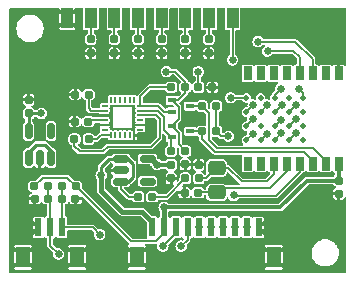
<source format=gbr>
%TF.GenerationSoftware,KiCad,Pcbnew,8.0.1*%
%TF.CreationDate,2024-07-01T16:13:11-04:00*%
%TF.ProjectId,V1,56312e6b-6963-4616-945f-706362585858,rev?*%
%TF.SameCoordinates,Original*%
%TF.FileFunction,Copper,L1,Top*%
%TF.FilePolarity,Positive*%
%FSLAX46Y46*%
G04 Gerber Fmt 4.6, Leading zero omitted, Abs format (unit mm)*
G04 Created by KiCad (PCBNEW 8.0.1) date 2024-07-01 16:13:11*
%MOMM*%
%LPD*%
G01*
G04 APERTURE LIST*
G04 Aperture macros list*
%AMRoundRect*
0 Rectangle with rounded corners*
0 $1 Rounding radius*
0 $2 $3 $4 $5 $6 $7 $8 $9 X,Y pos of 4 corners*
0 Add a 4 corners polygon primitive as box body*
4,1,4,$2,$3,$4,$5,$6,$7,$8,$9,$2,$3,0*
0 Add four circle primitives for the rounded corners*
1,1,$1+$1,$2,$3*
1,1,$1+$1,$4,$5*
1,1,$1+$1,$6,$7*
1,1,$1+$1,$8,$9*
0 Add four rect primitives between the rounded corners*
20,1,$1+$1,$2,$3,$4,$5,0*
20,1,$1+$1,$4,$5,$6,$7,0*
20,1,$1+$1,$6,$7,$8,$9,0*
20,1,$1+$1,$8,$9,$2,$3,0*%
G04 Aperture macros list end*
%TA.AperFunction,SMDPad,CuDef*%
%ADD10RoundRect,0.155000X-0.212500X-0.155000X0.212500X-0.155000X0.212500X0.155000X-0.212500X0.155000X0*%
%TD*%
%TA.AperFunction,SMDPad,CuDef*%
%ADD11RoundRect,0.155000X-0.155000X0.212500X-0.155000X-0.212500X0.155000X-0.212500X0.155000X0.212500X0*%
%TD*%
%TA.AperFunction,SMDPad,CuDef*%
%ADD12RoundRect,0.050000X-0.050000X0.225000X-0.050000X-0.225000X0.050000X-0.225000X0.050000X0.225000X0*%
%TD*%
%TA.AperFunction,SMDPad,CuDef*%
%ADD13RoundRect,0.050000X-0.225000X-0.050000X0.225000X-0.050000X0.225000X0.050000X-0.225000X0.050000X0*%
%TD*%
%TA.AperFunction,SMDPad,CuDef*%
%ADD14RoundRect,0.160000X-0.197500X-0.160000X0.197500X-0.160000X0.197500X0.160000X-0.197500X0.160000X0*%
%TD*%
%TA.AperFunction,SMDPad,CuDef*%
%ADD15R,0.600000X1.550000*%
%TD*%
%TA.AperFunction,SMDPad,CuDef*%
%ADD16R,1.200000X1.800000*%
%TD*%
%TA.AperFunction,SMDPad,CuDef*%
%ADD17RoundRect,0.150000X0.150000X-0.512500X0.150000X0.512500X-0.150000X0.512500X-0.150000X-0.512500X0*%
%TD*%
%TA.AperFunction,SMDPad,CuDef*%
%ADD18RoundRect,0.150000X-0.512500X-0.150000X0.512500X-0.150000X0.512500X0.150000X-0.512500X0.150000X0*%
%TD*%
%TA.AperFunction,SMDPad,CuDef*%
%ADD19R,0.700000X0.460000*%
%TD*%
%TA.AperFunction,SMDPad,CuDef*%
%ADD20RoundRect,0.160000X0.160000X-0.197500X0.160000X0.197500X-0.160000X0.197500X-0.160000X-0.197500X0*%
%TD*%
%TA.AperFunction,SMDPad,CuDef*%
%ADD21RoundRect,0.250000X0.475000X-0.337500X0.475000X0.337500X-0.475000X0.337500X-0.475000X-0.337500X0*%
%TD*%
%TA.AperFunction,SMDPad,CuDef*%
%ADD22RoundRect,0.155000X0.212500X0.155000X-0.212500X0.155000X-0.212500X-0.155000X0.212500X-0.155000X0*%
%TD*%
%TA.AperFunction,SMDPad,CuDef*%
%ADD23RoundRect,0.155000X0.155000X-0.212500X0.155000X0.212500X-0.155000X0.212500X-0.155000X-0.212500X0*%
%TD*%
%TA.AperFunction,SMDPad,CuDef*%
%ADD24R,1.000000X1.700000*%
%TD*%
%TA.AperFunction,SMDPad,CuDef*%
%ADD25RoundRect,0.160000X0.197500X0.160000X-0.197500X0.160000X-0.197500X-0.160000X0.197500X-0.160000X0*%
%TD*%
%TA.AperFunction,SMDPad,CuDef*%
%ADD26R,0.690000X1.190000*%
%TD*%
%TA.AperFunction,SMDPad,CuDef*%
%ADD27C,0.500000*%
%TD*%
%TA.AperFunction,ViaPad*%
%ADD28C,0.660400*%
%TD*%
%TA.AperFunction,Conductor*%
%ADD29C,0.152400*%
%TD*%
%TA.AperFunction,Conductor*%
%ADD30C,0.330200*%
%TD*%
%TA.AperFunction,Conductor*%
%ADD31C,0.508000*%
%TD*%
%TA.AperFunction,Conductor*%
%ADD32C,0.381000*%
%TD*%
%TA.AperFunction,Conductor*%
%ADD33C,0.254000*%
%TD*%
G04 APERTURE END LIST*
D10*
%TO.P,C4,1*%
%TO.N,GND*%
X165246000Y-116120121D03*
%TO.P,C4,2*%
%TO.N,Net-(U1-P01{slash}XL2)*%
X166381000Y-116120121D03*
%TD*%
D11*
%TO.P,C5,1*%
%TO.N,VCC*%
X164106000Y-113757621D03*
%TO.P,C5,2*%
%TO.N,GND*%
X164106000Y-114892621D03*
%TD*%
D12*
%TO.P,U2,1,NC*%
%TO.N,unconnected-(U2-NC-Pad1)*%
X160993500Y-108260121D03*
%TO.P,U2,2,NC*%
%TO.N,unconnected-(U2-NC-Pad2)*%
X160593500Y-108260121D03*
%TO.P,U2,3,NC*%
%TO.N,unconnected-(U2-NC-Pad3)*%
X160193500Y-108260121D03*
%TO.P,U2,4,NC*%
%TO.N,unconnected-(U2-NC-Pad4)*%
X159793500Y-108260121D03*
%TO.P,U2,5,NC*%
%TO.N,unconnected-(U2-NC-Pad5)*%
X159393500Y-108260121D03*
%TO.P,U2,6,NC*%
%TO.N,unconnected-(U2-NC-Pad6)*%
X158993500Y-108260121D03*
D13*
%TO.P,U2,7,AUX_CL*%
%TO.N,unconnected-(U2-AUX_CL-Pad7)*%
X158493500Y-108760121D03*
%TO.P,U2,8,VDDIO*%
%TO.N,+1V8*%
X158493500Y-109160121D03*
%TO.P,U2,9,AD0/SDO*%
%TO.N,GND*%
X158493500Y-109560121D03*
%TO.P,U2,10,REGOUT*%
%TO.N,Net-(U2-REGOUT)*%
X158493500Y-109960121D03*
%TO.P,U2,11,FSYNC*%
%TO.N,GND*%
X158493500Y-110360121D03*
%TO.P,U2,12,INT1*%
%TO.N,unconnected-(U2-INT1-Pad12)*%
X158493500Y-110760121D03*
D12*
%TO.P,U2,13,VDD*%
%TO.N,+1V8*%
X158993500Y-111260121D03*
%TO.P,U2,14,NC*%
%TO.N,unconnected-(U2-NC-Pad14)*%
X159393500Y-111260121D03*
%TO.P,U2,15,NC*%
%TO.N,unconnected-(U2-NC-Pad15)*%
X159793500Y-111260121D03*
%TO.P,U2,16,NC*%
%TO.N,unconnected-(U2-NC-Pad16)*%
X160193500Y-111260121D03*
%TO.P,U2,17,NC*%
%TO.N,unconnected-(U2-NC-Pad17)*%
X160593500Y-111260121D03*
%TO.P,U2,18,GND*%
%TO.N,GND*%
X160993500Y-111260121D03*
D13*
%TO.P,U2,19,RESV_19*%
%TO.N,unconnected-(U2-RESV_19-Pad19)*%
X161493500Y-110760121D03*
%TO.P,U2,20,RESV_20*%
%TO.N,GND*%
X161493500Y-110360121D03*
%TO.P,U2,21,AUX_DA*%
%TO.N,unconnected-(U2-AUX_DA-Pad21)*%
X161493500Y-109960121D03*
%TO.P,U2,22,~{CS}*%
%TO.N,Net-(U2-~{CS})*%
X161493500Y-109560121D03*
%TO.P,U2,23,SCL/SCLK*%
%TO.N,/SCL_1V8*%
X161493500Y-109160121D03*
%TO.P,U2,24,SDA/SDI*%
%TO.N,/SDA_1V8*%
X161493500Y-108760121D03*
%TD*%
D14*
%TO.P,R3,1*%
%TO.N,Net-(U2-~{CS})*%
X155928500Y-111570121D03*
%TO.P,R3,2*%
%TO.N,+1V8*%
X157123500Y-111570121D03*
%TD*%
%TO.P,R1,1*%
%TO.N,/SDA*%
X166728500Y-108775121D03*
%TO.P,R1,2*%
%TO.N,VCC*%
X167923500Y-108775121D03*
%TD*%
D15*
%TO.P,J1,1,1*%
%TO.N,GND*%
X152870000Y-119053621D03*
%TO.P,J1,2,2*%
%TO.N,/EN_A*%
X153870000Y-119053621D03*
%TO.P,J1,3,3*%
%TO.N,/EN_B*%
X154870000Y-119053621D03*
D16*
%TO.P,J1,MP1,MP1*%
%TO.N,GND*%
X151570000Y-121578621D03*
%TO.P,J1,MP2,MP2*%
X156170000Y-121578621D03*
%TD*%
D14*
%TO.P,R7,1*%
%TO.N,/VBAT*%
X161326000Y-116463621D03*
%TO.P,R7,2*%
%TO.N,/BAT_V*%
X162521000Y-116463621D03*
%TD*%
D17*
%TO.P,U4,1,VIN*%
%TO.N,/VBAT*%
X152050000Y-113166121D03*
%TO.P,U4,2,GND*%
%TO.N,GND*%
X153000000Y-113166121D03*
%TO.P,U4,3,EN*%
%TO.N,/VBAT*%
X153950000Y-113166121D03*
%TO.P,U4,4,NC*%
%TO.N,unconnected-(U4-NC-Pad4)*%
X153950000Y-110891121D03*
%TO.P,U4,5,VOUT*%
%TO.N,+1V8*%
X152050000Y-110891121D03*
%TD*%
D18*
%TO.P,U3,1,VIN*%
%TO.N,/VBAT*%
X159836000Y-113268621D03*
%TO.P,U3,2,GND*%
%TO.N,GND*%
X159836000Y-114218621D03*
%TO.P,U3,3,EN*%
%TO.N,/VBAT*%
X159836000Y-115168621D03*
%TO.P,U3,4,NC*%
%TO.N,unconnected-(U3-NC-Pad4)*%
X162111000Y-115168621D03*
%TO.P,U3,5,VOUT*%
%TO.N,VCC*%
X162111000Y-113268621D03*
%TD*%
D19*
%TO.P,Q1,1*%
%TO.N,+1V8*%
X164170500Y-110425121D03*
%TO.P,Q1,2*%
%TO.N,/SCL_1V8*%
X164170500Y-111425121D03*
%TO.P,Q1,3*%
%TO.N,/SCL*%
X165720500Y-110925121D03*
%TD*%
%TO.P,Q2,1*%
%TO.N,+1V8*%
X164170500Y-108275121D03*
%TO.P,Q2,2*%
%TO.N,/SDA_1V8*%
X164170500Y-109275121D03*
%TO.P,Q2,3*%
%TO.N,/SDA*%
X165695500Y-108775121D03*
%TD*%
D14*
%TO.P,R11,1*%
%TO.N,Net-(D1-K)*%
X166416000Y-107175121D03*
%TO.P,R11,2*%
%TO.N,GND*%
X167611000Y-107175121D03*
%TD*%
D20*
%TO.P,R13,1*%
%TO.N,GND*%
X163310000Y-104296121D03*
%TO.P,R13,2*%
%TO.N,/A2*%
X163310000Y-103101121D03*
%TD*%
%TO.P,R14,1*%
%TO.N,GND*%
X161310000Y-104296121D03*
%TO.P,R14,2*%
%TO.N,/A3*%
X161310000Y-103101121D03*
%TD*%
D21*
%TO.P,Y1,1,1*%
%TO.N,Net-(U1-P01{slash}XL2)*%
X167963500Y-116087621D03*
%TO.P,Y1,2,2*%
%TO.N,Net-(U1-P00{slash}XL1)*%
X167963500Y-114012621D03*
%TD*%
D15*
%TO.P,J2,1,1*%
%TO.N,/VBAT*%
X162510000Y-119053621D03*
%TO.P,J2,2,2*%
%TO.N,VCC*%
X163510000Y-119053621D03*
%TO.P,J2,3,3*%
%TO.N,/SWDIO*%
X164510000Y-119053621D03*
%TO.P,J2,4,4*%
%TO.N,/SWDCLK*%
X165510000Y-119053621D03*
%TO.P,J2,5,5*%
%TO.N,/BTN_1*%
X166510000Y-119053621D03*
%TO.P,J2,6,6*%
%TO.N,/BTN_2*%
X167510000Y-119053621D03*
%TO.P,J2,7,7*%
%TO.N,/BTN_3*%
X168510000Y-119053621D03*
%TO.P,J2,8,8*%
%TO.N,/BTN_4*%
X169510000Y-119053621D03*
%TO.P,J2,9,9*%
%TO.N,/VIB_CTRL*%
X170510000Y-119053621D03*
%TO.P,J2,10,10*%
%TO.N,GND*%
X171510000Y-119053621D03*
D16*
%TO.P,J2,MP1,MP1*%
X161210000Y-121578621D03*
%TO.P,J2,MP2,MP2*%
X172810000Y-121578621D03*
%TD*%
D20*
%TO.P,R8,1*%
%TO.N,/BAT_V*%
X165301000Y-114906121D03*
%TO.P,R8,2*%
%TO.N,GND*%
X165301000Y-113711121D03*
%TD*%
D10*
%TO.P,C9,1*%
%TO.N,GND*%
X152562500Y-116638621D03*
%TO.P,C9,2*%
%TO.N,/EN_A*%
X153697500Y-116638621D03*
%TD*%
D11*
%TO.P,C2,1*%
%TO.N,GND*%
X166442500Y-113741121D03*
%TO.P,C2,2*%
%TO.N,Net-(U1-P00{slash}XL1)*%
X166442500Y-114876121D03*
%TD*%
D14*
%TO.P,R2,1*%
%TO.N,/SCL*%
X166728500Y-110925121D03*
%TO.P,R2,2*%
%TO.N,VCC*%
X167923500Y-110925121D03*
%TD*%
D20*
%TO.P,R12,1*%
%TO.N,GND*%
X165310000Y-104296121D03*
%TO.P,R12,2*%
%TO.N,/A1*%
X165310000Y-103101121D03*
%TD*%
%TO.P,R15,1*%
%TO.N,GND*%
X159310000Y-104296121D03*
%TO.P,R15,2*%
%TO.N,/A4*%
X159310000Y-103101121D03*
%TD*%
D14*
%TO.P,R5,1*%
%TO.N,/SCL_1V8*%
X164106000Y-112585121D03*
%TO.P,R5,2*%
%TO.N,+1V8*%
X165301000Y-112585121D03*
%TD*%
%TO.P,R9,1*%
%TO.N,/EN_B*%
X154840000Y-115568621D03*
%TO.P,R9,2*%
%TO.N,VCC*%
X156035000Y-115568621D03*
%TD*%
D22*
%TO.P,C10,1*%
%TO.N,GND*%
X156005000Y-116638621D03*
%TO.P,C10,2*%
%TO.N,/EN_B*%
X154870000Y-116638621D03*
%TD*%
D23*
%TO.P,C6,1*%
%TO.N,+1V8*%
X152050000Y-109386121D03*
%TO.P,C6,2*%
%TO.N,GND*%
X152050000Y-108251121D03*
%TD*%
D24*
%TO.P,J3,1,Pin_1*%
%TO.N,GND*%
X155310000Y-101348621D03*
%TO.P,J3,2,Pin_2*%
%TO.N,/A5*%
X157310000Y-101348621D03*
%TO.P,J3,3,Pin_3*%
%TO.N,/A4*%
X159310000Y-101348621D03*
%TO.P,J3,4,Pin_4*%
%TO.N,/A3*%
X161310000Y-101348621D03*
%TO.P,J3,5,Pin_5*%
%TO.N,/A2*%
X163310000Y-101348621D03*
%TO.P,J3,6,Pin_6*%
%TO.N,/A1*%
X165310000Y-101348621D03*
%TO.P,J3,7,Pin_7*%
%TO.N,/A0*%
X167310000Y-101348621D03*
%TO.P,J3,8,Pin_8*%
%TO.N,VCC*%
X169310000Y-101348621D03*
%TD*%
D25*
%TO.P,R4,1*%
%TO.N,/EN_A*%
X153727500Y-115568621D03*
%TO.P,R4,2*%
%TO.N,VCC*%
X152532500Y-115568621D03*
%TD*%
D11*
%TO.P,C8,1*%
%TO.N,VCC*%
X178310000Y-115081121D03*
%TO.P,C8,2*%
%TO.N,GND*%
X178310000Y-116216121D03*
%TD*%
D20*
%TO.P,R10,1*%
%TO.N,GND*%
X167310000Y-104296121D03*
%TO.P,R10,2*%
%TO.N,/A0*%
X167310000Y-103101121D03*
%TD*%
D26*
%TO.P,U1,1,GND*%
%TO.N,GND*%
X178282500Y-106005121D03*
%TO.P,U1,2,P20/LED*%
%TO.N,unconnected-(U1-P20{slash}LED-Pad2)*%
X177182500Y-106005121D03*
%TO.P,U1,3,SWDIO*%
%TO.N,/SWDIO*%
X176082500Y-106005121D03*
%TO.P,U1,4,SWCLK*%
%TO.N,/SWDCLK*%
X174982500Y-106005121D03*
%TO.P,U1,5,P18/LED*%
%TO.N,unconnected-(U1-P18{slash}LED-Pad5)*%
X173882500Y-106005121D03*
%TO.P,U1,6,P13/BUTTON*%
%TO.N,unconnected-(U1-P13{slash}BUTTON-Pad6)*%
X172782500Y-106005121D03*
%TO.P,U1,7,P11/RX*%
%TO.N,unconnected-(U1-P11{slash}RX-Pad7)*%
X171682500Y-106005121D03*
%TO.P,U1,8,P12/TX*%
%TO.N,unconnected-(U1-P12{slash}TX-Pad8)*%
X170582500Y-106005121D03*
%TO.P,U1,9,P03/AIN1*%
%TO.N,unconnected-(U1-P03{slash}AIN1-Pad9)*%
X170582500Y-113645121D03*
%TO.P,U1,10,P21/RESET*%
%TO.N,unconnected-(U1-P21{slash}RESET-Pad10)*%
X171682500Y-113645121D03*
%TO.P,U1,11,P00/XL1*%
%TO.N,Net-(U1-P00{slash}XL1)*%
X172782500Y-113645121D03*
%TO.P,U1,12,P01/XL2*%
%TO.N,Net-(U1-P01{slash}XL2)*%
X173882500Y-113645121D03*
%TO.P,U1,13,P02/AIN0*%
%TO.N,/BAT_V*%
X174982500Y-113645121D03*
%TO.P,U1,14,P27/SCL*%
%TO.N,/SCL*%
X176082500Y-113645121D03*
%TO.P,U1,15,P26/SDA*%
%TO.N,/SDA*%
X177182500Y-113645121D03*
%TO.P,U1,16,VDD*%
%TO.N,VCC*%
X178282500Y-113645121D03*
D27*
%TO.P,U1,A1,P28*%
%TO.N,/A5*%
X175283500Y-108075121D03*
%TO.P,U1,A2,P17*%
%TO.N,unconnected-(U1-P17-PadA2)*%
X174083500Y-108075121D03*
%TO.P,U1,A3,P04*%
%TO.N,/A2*%
X172883500Y-108075121D03*
%TO.P,U1,A4,P06*%
%TO.N,unconnected-(U1-P06-PadA4)*%
X171683500Y-108075121D03*
%TO.P,U1,A5,P08*%
%TO.N,/LED1*%
X170483500Y-108075121D03*
%TO.P,U1,B1,P25*%
%TO.N,unconnected-(U1-P25-PadB1)*%
X175283500Y-109275121D03*
%TO.P,U1,B2,P29*%
%TO.N,/A4*%
X174083500Y-109275121D03*
%TO.P,U1,B3,P31/DCC*%
%TO.N,/A3*%
X172883500Y-109275121D03*
%TO.P,U1,B4,P05*%
%TO.N,/A0*%
X171683500Y-109275121D03*
%TO.P,U1,B5,P07*%
%TO.N,/BTN_1*%
X170483500Y-109275121D03*
%TO.P,U1,C1,P24*%
%TO.N,unconnected-(U1-P24-PadC1)*%
X175283500Y-110475121D03*
%TO.P,U1,C2,P22*%
%TO.N,/EN_B*%
X174083500Y-110475121D03*
%TO.P,U1,C3,P30/DEC4*%
%TO.N,/A1*%
X172883500Y-110475121D03*
%TO.P,U1,C4,P15*%
%TO.N,unconnected-(U1-P15-PadC4)*%
X171683500Y-110475121D03*
%TO.P,U1,C5,P09*%
%TO.N,/BTN_2*%
X170483500Y-110475121D03*
%TO.P,U1,D1,P23*%
%TO.N,unconnected-(U1-P23-PadD1)*%
X175283500Y-111675121D03*
%TO.P,U1,D2,P19*%
%TO.N,/EN_A*%
X174083500Y-111675121D03*
%TO.P,U1,D3,P16*%
%TO.N,/VIB_CTRL*%
X172883500Y-111675121D03*
%TO.P,U1,D4,P14*%
%TO.N,/BTN_4*%
X171683500Y-111675121D03*
%TO.P,U1,D5,P10*%
%TO.N,/BTN_3*%
X170483500Y-111675121D03*
%TD*%
D14*
%TO.P,R6,1*%
%TO.N,/SDA_1V8*%
X164107500Y-107175121D03*
%TO.P,R6,2*%
%TO.N,+1V8*%
X165302500Y-107175121D03*
%TD*%
D22*
%TO.P,C1,1*%
%TO.N,Net-(U2-REGOUT)*%
X157093500Y-110090121D03*
%TO.P,C1,2*%
%TO.N,GND*%
X155958500Y-110090121D03*
%TD*%
%TO.P,C3,1*%
%TO.N,+1V8*%
X157117500Y-107798621D03*
%TO.P,C3,2*%
%TO.N,GND*%
X155982500Y-107798621D03*
%TD*%
D20*
%TO.P,R16,1*%
%TO.N,GND*%
X157310000Y-104296121D03*
%TO.P,R16,2*%
%TO.N,/A5*%
X157310000Y-103101121D03*
%TD*%
D28*
%TO.N,GND*%
X154810000Y-108948621D03*
X166110000Y-109848621D03*
X151210000Y-117048621D03*
X166310000Y-120848621D03*
X157910000Y-121048621D03*
X153140000Y-121338621D03*
X154410000Y-103048621D03*
X166400000Y-112568621D03*
X155500000Y-113538621D03*
X177710000Y-118048621D03*
X154410000Y-106048621D03*
X156210000Y-108948621D03*
X155910000Y-106048621D03*
X177710000Y-101548621D03*
X174710000Y-119548621D03*
X155910000Y-104598621D03*
X152910000Y-107548621D03*
X156710000Y-118048621D03*
X169110000Y-106848621D03*
X169110000Y-109298621D03*
X162450000Y-110708621D03*
X177710000Y-104548621D03*
X151210000Y-119048621D03*
X158910000Y-106048621D03*
X176210000Y-116548621D03*
X151410000Y-104548621D03*
X177710000Y-103048621D03*
X176210000Y-101548621D03*
X160410000Y-106048621D03*
X176210000Y-118048621D03*
X154410000Y-104548621D03*
X157280000Y-113538621D03*
X152910000Y-106048621D03*
X169310000Y-120848621D03*
X176210000Y-103048621D03*
X174710000Y-101548621D03*
X151210000Y-115048621D03*
X157410000Y-106048621D03*
X155910000Y-103098621D03*
X174710000Y-121048621D03*
X167810000Y-120848621D03*
X152910000Y-104548621D03*
X151410000Y-106048621D03*
%TO.N,VCC*%
X162922500Y-113738621D03*
X163510000Y-117348621D03*
X168962500Y-111328621D03*
X169310000Y-104858621D03*
%TO.N,+1V8*%
X157123500Y-111570121D03*
X153120000Y-109388621D03*
X163710000Y-105858621D03*
X157120000Y-107800121D03*
%TO.N,Net-(D1-K)*%
X166408500Y-105875121D03*
%TO.N,/LED1*%
X169143500Y-108075121D03*
%TO.N,/VBAT*%
X152050000Y-113166121D03*
X158190000Y-114628621D03*
%TO.N,/SWDCLK*%
X164960000Y-120638621D03*
X172280000Y-104118621D03*
%TO.N,/SWDIO*%
X171470000Y-103328621D03*
X163410000Y-120638621D03*
%TO.N,/BAT_V*%
X165301000Y-114906121D03*
X169400000Y-116338621D03*
%TO.N,/VIB_CTRL*%
X173440000Y-111068621D03*
X170510000Y-119053621D03*
%TO.N,/A3*%
X173460000Y-108698621D03*
X161310000Y-103101121D03*
%TO.N,/EN_A*%
X174670000Y-111088621D03*
X154580000Y-121298621D03*
%TO.N,/EN_B*%
X158060000Y-119658621D03*
X174670000Y-109888621D03*
%TO.N,/A5*%
X174930000Y-107308621D03*
X157310000Y-103101121D03*
%TO.N,/BTN_2*%
X171020000Y-109898621D03*
X167510000Y-119053621D03*
%TO.N,/BTN_3*%
X168510000Y-119053621D03*
X171040000Y-111108621D03*
%TO.N,/BTN_4*%
X169510000Y-119053621D03*
X172230000Y-111128621D03*
%TO.N,/BTN_1*%
X166510000Y-119053621D03*
X171060000Y-108698621D03*
%TO.N,/A2*%
X173410000Y-107298621D03*
X163310000Y-103101121D03*
%TO.N,/A1*%
X173420000Y-109948621D03*
X165310000Y-103101121D03*
%TO.N,/A4*%
X174660000Y-108698621D03*
X159310000Y-103101121D03*
%TO.N,/A0*%
X172260000Y-108698621D03*
X167310000Y-103101121D03*
%TD*%
D29*
%TO.N,GND*%
X159043500Y-110190121D02*
X159043500Y-109710121D01*
X158493500Y-110360121D02*
X158873500Y-110360121D01*
X159043500Y-109710121D02*
X158893500Y-109560121D01*
X158893500Y-109560121D02*
X158493500Y-109560121D01*
X158873500Y-110360121D02*
X159043500Y-110190121D01*
D30*
%TO.N,VCC*%
X175627500Y-115081121D02*
X178310000Y-115081121D01*
D29*
X167923500Y-110925121D02*
X167923500Y-108775121D01*
X153262500Y-114838621D02*
X155305000Y-114838621D01*
X156035000Y-115568621D02*
X160695000Y-120228621D01*
X168327000Y-111328621D02*
X167923500Y-110925121D01*
D30*
X163510000Y-117348621D02*
X163520000Y-117358621D01*
X178282500Y-115053621D02*
X178282500Y-113645121D01*
D31*
X162452500Y-113268621D02*
X162922500Y-113738621D01*
D30*
X162953500Y-113757621D02*
X162934500Y-113738621D01*
D29*
X163510000Y-119528621D02*
X163510000Y-119053621D01*
X168962500Y-111328621D02*
X168327000Y-111328621D01*
X162810000Y-120228621D02*
X163510000Y-119528621D01*
D30*
X162934500Y-113738621D02*
X162922500Y-113738621D01*
D29*
X169310000Y-104858621D02*
X169310000Y-101348621D01*
D31*
X162111000Y-113268621D02*
X162452500Y-113268621D01*
D29*
X160695000Y-120228621D02*
X162810000Y-120228621D01*
X155305000Y-114838621D02*
X156035000Y-115568621D01*
D30*
X173350000Y-117358621D02*
X175627500Y-115081121D01*
X163520000Y-117358621D02*
X173350000Y-117358621D01*
D32*
X163510000Y-117348621D02*
X163510000Y-119053621D01*
D29*
X152532500Y-115568621D02*
X153262500Y-114838621D01*
D30*
X178310000Y-115081121D02*
X178282500Y-115053621D01*
X164106000Y-113757621D02*
X162953500Y-113757621D01*
D29*
%TO.N,Net-(U2-REGOUT)*%
X158493500Y-109960121D02*
X157223500Y-109960121D01*
X157223500Y-109960121D02*
X157093500Y-110090121D01*
%TO.N,Net-(U1-P00{slash}XL1)*%
X172782500Y-114561121D02*
X172782500Y-113645121D01*
X172203500Y-115140121D02*
X172782500Y-114561121D01*
X170073500Y-115140121D02*
X172203500Y-115140121D01*
X166442500Y-114876121D02*
X167100000Y-114876121D01*
X168946000Y-114012621D02*
X170073500Y-115140121D01*
X167963500Y-114012621D02*
X168946000Y-114012621D01*
X167100000Y-114876121D02*
X167963500Y-114012621D01*
%TO.N,+1V8*%
X157120000Y-107800121D02*
X157120000Y-108958621D01*
D33*
X152050000Y-110891121D02*
X152050000Y-109386121D01*
D29*
X158138500Y-111260121D02*
X157828500Y-111570121D01*
X164770000Y-111024621D02*
X164770000Y-112028621D01*
X165302500Y-107696121D02*
X165302500Y-107175121D01*
X164452000Y-105858621D02*
X165302500Y-106709121D01*
D33*
X153117500Y-109386121D02*
X153120000Y-109388621D01*
X152050000Y-109386121D02*
X153117500Y-109386121D01*
D29*
X157828500Y-111570121D02*
X157123500Y-111570121D01*
X164170500Y-108275121D02*
X164723500Y-108275121D01*
X164170500Y-110425121D02*
X164770000Y-111024621D01*
X164750000Y-108854621D02*
X164170500Y-108275121D01*
X164750000Y-109845621D02*
X164750000Y-108854621D01*
X157321500Y-109160121D02*
X158493500Y-109160121D01*
X164170500Y-110425121D02*
X164750000Y-109845621D01*
X157120000Y-108958621D02*
X157321500Y-109160121D01*
X165301000Y-112559621D02*
X165301000Y-112585121D01*
X158993500Y-111260121D02*
X158138500Y-111260121D01*
X163710000Y-105858621D02*
X164452000Y-105858621D01*
X164723500Y-108275121D02*
X165302500Y-107696121D01*
X164770000Y-112028621D02*
X165301000Y-112559621D01*
X165302500Y-106709121D02*
X165302500Y-107175121D01*
%TO.N,Net-(U1-P01{slash}XL2)*%
X167963500Y-116087621D02*
X166413500Y-116087621D01*
X166413500Y-116087621D02*
X166381000Y-116120121D01*
X167963500Y-116087621D02*
X168351000Y-115700121D01*
X172493500Y-115700121D02*
X173882500Y-114311121D01*
X168351000Y-115700121D02*
X172493500Y-115700121D01*
X173882500Y-114311121D02*
X173882500Y-113645121D01*
%TO.N,Net-(D1-K)*%
X166416000Y-107175121D02*
X166416000Y-105882621D01*
X166416000Y-105882621D02*
X166408500Y-105875121D01*
%TO.N,/LED1*%
X170483500Y-108075121D02*
X169143500Y-108075121D01*
D33*
%TO.N,/VBAT*%
X158820000Y-113268621D02*
X159836000Y-113268621D01*
X158190000Y-114628621D02*
X158190000Y-113898621D01*
X153950000Y-113166121D02*
X153950000Y-112578621D01*
X160498499Y-115168621D02*
X160870000Y-114797120D01*
D32*
X159990000Y-117728621D02*
X161640000Y-117728621D01*
D29*
X160505000Y-116463621D02*
X161326000Y-116463621D01*
D32*
X162510000Y-118598621D02*
X162510000Y-119053621D01*
X158190000Y-114628621D02*
X158190000Y-115928621D01*
D33*
X152680000Y-112038621D02*
X153410000Y-112038621D01*
X160870000Y-114797120D02*
X160870000Y-113640122D01*
X153950000Y-112578621D02*
X153410000Y-112038621D01*
D32*
X161640000Y-117728621D02*
X162510000Y-118598621D01*
D33*
X158190000Y-113898621D02*
X158820000Y-113268621D01*
X159836000Y-115168621D02*
X160498499Y-115168621D01*
X152050000Y-113166121D02*
X152050000Y-112668621D01*
X159836000Y-113268621D02*
X160498499Y-113268621D01*
X152050000Y-112668621D02*
X152680000Y-112038621D01*
D32*
X158190000Y-115928621D02*
X159990000Y-117728621D01*
D29*
X159836000Y-115794621D02*
X160505000Y-116463621D01*
X159836000Y-115168621D02*
X159836000Y-115794621D01*
D33*
X160498499Y-113268621D02*
X160870000Y-113640122D01*
D29*
%TO.N,/SDA*%
X168016500Y-112345121D02*
X167323500Y-111652121D01*
X177182500Y-113395121D02*
X176132500Y-112345121D01*
X165783500Y-108775121D02*
X166728500Y-108775121D01*
X167323500Y-111652121D02*
X167323500Y-109370121D01*
X177182500Y-113645121D02*
X177182500Y-113395121D01*
X167323500Y-109370121D02*
X166728500Y-108775121D01*
X176132500Y-112345121D02*
X168016500Y-112345121D01*
%TO.N,/SCL*%
X166728500Y-111567121D02*
X167810000Y-112648621D01*
X166728500Y-110925121D02*
X166728500Y-111567121D01*
X167810000Y-112648621D02*
X175336000Y-112648621D01*
X176082500Y-113395121D02*
X176082500Y-113645121D01*
X165783500Y-110925121D02*
X166728500Y-110925121D01*
X175336000Y-112648621D02*
X176082500Y-113395121D01*
%TO.N,/SWDCLK*%
X165510000Y-120088621D02*
X164960000Y-120638621D01*
X165510000Y-119053621D02*
X165510000Y-120088621D01*
X172280000Y-104118621D02*
X174450000Y-104118621D01*
X174450000Y-104118621D02*
X174982500Y-104651121D01*
X174982500Y-104651121D02*
X174982500Y-106005121D01*
%TO.N,/SWDIO*%
X174630000Y-103338621D02*
X176082500Y-104791121D01*
X171470000Y-103328621D02*
X171480000Y-103338621D01*
X164510000Y-119538621D02*
X164510000Y-119053621D01*
X163410000Y-120638621D02*
X164510000Y-119538621D01*
X171480000Y-103338621D02*
X174630000Y-103338621D01*
X176082500Y-104791121D02*
X176082500Y-106005121D01*
%TO.N,Net-(U2-~{CS})*%
X163130000Y-109868621D02*
X162821500Y-109560121D01*
X158740000Y-112208621D02*
X162370000Y-112208621D01*
X162370000Y-112208621D02*
X163130000Y-111448621D01*
X156370000Y-112618621D02*
X158330000Y-112618621D01*
X158330000Y-112618621D02*
X158740000Y-112208621D01*
X163130000Y-111448621D02*
X163130000Y-109868621D01*
X162821500Y-109560121D02*
X161493500Y-109560121D01*
X155928500Y-112177121D02*
X156370000Y-112618621D01*
X155928500Y-111570121D02*
X155928500Y-112177121D01*
%TO.N,/SCL_1V8*%
X163008500Y-109160121D02*
X163523500Y-109675121D01*
X161493500Y-109160121D02*
X163008500Y-109160121D01*
X164106000Y-112585121D02*
X164107500Y-112583621D01*
X163523500Y-110841121D02*
X164107500Y-111425121D01*
X163523500Y-109675121D02*
X163523500Y-110841121D01*
X164107500Y-112583621D02*
X164107500Y-111425121D01*
%TO.N,/SDA_1V8*%
X161493500Y-108760121D02*
X163028500Y-108760121D01*
X163028500Y-108760121D02*
X163543500Y-109275121D01*
X161493500Y-107940121D02*
X162258500Y-107175121D01*
X161493500Y-108760121D02*
X161493500Y-107940121D01*
X162258500Y-107175121D02*
X164107500Y-107175121D01*
X163543500Y-109275121D02*
X164107500Y-109275121D01*
%TO.N,/BAT_V*%
X172973500Y-116350121D02*
X174982500Y-114341121D01*
X162521000Y-116463621D02*
X163743500Y-116463621D01*
X169400000Y-116338621D02*
X169411500Y-116350121D01*
X174982500Y-114341121D02*
X174982500Y-113645121D01*
X163743500Y-116463621D02*
X165301000Y-114906121D01*
X169411500Y-116350121D02*
X172973500Y-116350121D01*
%TO.N,/VIB_CTRL*%
X172883500Y-111625121D02*
X173440000Y-111068621D01*
X172883500Y-111675121D02*
X172883500Y-111625121D01*
%TO.N,/A3*%
X172883500Y-109275121D02*
X173460000Y-108698621D01*
X161310000Y-103101121D02*
X161310000Y-101348621D01*
%TO.N,/EN_A*%
X153697500Y-115598621D02*
X153727500Y-115568621D01*
X153870000Y-116811121D02*
X153697500Y-116638621D01*
X153697500Y-116638621D02*
X153697500Y-115598621D01*
X153870000Y-120588621D02*
X153870000Y-119053621D01*
X153870000Y-119053621D02*
X153870000Y-116811121D01*
X174083500Y-111675121D02*
X174670000Y-111088621D01*
X154580000Y-121298621D02*
X153870000Y-120588621D01*
%TO.N,/EN_B*%
X154870000Y-119053621D02*
X154870000Y-116638621D01*
X154870000Y-116638621D02*
X154870000Y-115598621D01*
X174083500Y-110475121D02*
X174670000Y-109888621D01*
X157455000Y-119053621D02*
X154870000Y-119053621D01*
X154870000Y-115598621D02*
X154840000Y-115568621D01*
X158060000Y-119658621D02*
X157455000Y-119053621D01*
%TO.N,/A5*%
X157310000Y-103101121D02*
X157310000Y-101348621D01*
X175283500Y-107662121D02*
X175283500Y-108075121D01*
X174930000Y-107308621D02*
X175283500Y-107662121D01*
%TO.N,/BTN_2*%
X170483500Y-110475121D02*
X170483500Y-110435121D01*
X170483500Y-110435121D02*
X171020000Y-109898621D01*
%TO.N,/BTN_3*%
X170483500Y-111675121D02*
X170483500Y-111665121D01*
X170483500Y-111665121D02*
X171040000Y-111108621D01*
%TO.N,/BTN_4*%
X171683500Y-111675121D02*
X172230000Y-111128621D01*
%TO.N,/BTN_1*%
X170483500Y-109275121D02*
X171060000Y-108698621D01*
%TO.N,/A2*%
X163310000Y-103101121D02*
X163310000Y-101348621D01*
X172883500Y-107825121D02*
X172883500Y-108075121D01*
X173410000Y-107298621D02*
X172883500Y-107825121D01*
%TO.N,/A1*%
X172883500Y-110475121D02*
X172893500Y-110475121D01*
X172893500Y-110475121D02*
X173420000Y-109948621D01*
X165310000Y-103101121D02*
X165310000Y-101348621D01*
%TO.N,/A4*%
X174083500Y-109275121D02*
X174660000Y-108698621D01*
X159310000Y-103101121D02*
X159310000Y-101348621D01*
%TO.N,/A0*%
X171683500Y-109275121D02*
X172260000Y-108698621D01*
X167310000Y-103101121D02*
X167310000Y-101348621D01*
%TD*%
%TA.AperFunction,Conductor*%
%TO.N,GND*%
G36*
X154630738Y-100470714D02*
G01*
X154649764Y-100503669D01*
X154651875Y-100502795D01*
X154657600Y-100516616D01*
X155309999Y-101169016D01*
X155310001Y-101169016D01*
X155962399Y-100516616D01*
X155968125Y-100502795D01*
X155971223Y-100504078D01*
X155979993Y-100479983D01*
X156024542Y-100454263D01*
X156037600Y-100453121D01*
X156581900Y-100453121D01*
X156630238Y-100470714D01*
X156655958Y-100515263D01*
X156657100Y-100528321D01*
X156657100Y-102213676D01*
X156657101Y-102213678D01*
X156665972Y-102258280D01*
X156699764Y-102308853D01*
X156699765Y-102308853D01*
X156699766Y-102308855D01*
X156750342Y-102342649D01*
X156794943Y-102351521D01*
X157005700Y-102351520D01*
X157054037Y-102369113D01*
X157079757Y-102413661D01*
X157080900Y-102426720D01*
X157080900Y-102542687D01*
X157063307Y-102591025D01*
X157037481Y-102610841D01*
X156967762Y-102643351D01*
X156967754Y-102643357D01*
X156889736Y-102721375D01*
X156889730Y-102721383D01*
X156843099Y-102821384D01*
X156837100Y-102866956D01*
X156837100Y-102990241D01*
X156836335Y-103000942D01*
X156826529Y-103069147D01*
X156821932Y-103101121D01*
X156825204Y-103123877D01*
X156836335Y-103201297D01*
X156837100Y-103211999D01*
X156837100Y-103335285D01*
X156843099Y-103380857D01*
X156889730Y-103480858D01*
X156889736Y-103480866D01*
X156967754Y-103558884D01*
X156967762Y-103558890D01*
X157067763Y-103605521D01*
X157067764Y-103605521D01*
X157067766Y-103605522D01*
X157113334Y-103611521D01*
X157113336Y-103611521D01*
X157506664Y-103611521D01*
X157506666Y-103611521D01*
X157552234Y-103605522D01*
X157595570Y-103585314D01*
X157652237Y-103558890D01*
X157652237Y-103558889D01*
X157652241Y-103558888D01*
X157730267Y-103480862D01*
X157776901Y-103380855D01*
X157782900Y-103335287D01*
X157782900Y-103211999D01*
X157783665Y-103201297D01*
X157785129Y-103191112D01*
X157798068Y-103101121D01*
X157783665Y-103000942D01*
X157782900Y-102990241D01*
X157782900Y-102866956D01*
X157779274Y-102839415D01*
X157776901Y-102821387D01*
X157734220Y-102729857D01*
X157730269Y-102721383D01*
X157730263Y-102721375D01*
X157652245Y-102643357D01*
X157652237Y-102643351D01*
X157582519Y-102610841D01*
X157546145Y-102574468D01*
X157539100Y-102542687D01*
X157539100Y-102426720D01*
X157556693Y-102378382D01*
X157601242Y-102352662D01*
X157614300Y-102351520D01*
X157825056Y-102351520D01*
X157869658Y-102342649D01*
X157920234Y-102308855D01*
X157954028Y-102258279D01*
X157962900Y-102213678D01*
X157962899Y-100528320D01*
X157980492Y-100479983D01*
X158025041Y-100454263D01*
X158038099Y-100453121D01*
X158581900Y-100453121D01*
X158630238Y-100470714D01*
X158655958Y-100515263D01*
X158657100Y-100528321D01*
X158657100Y-102213676D01*
X158657101Y-102213678D01*
X158665972Y-102258280D01*
X158699764Y-102308853D01*
X158699765Y-102308853D01*
X158699766Y-102308855D01*
X158750342Y-102342649D01*
X158794943Y-102351521D01*
X159005700Y-102351520D01*
X159054037Y-102369113D01*
X159079757Y-102413661D01*
X159080900Y-102426720D01*
X159080900Y-102542687D01*
X159063307Y-102591025D01*
X159037481Y-102610841D01*
X158967762Y-102643351D01*
X158967754Y-102643357D01*
X158889736Y-102721375D01*
X158889730Y-102721383D01*
X158843099Y-102821384D01*
X158837100Y-102866956D01*
X158837100Y-102990241D01*
X158836335Y-103000942D01*
X158826529Y-103069147D01*
X158821932Y-103101121D01*
X158825204Y-103123877D01*
X158836335Y-103201297D01*
X158837100Y-103211999D01*
X158837100Y-103335285D01*
X158843099Y-103380857D01*
X158889730Y-103480858D01*
X158889736Y-103480866D01*
X158967754Y-103558884D01*
X158967762Y-103558890D01*
X159067763Y-103605521D01*
X159067764Y-103605521D01*
X159067766Y-103605522D01*
X159113334Y-103611521D01*
X159113336Y-103611521D01*
X159506664Y-103611521D01*
X159506666Y-103611521D01*
X159552234Y-103605522D01*
X159595570Y-103585314D01*
X159652237Y-103558890D01*
X159652237Y-103558889D01*
X159652241Y-103558888D01*
X159730267Y-103480862D01*
X159776901Y-103380855D01*
X159782900Y-103335287D01*
X159782900Y-103211999D01*
X159783665Y-103201297D01*
X159785129Y-103191112D01*
X159798068Y-103101121D01*
X159783665Y-103000942D01*
X159782900Y-102990241D01*
X159782900Y-102866956D01*
X159779274Y-102839415D01*
X159776901Y-102821387D01*
X159734220Y-102729857D01*
X159730269Y-102721383D01*
X159730263Y-102721375D01*
X159652245Y-102643357D01*
X159652237Y-102643351D01*
X159582519Y-102610841D01*
X159546145Y-102574468D01*
X159539100Y-102542687D01*
X159539100Y-102426720D01*
X159556693Y-102378382D01*
X159601242Y-102352662D01*
X159614300Y-102351520D01*
X159825056Y-102351520D01*
X159869658Y-102342649D01*
X159920234Y-102308855D01*
X159954028Y-102258279D01*
X159962900Y-102213678D01*
X159962899Y-100528320D01*
X159980492Y-100479983D01*
X160025041Y-100454263D01*
X160038099Y-100453121D01*
X160581900Y-100453121D01*
X160630238Y-100470714D01*
X160655958Y-100515263D01*
X160657100Y-100528321D01*
X160657100Y-102213676D01*
X160657101Y-102213678D01*
X160665972Y-102258280D01*
X160699764Y-102308853D01*
X160699765Y-102308853D01*
X160699766Y-102308855D01*
X160750342Y-102342649D01*
X160794943Y-102351521D01*
X161005700Y-102351520D01*
X161054037Y-102369113D01*
X161079757Y-102413661D01*
X161080900Y-102426720D01*
X161080900Y-102542687D01*
X161063307Y-102591025D01*
X161037481Y-102610841D01*
X160967762Y-102643351D01*
X160967754Y-102643357D01*
X160889736Y-102721375D01*
X160889730Y-102721383D01*
X160843099Y-102821384D01*
X160837100Y-102866956D01*
X160837100Y-102990241D01*
X160836335Y-103000942D01*
X160826529Y-103069147D01*
X160821932Y-103101121D01*
X160825204Y-103123877D01*
X160836335Y-103201297D01*
X160837100Y-103211999D01*
X160837100Y-103335285D01*
X160843099Y-103380857D01*
X160889730Y-103480858D01*
X160889736Y-103480866D01*
X160967754Y-103558884D01*
X160967762Y-103558890D01*
X161067763Y-103605521D01*
X161067764Y-103605521D01*
X161067766Y-103605522D01*
X161113334Y-103611521D01*
X161113336Y-103611521D01*
X161506664Y-103611521D01*
X161506666Y-103611521D01*
X161552234Y-103605522D01*
X161595570Y-103585314D01*
X161652237Y-103558890D01*
X161652237Y-103558889D01*
X161652241Y-103558888D01*
X161730267Y-103480862D01*
X161776901Y-103380855D01*
X161782900Y-103335287D01*
X161782900Y-103211999D01*
X161783665Y-103201297D01*
X161785129Y-103191112D01*
X161798068Y-103101121D01*
X161783665Y-103000942D01*
X161782900Y-102990241D01*
X161782900Y-102866956D01*
X161779274Y-102839415D01*
X161776901Y-102821387D01*
X161734220Y-102729857D01*
X161730269Y-102721383D01*
X161730263Y-102721375D01*
X161652245Y-102643357D01*
X161652237Y-102643351D01*
X161582519Y-102610841D01*
X161546145Y-102574468D01*
X161539100Y-102542687D01*
X161539100Y-102426720D01*
X161556693Y-102378382D01*
X161601242Y-102352662D01*
X161614300Y-102351520D01*
X161825056Y-102351520D01*
X161869658Y-102342649D01*
X161920234Y-102308855D01*
X161954028Y-102258279D01*
X161962900Y-102213678D01*
X161962899Y-100528320D01*
X161980492Y-100479983D01*
X162025041Y-100454263D01*
X162038099Y-100453121D01*
X162581900Y-100453121D01*
X162630238Y-100470714D01*
X162655958Y-100515263D01*
X162657100Y-100528321D01*
X162657100Y-102213676D01*
X162657101Y-102213678D01*
X162665972Y-102258280D01*
X162699764Y-102308853D01*
X162699765Y-102308853D01*
X162699766Y-102308855D01*
X162750342Y-102342649D01*
X162794943Y-102351521D01*
X163005700Y-102351520D01*
X163054037Y-102369113D01*
X163079757Y-102413661D01*
X163080900Y-102426720D01*
X163080900Y-102542687D01*
X163063307Y-102591025D01*
X163037481Y-102610841D01*
X162967762Y-102643351D01*
X162967754Y-102643357D01*
X162889736Y-102721375D01*
X162889730Y-102721383D01*
X162843099Y-102821384D01*
X162837100Y-102866956D01*
X162837100Y-102990241D01*
X162836335Y-103000942D01*
X162826529Y-103069147D01*
X162821932Y-103101121D01*
X162825204Y-103123877D01*
X162836335Y-103201297D01*
X162837100Y-103211999D01*
X162837100Y-103335285D01*
X162843099Y-103380857D01*
X162889730Y-103480858D01*
X162889736Y-103480866D01*
X162967754Y-103558884D01*
X162967762Y-103558890D01*
X163067763Y-103605521D01*
X163067764Y-103605521D01*
X163067766Y-103605522D01*
X163113334Y-103611521D01*
X163113336Y-103611521D01*
X163506664Y-103611521D01*
X163506666Y-103611521D01*
X163552234Y-103605522D01*
X163595570Y-103585314D01*
X163652237Y-103558890D01*
X163652237Y-103558889D01*
X163652241Y-103558888D01*
X163730267Y-103480862D01*
X163776901Y-103380855D01*
X163782900Y-103335287D01*
X163782900Y-103211999D01*
X163783665Y-103201297D01*
X163785129Y-103191112D01*
X163798068Y-103101121D01*
X163783665Y-103000942D01*
X163782900Y-102990241D01*
X163782900Y-102866956D01*
X163779274Y-102839415D01*
X163776901Y-102821387D01*
X163734220Y-102729857D01*
X163730269Y-102721383D01*
X163730263Y-102721375D01*
X163652245Y-102643357D01*
X163652237Y-102643351D01*
X163582519Y-102610841D01*
X163546145Y-102574468D01*
X163539100Y-102542687D01*
X163539100Y-102426720D01*
X163556693Y-102378382D01*
X163601242Y-102352662D01*
X163614300Y-102351520D01*
X163825056Y-102351520D01*
X163869658Y-102342649D01*
X163920234Y-102308855D01*
X163954028Y-102258279D01*
X163962900Y-102213678D01*
X163962899Y-100528320D01*
X163980492Y-100479983D01*
X164025041Y-100454263D01*
X164038099Y-100453121D01*
X164581900Y-100453121D01*
X164630238Y-100470714D01*
X164655958Y-100515263D01*
X164657100Y-100528321D01*
X164657100Y-102213676D01*
X164657101Y-102213678D01*
X164665972Y-102258280D01*
X164699764Y-102308853D01*
X164699765Y-102308853D01*
X164699766Y-102308855D01*
X164750342Y-102342649D01*
X164794943Y-102351521D01*
X165005700Y-102351520D01*
X165054037Y-102369113D01*
X165079757Y-102413661D01*
X165080900Y-102426720D01*
X165080900Y-102542687D01*
X165063307Y-102591025D01*
X165037481Y-102610841D01*
X164967762Y-102643351D01*
X164967754Y-102643357D01*
X164889736Y-102721375D01*
X164889730Y-102721383D01*
X164843099Y-102821384D01*
X164837100Y-102866956D01*
X164837100Y-102990241D01*
X164836335Y-103000942D01*
X164826529Y-103069147D01*
X164821932Y-103101121D01*
X164825204Y-103123877D01*
X164836335Y-103201297D01*
X164837100Y-103211999D01*
X164837100Y-103335285D01*
X164843099Y-103380857D01*
X164889730Y-103480858D01*
X164889736Y-103480866D01*
X164967754Y-103558884D01*
X164967762Y-103558890D01*
X165067763Y-103605521D01*
X165067764Y-103605521D01*
X165067766Y-103605522D01*
X165113334Y-103611521D01*
X165113336Y-103611521D01*
X165506664Y-103611521D01*
X165506666Y-103611521D01*
X165552234Y-103605522D01*
X165595570Y-103585314D01*
X165652237Y-103558890D01*
X165652237Y-103558889D01*
X165652241Y-103558888D01*
X165730267Y-103480862D01*
X165776901Y-103380855D01*
X165782900Y-103335287D01*
X165782900Y-103211999D01*
X165783665Y-103201297D01*
X165785129Y-103191112D01*
X165798068Y-103101121D01*
X165783665Y-103000942D01*
X165782900Y-102990241D01*
X165782900Y-102866956D01*
X165779274Y-102839415D01*
X165776901Y-102821387D01*
X165734220Y-102729857D01*
X165730269Y-102721383D01*
X165730263Y-102721375D01*
X165652245Y-102643357D01*
X165652237Y-102643351D01*
X165582519Y-102610841D01*
X165546145Y-102574468D01*
X165539100Y-102542687D01*
X165539100Y-102426720D01*
X165556693Y-102378382D01*
X165601242Y-102352662D01*
X165614300Y-102351520D01*
X165825056Y-102351520D01*
X165869658Y-102342649D01*
X165920234Y-102308855D01*
X165954028Y-102258279D01*
X165962900Y-102213678D01*
X165962899Y-100528320D01*
X165980492Y-100479983D01*
X166025041Y-100454263D01*
X166038099Y-100453121D01*
X166581900Y-100453121D01*
X166630238Y-100470714D01*
X166655958Y-100515263D01*
X166657100Y-100528321D01*
X166657100Y-102213676D01*
X166657101Y-102213678D01*
X166665972Y-102258280D01*
X166699764Y-102308853D01*
X166699765Y-102308853D01*
X166699766Y-102308855D01*
X166750342Y-102342649D01*
X166794943Y-102351521D01*
X167005700Y-102351520D01*
X167054037Y-102369113D01*
X167079757Y-102413661D01*
X167080900Y-102426720D01*
X167080900Y-102542687D01*
X167063307Y-102591025D01*
X167037481Y-102610841D01*
X166967762Y-102643351D01*
X166967754Y-102643357D01*
X166889736Y-102721375D01*
X166889730Y-102721383D01*
X166843099Y-102821384D01*
X166837100Y-102866956D01*
X166837100Y-102990241D01*
X166836335Y-103000942D01*
X166826529Y-103069147D01*
X166821932Y-103101121D01*
X166825204Y-103123877D01*
X166836335Y-103201297D01*
X166837100Y-103211999D01*
X166837100Y-103335285D01*
X166843099Y-103380857D01*
X166889730Y-103480858D01*
X166889736Y-103480866D01*
X166967754Y-103558884D01*
X166967762Y-103558890D01*
X167067763Y-103605521D01*
X167067764Y-103605521D01*
X167067766Y-103605522D01*
X167113334Y-103611521D01*
X167113336Y-103611521D01*
X167506664Y-103611521D01*
X167506666Y-103611521D01*
X167552234Y-103605522D01*
X167595570Y-103585314D01*
X167652237Y-103558890D01*
X167652237Y-103558889D01*
X167652241Y-103558888D01*
X167730267Y-103480862D01*
X167776901Y-103380855D01*
X167782900Y-103335287D01*
X167782900Y-103211999D01*
X167783665Y-103201297D01*
X167785129Y-103191112D01*
X167798068Y-103101121D01*
X167783665Y-103000942D01*
X167782900Y-102990241D01*
X167782900Y-102866956D01*
X167779274Y-102839415D01*
X167776901Y-102821387D01*
X167734220Y-102729857D01*
X167730269Y-102721383D01*
X167730263Y-102721375D01*
X167652245Y-102643357D01*
X167652237Y-102643351D01*
X167582519Y-102610841D01*
X167546145Y-102574468D01*
X167539100Y-102542687D01*
X167539100Y-102426720D01*
X167556693Y-102378382D01*
X167601242Y-102352662D01*
X167614300Y-102351520D01*
X167825056Y-102351520D01*
X167869658Y-102342649D01*
X167920234Y-102308855D01*
X167954028Y-102258279D01*
X167962900Y-102213678D01*
X167962899Y-100528320D01*
X167980492Y-100479983D01*
X168025041Y-100454263D01*
X168038099Y-100453121D01*
X168581900Y-100453121D01*
X168630238Y-100470714D01*
X168655958Y-100515263D01*
X168657100Y-100528321D01*
X168657100Y-102213676D01*
X168657101Y-102213678D01*
X168665972Y-102258280D01*
X168699764Y-102308853D01*
X168699765Y-102308853D01*
X168699766Y-102308855D01*
X168750342Y-102342649D01*
X168794943Y-102351521D01*
X169005700Y-102351520D01*
X169054037Y-102369113D01*
X169079757Y-102413661D01*
X169080900Y-102426720D01*
X169080900Y-104390530D01*
X169063307Y-104438868D01*
X169046356Y-104453792D01*
X168990385Y-104489762D01*
X168990383Y-104489763D01*
X168899412Y-104594749D01*
X168899410Y-104594752D01*
X168841702Y-104721112D01*
X168821932Y-104858621D01*
X168841702Y-104996129D01*
X168899410Y-105122489D01*
X168899412Y-105122492D01*
X168990383Y-105227478D01*
X168990385Y-105227479D01*
X169107248Y-105302583D01*
X169202069Y-105330424D01*
X169240541Y-105341721D01*
X169240544Y-105341721D01*
X169379456Y-105341721D01*
X169379459Y-105341721D01*
X169512751Y-105302583D01*
X169629617Y-105227478D01*
X169720589Y-105122490D01*
X169778298Y-104996126D01*
X169798068Y-104858621D01*
X169778298Y-104721116D01*
X169778297Y-104721114D01*
X169778297Y-104721112D01*
X169720589Y-104594752D01*
X169720587Y-104594749D01*
X169629616Y-104489763D01*
X169629614Y-104489762D01*
X169573644Y-104453792D01*
X169542491Y-104412858D01*
X169539100Y-104390530D01*
X169539100Y-102426720D01*
X169556693Y-102378382D01*
X169601242Y-102352662D01*
X169614300Y-102351520D01*
X169825056Y-102351520D01*
X169869658Y-102342649D01*
X169920234Y-102308855D01*
X169954028Y-102258279D01*
X169962900Y-102213678D01*
X169962899Y-100528320D01*
X169980492Y-100479983D01*
X170025041Y-100454263D01*
X170038099Y-100453121D01*
X178830300Y-100453121D01*
X178878638Y-100470714D01*
X178904358Y-100515263D01*
X178905500Y-100528321D01*
X178905500Y-105303962D01*
X178887907Y-105352300D01*
X178843358Y-105378020D01*
X178792700Y-105369087D01*
X178767774Y-105345742D01*
X178737373Y-105300247D01*
X178686964Y-105266563D01*
X178686962Y-105266562D01*
X178642513Y-105257721D01*
X178409500Y-105257721D01*
X178409500Y-105812921D01*
X178391907Y-105861259D01*
X178347358Y-105886979D01*
X178334300Y-105888121D01*
X178230700Y-105888121D01*
X178182362Y-105870528D01*
X178156642Y-105825979D01*
X178155500Y-105812921D01*
X178155500Y-105257721D01*
X177922487Y-105257721D01*
X177878037Y-105266562D01*
X177878035Y-105266563D01*
X177827626Y-105300247D01*
X177795326Y-105348586D01*
X177753842Y-105379002D01*
X177702512Y-105375637D01*
X177670274Y-105348585D01*
X177637735Y-105299888D01*
X177637734Y-105299887D01*
X177587158Y-105266093D01*
X177587156Y-105266092D01*
X177542557Y-105257221D01*
X176822444Y-105257221D01*
X176822442Y-105257222D01*
X176777840Y-105266093D01*
X176727265Y-105299886D01*
X176695026Y-105348136D01*
X176653543Y-105378553D01*
X176602213Y-105375188D01*
X176569974Y-105348136D01*
X176537735Y-105299888D01*
X176537734Y-105299887D01*
X176487158Y-105266093D01*
X176487156Y-105266092D01*
X176442557Y-105257221D01*
X176386800Y-105257221D01*
X176338462Y-105239628D01*
X176312742Y-105195079D01*
X176311600Y-105182021D01*
X176311600Y-104745551D01*
X176311600Y-104745550D01*
X176291362Y-104696691D01*
X176276722Y-104661346D01*
X176276721Y-104661345D01*
X176276721Y-104661344D01*
X174759780Y-103144403D01*
X174759777Y-103144401D01*
X174759775Y-103144399D01*
X174700233Y-103119736D01*
X174700232Y-103119735D01*
X174675573Y-103109521D01*
X174675571Y-103109521D01*
X171949362Y-103109521D01*
X171901024Y-103091928D01*
X171883687Y-103069147D01*
X171883493Y-103069272D01*
X171881922Y-103066827D01*
X171880958Y-103065560D01*
X171880589Y-103064752D01*
X171880586Y-103064749D01*
X171880586Y-103064747D01*
X171789616Y-102959763D01*
X171789614Y-102959762D01*
X171672751Y-102884658D01*
X171539461Y-102845521D01*
X171539459Y-102845521D01*
X171400541Y-102845521D01*
X171400538Y-102845521D01*
X171267248Y-102884658D01*
X171150385Y-102959762D01*
X171150383Y-102959763D01*
X171059412Y-103064749D01*
X171059410Y-103064752D01*
X171001702Y-103191112D01*
X170981932Y-103328621D01*
X171001702Y-103466129D01*
X171059410Y-103592489D01*
X171059412Y-103592492D01*
X171130610Y-103674659D01*
X171150383Y-103697478D01*
X171186315Y-103720570D01*
X171267248Y-103772583D01*
X171334096Y-103792211D01*
X171400541Y-103811721D01*
X171400544Y-103811721D01*
X171539456Y-103811721D01*
X171539459Y-103811721D01*
X171672751Y-103772583D01*
X171789617Y-103697478D01*
X171843303Y-103635521D01*
X171879562Y-103593676D01*
X171924512Y-103568666D01*
X171936394Y-103567721D01*
X171987540Y-103567721D01*
X172035878Y-103585314D01*
X172061598Y-103629863D01*
X172052665Y-103680521D01*
X172028196Y-103706183D01*
X171960385Y-103749762D01*
X171960383Y-103749763D01*
X171869412Y-103854749D01*
X171869410Y-103854752D01*
X171811702Y-103981112D01*
X171791932Y-104118621D01*
X171811702Y-104256129D01*
X171869410Y-104382489D01*
X171869412Y-104382492D01*
X171960383Y-104487478D01*
X171960385Y-104487479D01*
X172077248Y-104562583D01*
X172172069Y-104590424D01*
X172210541Y-104601721D01*
X172210544Y-104601721D01*
X172349456Y-104601721D01*
X172349459Y-104601721D01*
X172482751Y-104562583D01*
X172599617Y-104487478D01*
X172690589Y-104382490D01*
X172690591Y-104382484D01*
X172690736Y-104382261D01*
X172690888Y-104382144D01*
X172694111Y-104378426D01*
X172694889Y-104379100D01*
X172731671Y-104351111D01*
X172753996Y-104347721D01*
X174323955Y-104347721D01*
X174372293Y-104365314D01*
X174377117Y-104369735D01*
X174731374Y-104723991D01*
X174753114Y-104770611D01*
X174753400Y-104777165D01*
X174753400Y-105182021D01*
X174735807Y-105230359D01*
X174691258Y-105256079D01*
X174678201Y-105257221D01*
X174622443Y-105257221D01*
X174622441Y-105257222D01*
X174577840Y-105266093D01*
X174527265Y-105299886D01*
X174495026Y-105348136D01*
X174453543Y-105378553D01*
X174402213Y-105375188D01*
X174369974Y-105348136D01*
X174337735Y-105299888D01*
X174337734Y-105299887D01*
X174287158Y-105266093D01*
X174287156Y-105266092D01*
X174242557Y-105257221D01*
X173522444Y-105257221D01*
X173522442Y-105257222D01*
X173477840Y-105266093D01*
X173427265Y-105299886D01*
X173395026Y-105348136D01*
X173353543Y-105378553D01*
X173302213Y-105375188D01*
X173269974Y-105348136D01*
X173237735Y-105299888D01*
X173237734Y-105299887D01*
X173187158Y-105266093D01*
X173187156Y-105266092D01*
X173142557Y-105257221D01*
X172422444Y-105257221D01*
X172422442Y-105257222D01*
X172377840Y-105266093D01*
X172327265Y-105299886D01*
X172295026Y-105348136D01*
X172253543Y-105378553D01*
X172202213Y-105375188D01*
X172169974Y-105348136D01*
X172137735Y-105299888D01*
X172137734Y-105299887D01*
X172087158Y-105266093D01*
X172087156Y-105266092D01*
X172042557Y-105257221D01*
X171322444Y-105257221D01*
X171322442Y-105257222D01*
X171277840Y-105266093D01*
X171227265Y-105299886D01*
X171195026Y-105348136D01*
X171153543Y-105378553D01*
X171102213Y-105375188D01*
X171069974Y-105348136D01*
X171037735Y-105299888D01*
X171037734Y-105299887D01*
X170987158Y-105266093D01*
X170987156Y-105266092D01*
X170942557Y-105257221D01*
X170222444Y-105257221D01*
X170222442Y-105257222D01*
X170177840Y-105266093D01*
X170127267Y-105299885D01*
X170093472Y-105350463D01*
X170093471Y-105350464D01*
X170084600Y-105395063D01*
X170084601Y-106615176D01*
X170093472Y-106659780D01*
X170127264Y-106710353D01*
X170127265Y-106710353D01*
X170127266Y-106710355D01*
X170177842Y-106744149D01*
X170222443Y-106753021D01*
X170942556Y-106753020D01*
X170987158Y-106744149D01*
X171037734Y-106710355D01*
X171069974Y-106662104D01*
X171111455Y-106631689D01*
X171162784Y-106635052D01*
X171195025Y-106662105D01*
X171227264Y-106710353D01*
X171227265Y-106710353D01*
X171227266Y-106710355D01*
X171277842Y-106744149D01*
X171322443Y-106753021D01*
X172042556Y-106753020D01*
X172087158Y-106744149D01*
X172137734Y-106710355D01*
X172169974Y-106662104D01*
X172211455Y-106631689D01*
X172262784Y-106635052D01*
X172295025Y-106662105D01*
X172327264Y-106710353D01*
X172327265Y-106710353D01*
X172327266Y-106710355D01*
X172377842Y-106744149D01*
X172422443Y-106753021D01*
X173109294Y-106753020D01*
X173157632Y-106770613D01*
X173183352Y-106815162D01*
X173174419Y-106865820D01*
X173149951Y-106891482D01*
X173090383Y-106929764D01*
X172999412Y-107034749D01*
X172999410Y-107034752D01*
X172941702Y-107161112D01*
X172921932Y-107298621D01*
X172937199Y-107404807D01*
X172926663Y-107455157D01*
X172915939Y-107468683D01*
X172689278Y-107695345D01*
X172685954Y-107703371D01*
X172651200Y-107741295D01*
X172650624Y-107741591D01*
X172643730Y-107745104D01*
X172643728Y-107745105D01*
X172553483Y-107835351D01*
X172495543Y-107949064D01*
X172476851Y-108067082D01*
X172475578Y-108075121D01*
X172485138Y-108135484D01*
X172487431Y-108149958D01*
X172477616Y-108200453D01*
X172437640Y-108232825D01*
X172391971Y-108233876D01*
X172329461Y-108215521D01*
X172329459Y-108215521D01*
X172190541Y-108215521D01*
X172190537Y-108215521D01*
X172177318Y-108219403D01*
X172125982Y-108216138D01*
X172088755Y-108180639D01*
X172081861Y-108135485D01*
X172091422Y-108075121D01*
X172090148Y-108067080D01*
X172084286Y-108030064D01*
X172071457Y-107949066D01*
X172013516Y-107835350D01*
X171923271Y-107745105D01*
X171809555Y-107687164D01*
X171809557Y-107687164D01*
X171683500Y-107667199D01*
X171557443Y-107687164D01*
X171443728Y-107745105D01*
X171353484Y-107835349D01*
X171295543Y-107949064D01*
X171276851Y-108067082D01*
X171275578Y-108075121D01*
X171285138Y-108135484D01*
X171287431Y-108149958D01*
X171277616Y-108200453D01*
X171237640Y-108232825D01*
X171191971Y-108233876D01*
X171129461Y-108215521D01*
X171129459Y-108215521D01*
X170990541Y-108215521D01*
X170990537Y-108215521D01*
X170977318Y-108219403D01*
X170925982Y-108216138D01*
X170888755Y-108180639D01*
X170881861Y-108135485D01*
X170891422Y-108075121D01*
X170890148Y-108067080D01*
X170884286Y-108030064D01*
X170871457Y-107949066D01*
X170813516Y-107835350D01*
X170723271Y-107745105D01*
X170609555Y-107687164D01*
X170609557Y-107687164D01*
X170483500Y-107667199D01*
X170357443Y-107687164D01*
X170243728Y-107745105D01*
X170164839Y-107823995D01*
X170118219Y-107845735D01*
X170111665Y-107846021D01*
X169617496Y-107846021D01*
X169569158Y-107828428D01*
X169557611Y-107815315D01*
X169557611Y-107815316D01*
X169557502Y-107815190D01*
X169554236Y-107811481D01*
X169554086Y-107811248D01*
X169463119Y-107706266D01*
X169463114Y-107706262D01*
X169346251Y-107631158D01*
X169212961Y-107592021D01*
X169212959Y-107592021D01*
X169074041Y-107592021D01*
X169074038Y-107592021D01*
X168940748Y-107631158D01*
X168823885Y-107706262D01*
X168823883Y-107706263D01*
X168732912Y-107811249D01*
X168732910Y-107811252D01*
X168675202Y-107937612D01*
X168655432Y-108075121D01*
X168675202Y-108212629D01*
X168732910Y-108338989D01*
X168732912Y-108338992D01*
X168813522Y-108432021D01*
X168823883Y-108443978D01*
X168845384Y-108457796D01*
X168940748Y-108519083D01*
X169016192Y-108541235D01*
X169074041Y-108558221D01*
X169074044Y-108558221D01*
X169212956Y-108558221D01*
X169212959Y-108558221D01*
X169346251Y-108519083D01*
X169463117Y-108443978D01*
X169554089Y-108338990D01*
X169554091Y-108338984D01*
X169554236Y-108338761D01*
X169554388Y-108338644D01*
X169557611Y-108334926D01*
X169558389Y-108335600D01*
X169595171Y-108307611D01*
X169617496Y-108304221D01*
X170111665Y-108304221D01*
X170160003Y-108321814D01*
X170164839Y-108326247D01*
X170243729Y-108405137D01*
X170357443Y-108463077D01*
X170357445Y-108463078D01*
X170483500Y-108483043D01*
X170505001Y-108479637D01*
X170555493Y-108489451D01*
X170587866Y-108529426D01*
X170591199Y-108564613D01*
X170571932Y-108698621D01*
X170584284Y-108784532D01*
X170573748Y-108834882D01*
X170533313Y-108866680D01*
X170498089Y-108869509D01*
X170483500Y-108867199D01*
X170483499Y-108867199D01*
X170357443Y-108887164D01*
X170243728Y-108945105D01*
X170153484Y-109035349D01*
X170095543Y-109149064D01*
X170075578Y-109275120D01*
X170075578Y-109275121D01*
X170095543Y-109401177D01*
X170125577Y-109460121D01*
X170153484Y-109514892D01*
X170243729Y-109605137D01*
X170357443Y-109663077D01*
X170357445Y-109663078D01*
X170483500Y-109683043D01*
X170483502Y-109683042D01*
X170487937Y-109683745D01*
X170532927Y-109708683D01*
X170551362Y-109756706D01*
X170550608Y-109768720D01*
X170534602Y-109880050D01*
X170531932Y-109898621D01*
X170544001Y-109982567D01*
X170533466Y-110032915D01*
X170493032Y-110064713D01*
X170481331Y-110067542D01*
X170357443Y-110087164D01*
X170243728Y-110145105D01*
X170153484Y-110235349D01*
X170095543Y-110349064D01*
X170075578Y-110475120D01*
X170075578Y-110475121D01*
X170095543Y-110601177D01*
X170139037Y-110686538D01*
X170153484Y-110714892D01*
X170243729Y-110805137D01*
X170357443Y-110863077D01*
X170357445Y-110863078D01*
X170483500Y-110883043D01*
X170486004Y-110882646D01*
X170488045Y-110883043D01*
X170489418Y-110883043D01*
X170489418Y-110883309D01*
X170536497Y-110892460D01*
X170568871Y-110932435D01*
X170572204Y-110967622D01*
X170551932Y-111108620D01*
X170551932Y-111108621D01*
X170562381Y-111181299D01*
X170551846Y-111231646D01*
X170511412Y-111263444D01*
X170487947Y-111267199D01*
X170483500Y-111267199D01*
X170357443Y-111287164D01*
X170243728Y-111345105D01*
X170153484Y-111435349D01*
X170095543Y-111549064D01*
X170075578Y-111675120D01*
X170075578Y-111675121D01*
X170095543Y-111801177D01*
X170153484Y-111914892D01*
X170226239Y-111987647D01*
X170247979Y-112034267D01*
X170234665Y-112083954D01*
X170192528Y-112113459D01*
X170173065Y-112116021D01*
X168142545Y-112116021D01*
X168094207Y-112098428D01*
X168089371Y-112093995D01*
X167574626Y-111579250D01*
X167552886Y-111532630D01*
X167552600Y-111526076D01*
X167552600Y-111465697D01*
X167570193Y-111417359D01*
X167614742Y-111391639D01*
X167637843Y-111392924D01*
X167638061Y-111391271D01*
X167643766Y-111392022D01*
X167689334Y-111398021D01*
X168041255Y-111398021D01*
X168089593Y-111415614D01*
X168094418Y-111420036D01*
X168146606Y-111472224D01*
X168197225Y-111522843D01*
X168256766Y-111547505D01*
X168281429Y-111557721D01*
X168281430Y-111557721D01*
X168372570Y-111557721D01*
X168488504Y-111557721D01*
X168536842Y-111575314D01*
X168548388Y-111588426D01*
X168548389Y-111588426D01*
X168548497Y-111588551D01*
X168551764Y-111592261D01*
X168551913Y-111592493D01*
X168642880Y-111697475D01*
X168642883Y-111697478D01*
X168642885Y-111697479D01*
X168759748Y-111772583D01*
X168850221Y-111799148D01*
X168893041Y-111811721D01*
X168893044Y-111811721D01*
X169031956Y-111811721D01*
X169031959Y-111811721D01*
X169165251Y-111772583D01*
X169282117Y-111697478D01*
X169373089Y-111592490D01*
X169413570Y-111503849D01*
X169430797Y-111466129D01*
X169430797Y-111466127D01*
X169430798Y-111466126D01*
X169450568Y-111328621D01*
X169430798Y-111191116D01*
X169430797Y-111191114D01*
X169430797Y-111191112D01*
X169373089Y-111064752D01*
X169373087Y-111064749D01*
X169282116Y-110959763D01*
X169282114Y-110959762D01*
X169165251Y-110884658D01*
X169031961Y-110845521D01*
X169031959Y-110845521D01*
X168893041Y-110845521D01*
X168893038Y-110845521D01*
X168759748Y-110884658D01*
X168642885Y-110959762D01*
X168642880Y-110959766D01*
X168565932Y-111048570D01*
X168520982Y-111073580D01*
X168470472Y-111063845D01*
X168438036Y-111023921D01*
X168433900Y-110999325D01*
X168433900Y-110728456D01*
X168428855Y-110690136D01*
X168427901Y-110682887D01*
X168426585Y-110680064D01*
X168381269Y-110582883D01*
X168381263Y-110582875D01*
X168303245Y-110504857D01*
X168303237Y-110504851D01*
X168198020Y-110455788D01*
X168199042Y-110453595D01*
X168165259Y-110428807D01*
X168152600Y-110387050D01*
X168152600Y-109313191D01*
X168170193Y-109264853D01*
X168198822Y-109246174D01*
X168198020Y-109244454D01*
X168303237Y-109195390D01*
X168303237Y-109195389D01*
X168303241Y-109195388D01*
X168381267Y-109117362D01*
X168382203Y-109115356D01*
X168421975Y-109030064D01*
X168427901Y-109017355D01*
X168433900Y-108971787D01*
X168433900Y-108578455D01*
X168427901Y-108532887D01*
X168426585Y-108530064D01*
X168381269Y-108432883D01*
X168381263Y-108432875D01*
X168303245Y-108354857D01*
X168303237Y-108354851D01*
X168203236Y-108308220D01*
X168180450Y-108305220D01*
X168157666Y-108302221D01*
X167689334Y-108302221D01*
X167674142Y-108304221D01*
X167643763Y-108308220D01*
X167543762Y-108354851D01*
X167543754Y-108354857D01*
X167465736Y-108432875D01*
X167465730Y-108432883D01*
X167419099Y-108532884D01*
X167413100Y-108578456D01*
X167413100Y-108954175D01*
X167395507Y-109002513D01*
X167350958Y-109028233D01*
X167300300Y-109019300D01*
X167284726Y-109007349D01*
X167260926Y-108983549D01*
X167239186Y-108936929D01*
X167238900Y-108930375D01*
X167238900Y-108578456D01*
X167238900Y-108578455D01*
X167232901Y-108532887D01*
X167231585Y-108530064D01*
X167186269Y-108432883D01*
X167186263Y-108432875D01*
X167108245Y-108354857D01*
X167108237Y-108354851D01*
X167008236Y-108308220D01*
X166985450Y-108305220D01*
X166962666Y-108302221D01*
X166494334Y-108302221D01*
X166479142Y-108304221D01*
X166448763Y-108308220D01*
X166348762Y-108354851D01*
X166348754Y-108354857D01*
X166266080Y-108437532D01*
X166263885Y-108435337D01*
X166231792Y-108457796D01*
X166180549Y-108453298D01*
X166159175Y-108438327D01*
X166155738Y-108434890D01*
X166155731Y-108434885D01*
X166105158Y-108401093D01*
X166105156Y-108401092D01*
X166060557Y-108392221D01*
X165330444Y-108392221D01*
X165330442Y-108392222D01*
X165285840Y-108401093D01*
X165235267Y-108434885D01*
X165201472Y-108485463D01*
X165201471Y-108485464D01*
X165192600Y-108530063D01*
X165192600Y-109020176D01*
X165192601Y-109020178D01*
X165201472Y-109064780D01*
X165235264Y-109115353D01*
X165235265Y-109115353D01*
X165235266Y-109115355D01*
X165285842Y-109149149D01*
X165330443Y-109158021D01*
X166060556Y-109158020D01*
X166105158Y-109149149D01*
X166137329Y-109127653D01*
X166155733Y-109115356D01*
X166159172Y-109111917D01*
X166205791Y-109090175D01*
X166255478Y-109103485D01*
X166265390Y-109113399D01*
X166266080Y-109112710D01*
X166348754Y-109195384D01*
X166348762Y-109195390D01*
X166448763Y-109242021D01*
X166448764Y-109242021D01*
X166448766Y-109242022D01*
X166494334Y-109248021D01*
X166846255Y-109248021D01*
X166894593Y-109265614D01*
X166899429Y-109270047D01*
X167072374Y-109442992D01*
X167094114Y-109489612D01*
X167094400Y-109496166D01*
X167094400Y-110383814D01*
X167076807Y-110432152D01*
X167032258Y-110457872D01*
X167009386Y-110458371D01*
X166962666Y-110452221D01*
X166494334Y-110452221D01*
X166476106Y-110454620D01*
X166448763Y-110458220D01*
X166348762Y-110504851D01*
X166348758Y-110504854D01*
X166277120Y-110576492D01*
X166230500Y-110598231D01*
X166182168Y-110585844D01*
X166130160Y-110551094D01*
X166130156Y-110551092D01*
X166085557Y-110542221D01*
X165355444Y-110542221D01*
X165355442Y-110542222D01*
X165310840Y-110551093D01*
X165260267Y-110584885D01*
X165226472Y-110635463D01*
X165226471Y-110635464D01*
X165217600Y-110680063D01*
X165217600Y-111170176D01*
X165217601Y-111170178D01*
X165226472Y-111214780D01*
X165260264Y-111265353D01*
X165260265Y-111265353D01*
X165260266Y-111265355D01*
X165310842Y-111299149D01*
X165355443Y-111308021D01*
X166085556Y-111308020D01*
X166130158Y-111299149D01*
X166156887Y-111281289D01*
X166182167Y-111264398D01*
X166232132Y-111252171D01*
X166277120Y-111273750D01*
X166348754Y-111345384D01*
X166348762Y-111345390D01*
X166453980Y-111394454D01*
X166452954Y-111396652D01*
X166486722Y-111421405D01*
X166499400Y-111463191D01*
X166499400Y-111612693D01*
X166500642Y-111615690D01*
X166500646Y-111615700D01*
X166534278Y-111696897D01*
X167680222Y-112842841D01*
X167680223Y-112842841D01*
X167680225Y-112842843D01*
X167725802Y-112861721D01*
X167764429Y-112877721D01*
X167764430Y-112877721D01*
X167855570Y-112877721D01*
X170028115Y-112877721D01*
X170076453Y-112895314D01*
X170102173Y-112939863D01*
X170094582Y-112982905D01*
X170096307Y-112983620D01*
X170093471Y-112990464D01*
X170084600Y-113035063D01*
X170084600Y-114255176D01*
X170084601Y-114255178D01*
X170093472Y-114299780D01*
X170127264Y-114350353D01*
X170127265Y-114350353D01*
X170127266Y-114350355D01*
X170177842Y-114384149D01*
X170222443Y-114393021D01*
X170942556Y-114393020D01*
X170987158Y-114384149D01*
X171012446Y-114367252D01*
X171037733Y-114350356D01*
X171041660Y-114344479D01*
X171069974Y-114302104D01*
X171111455Y-114271689D01*
X171162784Y-114275052D01*
X171195025Y-114302105D01*
X171227264Y-114350353D01*
X171227265Y-114350353D01*
X171227266Y-114350355D01*
X171277842Y-114384149D01*
X171322443Y-114393021D01*
X172042556Y-114393020D01*
X172087158Y-114384149D01*
X172112446Y-114367252D01*
X172137733Y-114350356D01*
X172141660Y-114344479D01*
X172169974Y-114302104D01*
X172211455Y-114271689D01*
X172262784Y-114275052D01*
X172295025Y-114302105D01*
X172327264Y-114350353D01*
X172327265Y-114350353D01*
X172327266Y-114350355D01*
X172377842Y-114384149D01*
X172422443Y-114393021D01*
X172445054Y-114393020D01*
X172493390Y-114410612D01*
X172519112Y-114455159D01*
X172510182Y-114505818D01*
X172498230Y-114521394D01*
X172130628Y-114888995D01*
X172084009Y-114910735D01*
X172077455Y-114911021D01*
X170199544Y-114911021D01*
X170151206Y-114893428D01*
X170146370Y-114888995D01*
X169075776Y-113818399D01*
X169008622Y-113790584D01*
X169008620Y-113790583D01*
X168991572Y-113783521D01*
X168991571Y-113783521D01*
X168916600Y-113783521D01*
X168868262Y-113765928D01*
X168842542Y-113721379D01*
X168841400Y-113708321D01*
X168841400Y-113643417D01*
X168841400Y-113643413D01*
X168826457Y-113549066D01*
X168768516Y-113435350D01*
X168678271Y-113345105D01*
X168564555Y-113287164D01*
X168564557Y-113287164D01*
X168470210Y-113272221D01*
X168470208Y-113272221D01*
X167456792Y-113272221D01*
X167456789Y-113272221D01*
X167362443Y-113287164D01*
X167248728Y-113345105D01*
X167158484Y-113435349D01*
X167100543Y-113549064D01*
X167085600Y-113643410D01*
X167085600Y-114381831D01*
X167100543Y-114476178D01*
X167100544Y-114476181D01*
X167101191Y-114477450D01*
X167101333Y-114478609D01*
X167102373Y-114481810D01*
X167101750Y-114482012D01*
X167107458Y-114528506D01*
X167087361Y-114564761D01*
X167027858Y-114624265D01*
X166981238Y-114646005D01*
X166931551Y-114632692D01*
X166906084Y-114596467D01*
X166904698Y-114597080D01*
X166855918Y-114486605D01*
X166855913Y-114486598D01*
X166774522Y-114405207D01*
X166774515Y-114405202D01*
X166710959Y-114377139D01*
X166673846Y-114341520D01*
X166668312Y-114290379D01*
X166696946Y-114247645D01*
X166710960Y-114239554D01*
X166774231Y-114211618D01*
X166774235Y-114211615D01*
X166855494Y-114130356D01*
X166855496Y-114130353D01*
X166901918Y-114025218D01*
X166904900Y-113999515D01*
X166904900Y-113868121D01*
X165980101Y-113868121D01*
X165980101Y-113999509D01*
X165983081Y-114025217D01*
X166029503Y-114130353D01*
X166029505Y-114130356D01*
X166110764Y-114211615D01*
X166110768Y-114211618D01*
X166174038Y-114239554D01*
X166211151Y-114275173D01*
X166216686Y-114326314D01*
X166188053Y-114369048D01*
X166174040Y-114377139D01*
X166110483Y-114405203D01*
X166110477Y-114405207D01*
X166029086Y-114486598D01*
X166029081Y-114486605D01*
X165982587Y-114591903D01*
X165982587Y-114591905D01*
X165979600Y-114617653D01*
X165979600Y-115134586D01*
X165982587Y-115160336D01*
X165982587Y-115160338D01*
X166029081Y-115265636D01*
X166029086Y-115265643D01*
X166110477Y-115347034D01*
X166110484Y-115347039D01*
X166190157Y-115382218D01*
X166215785Y-115393534D01*
X166241532Y-115396521D01*
X166241534Y-115396521D01*
X166643466Y-115396521D01*
X166643468Y-115396521D01*
X166669215Y-115393534D01*
X166669217Y-115393533D01*
X166671342Y-115392595D01*
X166724278Y-115369221D01*
X166774515Y-115347039D01*
X166774515Y-115347038D01*
X166774519Y-115347037D01*
X166855916Y-115265640D01*
X166873250Y-115226383D01*
X166904698Y-115155162D01*
X166905853Y-115155672D01*
X166931987Y-115118655D01*
X166974882Y-115105221D01*
X167145570Y-115105221D01*
X167145571Y-115105221D01*
X167168506Y-115095721D01*
X167171331Y-115094551D01*
X167171333Y-115094550D01*
X167216533Y-115075827D01*
X167229773Y-115070344D01*
X167229773Y-115070343D01*
X167229775Y-115070343D01*
X167525071Y-114775046D01*
X167571691Y-114753307D01*
X167578245Y-114753021D01*
X168470204Y-114753021D01*
X168470208Y-114753021D01*
X168564555Y-114738078D01*
X168678271Y-114680137D01*
X168768516Y-114589892D01*
X168826457Y-114476176D01*
X168838795Y-114398270D01*
X168863733Y-114353281D01*
X168911756Y-114334846D01*
X168960393Y-114351593D01*
X168966243Y-114356861D01*
X169948963Y-115339581D01*
X169947694Y-115340849D01*
X169972573Y-115374775D01*
X169969211Y-115426105D01*
X169933641Y-115463264D01*
X169900378Y-115471021D01*
X168760335Y-115471021D01*
X168711997Y-115453428D01*
X168707161Y-115448995D01*
X168678271Y-115420105D01*
X168564555Y-115362164D01*
X168564557Y-115362164D01*
X168470210Y-115347221D01*
X168470208Y-115347221D01*
X167456792Y-115347221D01*
X167456789Y-115347221D01*
X167362443Y-115362164D01*
X167248728Y-115420105D01*
X167158484Y-115510349D01*
X167100543Y-115624064D01*
X167085600Y-115718410D01*
X167085600Y-115783321D01*
X167068007Y-115831659D01*
X167023458Y-115857379D01*
X167010400Y-115858521D01*
X166932010Y-115858521D01*
X166883672Y-115840928D01*
X166863218Y-115813696D01*
X166851918Y-115788105D01*
X166851913Y-115788098D01*
X166770522Y-115706707D01*
X166770515Y-115706702D01*
X166665216Y-115660208D01*
X166656632Y-115659212D01*
X166639468Y-115657221D01*
X166122532Y-115657221D01*
X166105367Y-115659212D01*
X166096784Y-115660208D01*
X166096782Y-115660208D01*
X165991484Y-115706702D01*
X165991477Y-115706707D01*
X165910086Y-115788098D01*
X165910082Y-115788104D01*
X165882018Y-115851662D01*
X165846399Y-115888774D01*
X165795257Y-115894308D01*
X165752524Y-115865674D01*
X165744433Y-115851660D01*
X165716497Y-115788389D01*
X165716494Y-115788385D01*
X165635235Y-115707126D01*
X165635232Y-115707124D01*
X165530097Y-115660702D01*
X165504395Y-115657721D01*
X165373000Y-115657721D01*
X165373000Y-116582520D01*
X165504388Y-116582520D01*
X165530096Y-116579539D01*
X165635232Y-116533117D01*
X165635235Y-116533115D01*
X165716494Y-116451856D01*
X165716497Y-116451852D01*
X165744433Y-116388582D01*
X165780052Y-116351469D01*
X165831193Y-116345934D01*
X165873927Y-116374567D01*
X165882018Y-116388580D01*
X165910082Y-116452137D01*
X165910086Y-116452143D01*
X165991477Y-116533534D01*
X165991484Y-116533539D01*
X166071807Y-116569005D01*
X166096785Y-116580034D01*
X166122532Y-116583021D01*
X166122534Y-116583021D01*
X166639466Y-116583021D01*
X166639468Y-116583021D01*
X166665215Y-116580034D01*
X166665217Y-116580033D01*
X166770515Y-116533539D01*
X166770515Y-116533538D01*
X166770519Y-116533537D01*
X166851916Y-116452140D01*
X166852042Y-116451856D01*
X166891918Y-116361546D01*
X166927536Y-116324434D01*
X166960710Y-116316721D01*
X167010400Y-116316721D01*
X167058738Y-116334314D01*
X167084458Y-116378863D01*
X167085600Y-116391921D01*
X167085600Y-116456831D01*
X167100543Y-116551177D01*
X167128057Y-116605176D01*
X167158484Y-116664892D01*
X167248729Y-116755137D01*
X167362443Y-116813077D01*
X167362445Y-116813078D01*
X167456792Y-116828021D01*
X167456796Y-116828021D01*
X168470204Y-116828021D01*
X168470208Y-116828021D01*
X168564555Y-116813078D01*
X168678271Y-116755137D01*
X168768516Y-116664892D01*
X168817373Y-116569005D01*
X168829144Y-116545903D01*
X168831881Y-116547298D01*
X168856351Y-116515889D01*
X168906652Y-116505124D01*
X168952104Y-116529211D01*
X168964693Y-116548367D01*
X168989410Y-116602489D01*
X168989412Y-116602492D01*
X169080383Y-116707478D01*
X169080385Y-116707479D01*
X169197248Y-116782583D01*
X169276544Y-116805866D01*
X169330541Y-116821721D01*
X169330544Y-116821721D01*
X169469456Y-116821721D01*
X169469459Y-116821721D01*
X169602751Y-116782583D01*
X169719617Y-116707478D01*
X169808262Y-116605175D01*
X169853212Y-116580166D01*
X169865094Y-116579221D01*
X173019070Y-116579221D01*
X173019071Y-116579221D01*
X173043731Y-116569005D01*
X173043734Y-116569005D01*
X173073504Y-116556674D01*
X173103275Y-116544343D01*
X175176722Y-114470896D01*
X175189148Y-114440896D01*
X175189750Y-114439443D01*
X175224501Y-114401517D01*
X175259226Y-114393020D01*
X175342556Y-114393020D01*
X175387158Y-114384149D01*
X175412446Y-114367252D01*
X175437733Y-114350356D01*
X175441660Y-114344479D01*
X175469974Y-114302104D01*
X175511455Y-114271689D01*
X175562784Y-114275052D01*
X175595025Y-114302105D01*
X175627264Y-114350353D01*
X175627265Y-114350353D01*
X175627266Y-114350355D01*
X175677842Y-114384149D01*
X175722443Y-114393021D01*
X176442556Y-114393020D01*
X176487158Y-114384149D01*
X176512446Y-114367252D01*
X176537733Y-114350356D01*
X176541660Y-114344479D01*
X176569974Y-114302104D01*
X176611455Y-114271689D01*
X176662784Y-114275052D01*
X176695025Y-114302105D01*
X176727264Y-114350353D01*
X176727265Y-114350353D01*
X176727266Y-114350355D01*
X176777842Y-114384149D01*
X176822443Y-114393021D01*
X177542556Y-114393020D01*
X177587158Y-114384149D01*
X177612446Y-114367252D01*
X177637733Y-114350356D01*
X177641660Y-114344479D01*
X177669974Y-114302104D01*
X177711455Y-114271689D01*
X177762784Y-114275052D01*
X177795025Y-114302105D01*
X177827264Y-114350353D01*
X177827265Y-114350353D01*
X177827266Y-114350355D01*
X177877842Y-114384149D01*
X177903970Y-114389346D01*
X177947947Y-114416031D01*
X177964500Y-114463101D01*
X177964500Y-114592537D01*
X177946907Y-114640875D01*
X177942474Y-114645711D01*
X177896586Y-114691598D01*
X177896583Y-114691602D01*
X177884798Y-114718295D01*
X177849179Y-114755408D01*
X177816005Y-114763121D01*
X175585635Y-114763121D01*
X175541126Y-114775047D01*
X175504755Y-114784792D01*
X175456559Y-114812619D01*
X175439180Y-114822653D01*
X175434099Y-114825586D01*
X175432241Y-114826659D01*
X175432238Y-114826661D01*
X173240306Y-117018595D01*
X173193686Y-117040335D01*
X173187132Y-117040621D01*
X163916692Y-117040621D01*
X163868354Y-117023028D01*
X163859860Y-117014666D01*
X163829616Y-116979762D01*
X163829615Y-116979761D01*
X163712751Y-116904658D01*
X163579461Y-116865521D01*
X163579459Y-116865521D01*
X163440541Y-116865521D01*
X163440538Y-116865521D01*
X163307248Y-116904658D01*
X163190385Y-116979762D01*
X163190383Y-116979763D01*
X163099412Y-117084749D01*
X163099410Y-117084752D01*
X163041702Y-117211112D01*
X163021932Y-117348621D01*
X163041702Y-117486129D01*
X163099410Y-117612488D01*
X163099411Y-117612490D01*
X163099926Y-117613084D01*
X163148232Y-117668832D01*
X163166591Y-117716885D01*
X163166600Y-117718078D01*
X163166600Y-118083534D01*
X163149007Y-118131872D01*
X163133179Y-118146060D01*
X163099765Y-118168386D01*
X163072526Y-118209153D01*
X163031043Y-118239570D01*
X162979713Y-118236205D01*
X162947474Y-118209153D01*
X162920235Y-118168388D01*
X162920234Y-118168387D01*
X162869658Y-118134593D01*
X162869656Y-118134592D01*
X162825057Y-118125721D01*
X162553889Y-118125721D01*
X162505551Y-118108128D01*
X162500715Y-118103695D01*
X161850857Y-117453836D01*
X161850854Y-117453834D01*
X161850853Y-117453833D01*
X161812846Y-117431889D01*
X161772551Y-117408624D01*
X161772548Y-117408623D01*
X161742179Y-117400486D01*
X161742176Y-117400485D01*
X161718098Y-117394033D01*
X161685209Y-117385221D01*
X161685208Y-117385221D01*
X160163389Y-117385221D01*
X160115051Y-117367628D01*
X160110215Y-117363195D01*
X158555426Y-115808406D01*
X158533686Y-115761786D01*
X158533400Y-115755232D01*
X158533400Y-114998078D01*
X158550993Y-114949740D01*
X158551768Y-114948832D01*
X158552427Y-114948072D01*
X158600589Y-114892490D01*
X158647323Y-114790157D01*
X158658297Y-114766129D01*
X158658297Y-114766127D01*
X158658298Y-114766126D01*
X158678068Y-114628621D01*
X158658298Y-114491116D01*
X158658297Y-114491114D01*
X158658297Y-114491112D01*
X158600589Y-114364752D01*
X158600587Y-114364749D01*
X158509616Y-114259763D01*
X158509615Y-114259762D01*
X158504442Y-114256438D01*
X158473291Y-114215503D01*
X158469900Y-114193177D01*
X158469900Y-114045707D01*
X158487493Y-113997369D01*
X158491926Y-113992533D01*
X158913912Y-113570547D01*
X158960532Y-113548807D01*
X158967086Y-113548521D01*
X159000744Y-113548521D01*
X159049082Y-113566114D01*
X159064973Y-113587271D01*
X159065343Y-113587018D01*
X159069283Y-113592770D01*
X159149351Y-113672838D01*
X159149355Y-113672841D01*
X159154475Y-113675102D01*
X159191586Y-113710722D01*
X159197119Y-113761864D01*
X159168485Y-113804597D01*
X159154475Y-113812685D01*
X159149648Y-113814816D01*
X159149639Y-113814822D01*
X159069701Y-113894760D01*
X159069699Y-113894763D01*
X159024032Y-113998188D01*
X159021100Y-114023470D01*
X159021100Y-114091621D01*
X159887800Y-114091621D01*
X159936138Y-114109214D01*
X159961858Y-114153763D01*
X159963000Y-114166821D01*
X159963000Y-114270421D01*
X159945407Y-114318759D01*
X159900858Y-114344479D01*
X159887800Y-114345621D01*
X159021100Y-114345621D01*
X159021100Y-114413771D01*
X159024032Y-114439053D01*
X159069699Y-114542478D01*
X159069701Y-114542481D01*
X159149639Y-114622419D01*
X159149642Y-114622421D01*
X159154470Y-114624553D01*
X159191584Y-114660171D01*
X159197121Y-114711312D01*
X159168489Y-114754047D01*
X159154480Y-114762137D01*
X159149357Y-114764399D01*
X159149351Y-114764403D01*
X159069282Y-114844472D01*
X159069280Y-114844475D01*
X159023537Y-114948072D01*
X159023344Y-114949740D01*
X159020600Y-114973395D01*
X159020600Y-115363847D01*
X159021326Y-115370103D01*
X159023537Y-115389169D01*
X159069280Y-115492766D01*
X159069282Y-115492769D01*
X159149351Y-115572838D01*
X159149354Y-115572840D01*
X159149355Y-115572841D01*
X159252950Y-115618583D01*
X159278274Y-115621521D01*
X159531700Y-115621521D01*
X159580038Y-115639114D01*
X159605758Y-115683663D01*
X159606900Y-115696721D01*
X159606900Y-115840191D01*
X159641778Y-115924397D01*
X160375223Y-116657842D01*
X160375224Y-116657842D01*
X160375225Y-116657843D01*
X160434766Y-116682505D01*
X160459429Y-116692721D01*
X160459430Y-116692721D01*
X160550570Y-116692721D01*
X160767567Y-116692721D01*
X160815905Y-116710314D01*
X160835719Y-116736137D01*
X160856986Y-116781743D01*
X160868233Y-116805863D01*
X160946254Y-116883884D01*
X160946262Y-116883890D01*
X161046263Y-116930521D01*
X161046264Y-116930521D01*
X161046266Y-116930522D01*
X161091834Y-116936521D01*
X161091836Y-116936521D01*
X161560164Y-116936521D01*
X161560166Y-116936521D01*
X161605734Y-116930522D01*
X161656006Y-116907080D01*
X161705737Y-116883890D01*
X161705737Y-116883889D01*
X161705741Y-116883888D01*
X161783767Y-116805862D01*
X161830401Y-116705855D01*
X161836400Y-116660287D01*
X161836400Y-116660285D01*
X162010600Y-116660285D01*
X162016599Y-116705857D01*
X162063230Y-116805858D01*
X162063236Y-116805866D01*
X162141254Y-116883884D01*
X162141262Y-116883890D01*
X162241263Y-116930521D01*
X162241264Y-116930521D01*
X162241266Y-116930522D01*
X162286834Y-116936521D01*
X162286836Y-116936521D01*
X162755164Y-116936521D01*
X162755166Y-116936521D01*
X162800734Y-116930522D01*
X162851006Y-116907080D01*
X162900737Y-116883890D01*
X162900737Y-116883889D01*
X162900741Y-116883888D01*
X162978767Y-116805862D01*
X163011279Y-116736138D01*
X163047652Y-116699767D01*
X163079433Y-116692721D01*
X163789070Y-116692721D01*
X163789071Y-116692721D01*
X163813731Y-116682505D01*
X163813734Y-116682505D01*
X163873273Y-116657844D01*
X163873273Y-116657843D01*
X163873275Y-116657843D01*
X164283996Y-116247121D01*
X164726101Y-116247121D01*
X164726101Y-116321009D01*
X164729081Y-116346717D01*
X164775503Y-116451853D01*
X164775505Y-116451856D01*
X164856764Y-116533115D01*
X164856767Y-116533117D01*
X164961902Y-116579539D01*
X164987605Y-116582520D01*
X165119000Y-116582520D01*
X165119000Y-116247121D01*
X164726101Y-116247121D01*
X164283996Y-116247121D01*
X164597727Y-115933389D01*
X164644346Y-115911651D01*
X164694033Y-115924965D01*
X164723538Y-115967102D01*
X164726100Y-115986565D01*
X164726100Y-115993121D01*
X165119000Y-115993121D01*
X165119000Y-115657721D01*
X165054943Y-115657721D01*
X165006605Y-115640128D01*
X164980885Y-115595579D01*
X164989818Y-115544921D01*
X165001762Y-115529354D01*
X165092571Y-115438545D01*
X165139190Y-115416807D01*
X165145744Y-115416521D01*
X165497664Y-115416521D01*
X165497666Y-115416521D01*
X165543234Y-115410522D01*
X165629913Y-115370103D01*
X165643237Y-115363890D01*
X165643237Y-115363889D01*
X165643241Y-115363888D01*
X165721267Y-115285862D01*
X165723137Y-115281853D01*
X165767900Y-115185857D01*
X165767899Y-115185857D01*
X165767901Y-115185855D01*
X165773900Y-115140287D01*
X165773900Y-115016999D01*
X165774665Y-115006297D01*
X165779395Y-114973397D01*
X165789068Y-114906121D01*
X165774665Y-114805942D01*
X165773900Y-114795241D01*
X165773900Y-114671956D01*
X165773900Y-114671955D01*
X165767901Y-114626387D01*
X165767046Y-114624553D01*
X165721269Y-114526383D01*
X165721263Y-114526375D01*
X165643245Y-114448357D01*
X165643237Y-114448351D01*
X165543236Y-114401720D01*
X165517043Y-114398272D01*
X165497666Y-114395721D01*
X165104334Y-114395721D01*
X165086106Y-114398120D01*
X165058763Y-114401720D01*
X164958762Y-114448351D01*
X164958754Y-114448357D01*
X164880736Y-114526375D01*
X164880730Y-114526383D01*
X164834099Y-114626384D01*
X164828100Y-114671956D01*
X164828100Y-114795241D01*
X164827335Y-114805942D01*
X164813070Y-114905158D01*
X164812932Y-114906121D01*
X164818964Y-114948072D01*
X164827335Y-115006297D01*
X164828100Y-115016999D01*
X164828100Y-115023876D01*
X164810507Y-115072214D01*
X164806074Y-115077050D01*
X164696774Y-115186350D01*
X164650154Y-115208090D01*
X164600467Y-115194776D01*
X164570962Y-115152639D01*
X164568400Y-115133176D01*
X164568400Y-115019621D01*
X164233000Y-115019621D01*
X164233000Y-115412520D01*
X164289056Y-115412520D01*
X164337394Y-115430113D01*
X164363114Y-115474662D01*
X164354181Y-115525320D01*
X164342230Y-115540894D01*
X163670629Y-116212495D01*
X163624009Y-116234235D01*
X163617455Y-116234521D01*
X163079433Y-116234521D01*
X163031095Y-116216928D01*
X163011280Y-116191104D01*
X162978767Y-116121380D01*
X162978766Y-116121379D01*
X162978766Y-116121378D01*
X162900745Y-116043357D01*
X162900737Y-116043351D01*
X162800736Y-115996720D01*
X162773396Y-115993121D01*
X162755166Y-115990721D01*
X162286834Y-115990721D01*
X162268606Y-115993120D01*
X162241263Y-115996720D01*
X162141262Y-116043351D01*
X162141254Y-116043357D01*
X162063236Y-116121375D01*
X162063230Y-116121383D01*
X162016599Y-116221384D01*
X162010600Y-116266956D01*
X162010600Y-116660285D01*
X161836400Y-116660285D01*
X161836400Y-116266955D01*
X161830401Y-116221387D01*
X161826255Y-116212495D01*
X161783769Y-116121383D01*
X161783763Y-116121375D01*
X161705745Y-116043357D01*
X161705737Y-116043351D01*
X161605736Y-115996720D01*
X161578396Y-115993121D01*
X161560166Y-115990721D01*
X161091834Y-115990721D01*
X161073606Y-115993120D01*
X161046263Y-115996720D01*
X160946262Y-116043351D01*
X160946254Y-116043357D01*
X160868233Y-116121378D01*
X160857817Y-116143717D01*
X160835720Y-116191103D01*
X160799348Y-116227475D01*
X160767567Y-116234521D01*
X160631045Y-116234521D01*
X160582707Y-116216928D01*
X160577871Y-116212495D01*
X160115271Y-115749895D01*
X160093531Y-115703275D01*
X160106845Y-115653588D01*
X160148982Y-115624083D01*
X160168445Y-115621521D01*
X160393724Y-115621521D01*
X160393726Y-115621521D01*
X160419050Y-115618583D01*
X160522645Y-115572841D01*
X160602720Y-115492766D01*
X160629018Y-115433204D01*
X160660211Y-115398456D01*
X160670361Y-115392597D01*
X160699111Y-115363847D01*
X161295600Y-115363847D01*
X161296326Y-115370103D01*
X161298537Y-115389169D01*
X161344280Y-115492766D01*
X161344282Y-115492769D01*
X161424351Y-115572838D01*
X161424354Y-115572840D01*
X161424355Y-115572841D01*
X161527950Y-115618583D01*
X161553274Y-115621521D01*
X161553276Y-115621521D01*
X162668724Y-115621521D01*
X162668726Y-115621521D01*
X162694050Y-115618583D01*
X162797645Y-115572841D01*
X162877720Y-115492766D01*
X162923462Y-115389171D01*
X162926400Y-115363847D01*
X162926400Y-115019621D01*
X163643601Y-115019621D01*
X163643601Y-115151009D01*
X163646581Y-115176717D01*
X163693003Y-115281853D01*
X163693005Y-115281856D01*
X163774264Y-115363115D01*
X163774267Y-115363117D01*
X163879402Y-115409539D01*
X163905104Y-115412520D01*
X163979000Y-115412520D01*
X163979000Y-115019621D01*
X163643601Y-115019621D01*
X162926400Y-115019621D01*
X162926400Y-114973395D01*
X162923462Y-114948071D01*
X162877720Y-114844476D01*
X162877719Y-114844475D01*
X162877717Y-114844472D01*
X162797648Y-114764403D01*
X162797645Y-114764401D01*
X162694048Y-114718658D01*
X162674600Y-114716402D01*
X162668726Y-114715721D01*
X161553274Y-114715721D01*
X161548010Y-114716331D01*
X161527951Y-114718658D01*
X161424354Y-114764401D01*
X161424351Y-114764403D01*
X161344282Y-114844472D01*
X161344280Y-114844475D01*
X161298537Y-114948072D01*
X161298344Y-114949740D01*
X161295600Y-114973395D01*
X161295600Y-115363847D01*
X160699111Y-115363847D01*
X161093976Y-114968982D01*
X161130825Y-114905157D01*
X161149900Y-114833970D01*
X161149900Y-114760270D01*
X161149900Y-113603272D01*
X161130825Y-113532085D01*
X161093976Y-113468260D01*
X161089560Y-113463844D01*
X161295600Y-113463844D01*
X161298537Y-113489169D01*
X161344280Y-113592766D01*
X161344282Y-113592769D01*
X161424351Y-113672838D01*
X161424354Y-113672840D01*
X161424355Y-113672841D01*
X161527950Y-113718583D01*
X161553274Y-113721521D01*
X162298807Y-113721521D01*
X162347145Y-113739114D01*
X162351981Y-113743546D01*
X162431405Y-113822969D01*
X162452665Y-113865440D01*
X162454201Y-113876124D01*
X162454202Y-113876128D01*
X162511910Y-114002489D01*
X162511912Y-114002492D01*
X162546004Y-114041836D01*
X162602883Y-114107478D01*
X162623063Y-114120447D01*
X162719748Y-114182583D01*
X162814569Y-114210424D01*
X162853041Y-114221721D01*
X162853044Y-114221721D01*
X162991956Y-114221721D01*
X162991959Y-114221721D01*
X163125251Y-114182583D01*
X163242117Y-114107478D01*
X163247233Y-114101574D01*
X163292185Y-114076565D01*
X163304064Y-114075621D01*
X163612005Y-114075621D01*
X163660343Y-114093214D01*
X163680798Y-114120447D01*
X163692583Y-114147139D01*
X163692586Y-114147143D01*
X163773977Y-114228534D01*
X163773984Y-114228539D01*
X163837540Y-114256602D01*
X163874653Y-114292221D01*
X163880187Y-114343362D01*
X163851554Y-114386096D01*
X163837540Y-114394187D01*
X163774267Y-114422124D01*
X163774264Y-114422126D01*
X163693005Y-114503385D01*
X163693003Y-114503388D01*
X163646581Y-114608523D01*
X163643600Y-114634226D01*
X163643600Y-114765621D01*
X164568399Y-114765621D01*
X164568399Y-114634232D01*
X164565418Y-114608524D01*
X164518996Y-114503388D01*
X164518994Y-114503385D01*
X164437735Y-114422126D01*
X164437732Y-114422124D01*
X164374460Y-114394187D01*
X164337348Y-114358568D01*
X164331813Y-114307426D01*
X164360446Y-114264692D01*
X164374460Y-114256602D01*
X164438015Y-114228539D01*
X164438015Y-114228538D01*
X164438019Y-114228537D01*
X164519416Y-114147140D01*
X164565913Y-114041836D01*
X164568900Y-114016089D01*
X164568900Y-113838121D01*
X164828600Y-113838121D01*
X164828600Y-113945223D01*
X164834590Y-113990723D01*
X164881147Y-114090567D01*
X164881152Y-114090574D01*
X164959046Y-114168468D01*
X164959053Y-114168473D01*
X165058897Y-114215030D01*
X165104398Y-114221021D01*
X165174000Y-114221021D01*
X165174000Y-113838121D01*
X165428000Y-113838121D01*
X165428000Y-114221021D01*
X165497602Y-114221021D01*
X165543102Y-114215030D01*
X165642946Y-114168473D01*
X165642953Y-114168468D01*
X165720847Y-114090574D01*
X165720852Y-114090567D01*
X165767409Y-113990723D01*
X165773400Y-113945223D01*
X165773400Y-113838121D01*
X165428000Y-113838121D01*
X165174000Y-113838121D01*
X164828600Y-113838121D01*
X164568900Y-113838121D01*
X164568900Y-113614121D01*
X165980100Y-113614121D01*
X166315500Y-113614121D01*
X166315500Y-113221221D01*
X166569500Y-113221221D01*
X166569500Y-113614121D01*
X166904899Y-113614121D01*
X166904899Y-113482732D01*
X166901918Y-113457024D01*
X166855496Y-113351888D01*
X166855494Y-113351885D01*
X166774235Y-113270626D01*
X166774232Y-113270624D01*
X166669097Y-113224202D01*
X166643395Y-113221221D01*
X166569500Y-113221221D01*
X166315500Y-113221221D01*
X166241611Y-113221221D01*
X166215903Y-113224202D01*
X166110767Y-113270624D01*
X166110764Y-113270626D01*
X166029505Y-113351885D01*
X166029503Y-113351888D01*
X165983081Y-113457023D01*
X165980100Y-113482726D01*
X165980100Y-113614121D01*
X164568900Y-113614121D01*
X164568900Y-113499153D01*
X164565913Y-113473406D01*
X164565912Y-113473403D01*
X164519418Y-113368105D01*
X164519413Y-113368098D01*
X164438022Y-113286707D01*
X164438015Y-113286702D01*
X164332716Y-113240208D01*
X164324132Y-113239212D01*
X164306968Y-113237221D01*
X163905032Y-113237221D01*
X163887867Y-113239212D01*
X163879284Y-113240208D01*
X163879282Y-113240208D01*
X163773984Y-113286702D01*
X163773977Y-113286707D01*
X163692586Y-113368098D01*
X163692583Y-113368102D01*
X163680798Y-113394795D01*
X163645179Y-113431908D01*
X163612005Y-113439621D01*
X163336991Y-113439621D01*
X163288653Y-113422028D01*
X163280159Y-113413667D01*
X163263806Y-113394795D01*
X163242117Y-113369764D01*
X163217121Y-113353700D01*
X163125255Y-113294660D01*
X163063994Y-113276672D01*
X163042769Y-113270439D01*
X163010783Y-113251460D01*
X162948426Y-113189103D01*
X162926686Y-113142483D01*
X162926400Y-113135929D01*
X162926400Y-113073397D01*
X162923462Y-113048072D01*
X162923462Y-113048071D01*
X162877720Y-112944476D01*
X162877719Y-112944475D01*
X162877717Y-112944472D01*
X162797648Y-112864403D01*
X162797645Y-112864401D01*
X162694048Y-112818658D01*
X162674600Y-112816402D01*
X162668726Y-112815721D01*
X161553274Y-112815721D01*
X161548010Y-112816331D01*
X161527951Y-112818658D01*
X161424354Y-112864401D01*
X161424351Y-112864403D01*
X161344282Y-112944472D01*
X161344280Y-112944475D01*
X161298537Y-113048072D01*
X161295600Y-113073397D01*
X161295600Y-113463844D01*
X161089560Y-113463844D01*
X161041862Y-113416146D01*
X160670361Y-113044645D01*
X160660208Y-113038783D01*
X160629018Y-113004035D01*
X160602720Y-112944476D01*
X160602719Y-112944475D01*
X160602717Y-112944472D01*
X160522648Y-112864403D01*
X160522645Y-112864401D01*
X160419048Y-112818658D01*
X160399600Y-112816402D01*
X160393726Y-112815721D01*
X159278274Y-112815721D01*
X159273010Y-112816331D01*
X159252951Y-112818658D01*
X159149354Y-112864401D01*
X159149351Y-112864403D01*
X159069283Y-112944471D01*
X159065343Y-112950224D01*
X159064208Y-112949446D01*
X159033920Y-112981007D01*
X159000744Y-112988721D01*
X158856850Y-112988721D01*
X158783150Y-112988721D01*
X158747556Y-112998258D01*
X158711961Y-113007796D01*
X158648139Y-113044644D01*
X158648133Y-113044648D01*
X158160700Y-113532083D01*
X158018138Y-113674645D01*
X157992081Y-113700702D01*
X157966024Y-113726758D01*
X157966023Y-113726760D01*
X157929175Y-113790582D01*
X157925420Y-113804597D01*
X157912514Y-113852764D01*
X157910100Y-113861772D01*
X157910100Y-114193177D01*
X157892507Y-114241515D01*
X157875558Y-114256438D01*
X157870384Y-114259762D01*
X157870383Y-114259763D01*
X157779412Y-114364749D01*
X157779410Y-114364752D01*
X157721702Y-114491112D01*
X157701932Y-114628621D01*
X157721702Y-114766129D01*
X157777815Y-114888995D01*
X157779411Y-114892490D01*
X157827573Y-114948072D01*
X157828232Y-114948832D01*
X157846591Y-114996885D01*
X157846600Y-114998078D01*
X157846600Y-115973830D01*
X157859968Y-116023721D01*
X157869651Y-116059860D01*
X157870002Y-116061168D01*
X157870002Y-116061169D01*
X157915213Y-116139476D01*
X159779142Y-118003405D01*
X159779145Y-118003407D01*
X159779147Y-118003409D01*
X159824357Y-118029510D01*
X159857453Y-118048619D01*
X159944791Y-118072021D01*
X161466611Y-118072021D01*
X161514949Y-118089614D01*
X161519785Y-118094047D01*
X162035074Y-118609336D01*
X162056814Y-118655956D01*
X162057100Y-118662510D01*
X162057100Y-119843676D01*
X162057101Y-119843678D01*
X162065972Y-119888280D01*
X162068807Y-119895125D01*
X162065547Y-119896474D01*
X162074365Y-119932504D01*
X162051616Y-119978640D01*
X162004534Y-119999360D01*
X161999612Y-119999521D01*
X160821045Y-119999521D01*
X160772707Y-119981928D01*
X160767871Y-119977495D01*
X156567426Y-115777050D01*
X156545686Y-115730430D01*
X156545400Y-115723876D01*
X156545400Y-115371956D01*
X156545040Y-115369221D01*
X156539401Y-115326387D01*
X156520504Y-115285862D01*
X156492769Y-115226383D01*
X156492763Y-115226375D01*
X156414745Y-115148357D01*
X156414737Y-115148351D01*
X156314736Y-115101720D01*
X156291950Y-115098720D01*
X156269166Y-115095721D01*
X156269164Y-115095721D01*
X155917245Y-115095721D01*
X155868907Y-115078128D01*
X155864071Y-115073695D01*
X155434776Y-114644399D01*
X155370203Y-114617653D01*
X155370202Y-114617652D01*
X155350572Y-114609521D01*
X155350571Y-114609521D01*
X153216929Y-114609521D01*
X153216927Y-114609521D01*
X153197296Y-114617653D01*
X153132723Y-114644399D01*
X152703429Y-115073695D01*
X152656809Y-115095435D01*
X152650255Y-115095721D01*
X152298334Y-115095721D01*
X152280106Y-115098120D01*
X152252763Y-115101720D01*
X152152762Y-115148351D01*
X152152754Y-115148357D01*
X152074736Y-115226375D01*
X152074730Y-115226383D01*
X152028099Y-115326384D01*
X152022100Y-115371956D01*
X152022100Y-115765285D01*
X152028099Y-115810857D01*
X152074730Y-115910858D01*
X152074736Y-115910866D01*
X152152754Y-115988884D01*
X152152762Y-115988890D01*
X152252763Y-116035521D01*
X152252765Y-116035522D01*
X152254633Y-116035767D01*
X152257249Y-116036112D01*
X152302878Y-116059860D01*
X152322567Y-116107383D01*
X152307103Y-116156443D01*
X152277814Y-116179461D01*
X152173271Y-116225621D01*
X152173264Y-116225626D01*
X152092005Y-116306885D01*
X152092003Y-116306888D01*
X152045581Y-116412023D01*
X152042600Y-116437726D01*
X152042600Y-116511621D01*
X152614300Y-116511621D01*
X152662638Y-116529214D01*
X152688358Y-116573763D01*
X152689500Y-116586821D01*
X152689500Y-117101020D01*
X152820888Y-117101020D01*
X152846596Y-117098039D01*
X152951732Y-117051617D01*
X152951735Y-117051615D01*
X153032994Y-116970356D01*
X153032997Y-116970352D01*
X153060933Y-116907082D01*
X153096552Y-116869969D01*
X153147693Y-116864434D01*
X153190427Y-116893067D01*
X153198518Y-116907080D01*
X153226582Y-116970637D01*
X153226586Y-116970643D01*
X153307977Y-117052034D01*
X153307984Y-117052039D01*
X153382065Y-117084749D01*
X153413285Y-117098534D01*
X153439032Y-117101521D01*
X153565700Y-117101521D01*
X153614038Y-117119114D01*
X153639758Y-117163663D01*
X153640900Y-117176721D01*
X153640900Y-118050521D01*
X153623307Y-118098859D01*
X153578758Y-118124579D01*
X153565705Y-118125721D01*
X153554945Y-118125721D01*
X153554941Y-118125722D01*
X153510340Y-118134593D01*
X153459765Y-118168386D01*
X153432226Y-118209602D01*
X153390743Y-118240019D01*
X153339413Y-118236654D01*
X153307174Y-118209603D01*
X153279873Y-118168747D01*
X153229464Y-118135063D01*
X153229462Y-118135062D01*
X153185013Y-118126221D01*
X152554987Y-118126221D01*
X152510537Y-118135062D01*
X152510535Y-118135063D01*
X152460126Y-118168747D01*
X152426442Y-118219156D01*
X152426441Y-118219158D01*
X152417600Y-118263608D01*
X152417600Y-118421616D01*
X152996431Y-119000447D01*
X153018171Y-119047067D01*
X153004857Y-119096754D01*
X152996431Y-119106795D01*
X152417600Y-119685625D01*
X152417600Y-119843633D01*
X152426441Y-119888083D01*
X152426442Y-119888085D01*
X152460126Y-119938494D01*
X152510535Y-119972178D01*
X152510537Y-119972179D01*
X152554987Y-119981021D01*
X153185013Y-119981021D01*
X153229462Y-119972179D01*
X153229464Y-119972178D01*
X153279874Y-119938494D01*
X153307172Y-119897640D01*
X153348655Y-119867222D01*
X153399985Y-119870586D01*
X153432225Y-119897638D01*
X153459765Y-119938854D01*
X153459766Y-119938855D01*
X153510342Y-119972649D01*
X153554943Y-119981521D01*
X153565697Y-119981520D01*
X153614034Y-119999110D01*
X153639757Y-120043657D01*
X153640900Y-120056720D01*
X153640900Y-120634191D01*
X153675778Y-120718397D01*
X154085938Y-121128556D01*
X154107678Y-121175176D01*
X154107199Y-121192431D01*
X154091932Y-121298620D01*
X154111702Y-121436129D01*
X154169410Y-121562489D01*
X154169412Y-121562492D01*
X154260383Y-121667478D01*
X154260385Y-121667479D01*
X154377248Y-121742583D01*
X154430524Y-121758226D01*
X154510541Y-121781721D01*
X154510544Y-121781721D01*
X154649456Y-121781721D01*
X154649459Y-121781721D01*
X154782751Y-121742583D01*
X154899617Y-121667478D01*
X154990589Y-121562490D01*
X155048298Y-121436126D01*
X155068068Y-121298621D01*
X155048298Y-121161116D01*
X155048297Y-121161114D01*
X155048297Y-121161112D01*
X154990589Y-121034752D01*
X154990587Y-121034749D01*
X154965525Y-121005826D01*
X155417600Y-121005826D01*
X155417600Y-122151415D01*
X155990395Y-121578621D01*
X156349605Y-121578621D01*
X156922399Y-122151415D01*
X156922400Y-122151415D01*
X156922400Y-121005826D01*
X160457600Y-121005826D01*
X160457600Y-122151415D01*
X161030395Y-121578621D01*
X161389605Y-121578621D01*
X161962399Y-122151415D01*
X161962400Y-122151415D01*
X161962400Y-121005826D01*
X161962399Y-121005826D01*
X161389605Y-121578620D01*
X161389605Y-121578621D01*
X161030395Y-121578621D01*
X161030395Y-121578620D01*
X160457600Y-121005826D01*
X156922400Y-121005826D01*
X156922399Y-121005826D01*
X156349605Y-121578620D01*
X156349605Y-121578621D01*
X155990395Y-121578621D01*
X155990395Y-121578620D01*
X155417600Y-121005826D01*
X154965525Y-121005826D01*
X154899616Y-120929763D01*
X154899614Y-120929762D01*
X154782751Y-120854658D01*
X154649461Y-120815521D01*
X154649459Y-120815521D01*
X154510541Y-120815521D01*
X154484053Y-120823298D01*
X154432717Y-120820035D01*
X154409693Y-120804318D01*
X154254810Y-120649434D01*
X155420418Y-120649434D01*
X155420419Y-120649436D01*
X156169999Y-121399016D01*
X156170001Y-121399016D01*
X156919579Y-120649436D01*
X156919580Y-120649434D01*
X156913557Y-120619157D01*
X156879873Y-120568747D01*
X156829464Y-120535063D01*
X156829462Y-120535062D01*
X156785013Y-120526221D01*
X155554987Y-120526221D01*
X155510537Y-120535062D01*
X155510535Y-120535063D01*
X155460126Y-120568747D01*
X155426442Y-120619155D01*
X155426441Y-120619158D01*
X155420418Y-120649434D01*
X154254810Y-120649434D01*
X154121125Y-120515749D01*
X154099386Y-120469129D01*
X154099100Y-120462575D01*
X154099100Y-120056720D01*
X154116693Y-120008382D01*
X154161242Y-119982662D01*
X154174300Y-119981520D01*
X154185056Y-119981520D01*
X154229658Y-119972649D01*
X154280234Y-119938855D01*
X154307474Y-119898087D01*
X154348954Y-119867672D01*
X154400284Y-119871035D01*
X154432525Y-119898087D01*
X154459765Y-119938854D01*
X154459766Y-119938855D01*
X154510342Y-119972649D01*
X154554943Y-119981521D01*
X155185056Y-119981520D01*
X155229658Y-119972649D01*
X155280234Y-119938855D01*
X155314028Y-119888279D01*
X155322900Y-119843678D01*
X155322900Y-119357921D01*
X155340493Y-119309583D01*
X155385042Y-119283863D01*
X155398100Y-119282721D01*
X157328955Y-119282721D01*
X157377293Y-119300314D01*
X157382129Y-119304747D01*
X157565938Y-119488556D01*
X157587678Y-119535176D01*
X157587199Y-119552431D01*
X157571932Y-119658620D01*
X157591702Y-119796129D01*
X157649410Y-119922489D01*
X157649412Y-119922492D01*
X157740383Y-120027478D01*
X157740385Y-120027479D01*
X157857248Y-120102583D01*
X157882151Y-120109895D01*
X157990541Y-120141721D01*
X157990544Y-120141721D01*
X158129456Y-120141721D01*
X158129459Y-120141721D01*
X158262751Y-120102583D01*
X158379617Y-120027478D01*
X158470589Y-119922490D01*
X158506582Y-119843677D01*
X158528297Y-119796129D01*
X158528297Y-119796127D01*
X158528298Y-119796126D01*
X158548068Y-119658621D01*
X158528298Y-119521116D01*
X158528297Y-119521114D01*
X158528297Y-119521112D01*
X158470589Y-119394752D01*
X158470587Y-119394749D01*
X158379616Y-119289763D01*
X158379614Y-119289762D01*
X158262751Y-119214658D01*
X158129461Y-119175521D01*
X158129459Y-119175521D01*
X157990541Y-119175521D01*
X157964053Y-119183298D01*
X157912717Y-119180035D01*
X157889696Y-119164320D01*
X157584775Y-118859399D01*
X157525233Y-118834736D01*
X157525232Y-118834735D01*
X157500573Y-118824521D01*
X157500571Y-118824521D01*
X155398099Y-118824521D01*
X155349761Y-118806928D01*
X155324041Y-118762379D01*
X155322899Y-118749321D01*
X155322899Y-118263565D01*
X155322899Y-118263564D01*
X155314028Y-118218963D01*
X155280234Y-118168387D01*
X155229658Y-118134593D01*
X155229656Y-118134592D01*
X155185057Y-118125721D01*
X155174300Y-118125721D01*
X155125962Y-118108128D01*
X155100242Y-118063579D01*
X155099100Y-118050521D01*
X155099100Y-117171002D01*
X155116693Y-117122664D01*
X155149438Y-117101718D01*
X155149041Y-117100819D01*
X155259515Y-117052039D01*
X155259515Y-117052038D01*
X155259519Y-117052037D01*
X155340916Y-116970640D01*
X155368981Y-116907078D01*
X155404599Y-116869968D01*
X155455740Y-116864433D01*
X155498474Y-116893066D01*
X155506566Y-116907081D01*
X155534502Y-116970351D01*
X155534505Y-116970356D01*
X155615764Y-117051615D01*
X155615767Y-117051617D01*
X155720902Y-117098039D01*
X155746605Y-117101020D01*
X155878000Y-117101020D01*
X155878000Y-116765621D01*
X156132000Y-116765621D01*
X156132000Y-117101020D01*
X156263388Y-117101020D01*
X156289096Y-117098039D01*
X156394232Y-117051617D01*
X156394235Y-117051615D01*
X156475494Y-116970356D01*
X156475496Y-116970353D01*
X156521918Y-116865218D01*
X156524900Y-116839515D01*
X156524900Y-116765621D01*
X156132000Y-116765621D01*
X155878000Y-116765621D01*
X155878000Y-116586821D01*
X155895593Y-116538483D01*
X155940142Y-116512763D01*
X155953200Y-116511621D01*
X156524898Y-116511621D01*
X156536276Y-116500243D01*
X156582896Y-116478503D01*
X156632583Y-116491816D01*
X156642625Y-116500243D01*
X160561818Y-120419437D01*
X160583558Y-120466057D01*
X160570244Y-120515744D01*
X160550425Y-120535136D01*
X160500126Y-120568746D01*
X160466442Y-120619155D01*
X160466441Y-120619158D01*
X160460418Y-120649434D01*
X160460419Y-120649436D01*
X161209999Y-121399016D01*
X161210001Y-121399016D01*
X161959579Y-120649436D01*
X161959580Y-120649434D01*
X161953557Y-120619157D01*
X161923852Y-120574701D01*
X161911625Y-120524735D01*
X161934375Y-120478600D01*
X161981459Y-120457882D01*
X161986378Y-120457721D01*
X162861156Y-120457721D01*
X162909494Y-120475314D01*
X162935214Y-120519863D01*
X162935590Y-120543619D01*
X162931122Y-120574701D01*
X162921932Y-120638620D01*
X162941702Y-120776129D01*
X162999410Y-120902489D01*
X162999412Y-120902492D01*
X163090383Y-121007478D01*
X163090385Y-121007479D01*
X163207248Y-121082583D01*
X163302069Y-121110424D01*
X163340541Y-121121721D01*
X163340544Y-121121721D01*
X163479456Y-121121721D01*
X163479459Y-121121721D01*
X163612751Y-121082583D01*
X163729617Y-121007478D01*
X163820589Y-120902490D01*
X163876629Y-120779781D01*
X163878297Y-120776129D01*
X163878297Y-120776127D01*
X163878298Y-120776126D01*
X163898068Y-120638621D01*
X163882800Y-120532431D01*
X163893334Y-120482083D01*
X163904056Y-120468560D01*
X164369071Y-120003546D01*
X164415691Y-119981806D01*
X164422245Y-119981520D01*
X164825056Y-119981520D01*
X164869658Y-119972649D01*
X164920234Y-119938855D01*
X164947474Y-119898087D01*
X164988954Y-119867672D01*
X165040284Y-119871035D01*
X165072525Y-119898087D01*
X165099765Y-119938854D01*
X165099766Y-119938855D01*
X165150342Y-119972649D01*
X165150344Y-119972649D01*
X165150345Y-119972650D01*
X165153586Y-119973993D01*
X165191511Y-120008746D01*
X165198224Y-120059746D01*
X165177981Y-120096642D01*
X165130305Y-120144318D01*
X165083685Y-120166058D01*
X165055946Y-120163298D01*
X165029459Y-120155521D01*
X164890541Y-120155521D01*
X164890538Y-120155521D01*
X164757248Y-120194658D01*
X164640385Y-120269762D01*
X164640383Y-120269763D01*
X164549412Y-120374749D01*
X164549410Y-120374752D01*
X164491702Y-120501112D01*
X164471932Y-120638621D01*
X164491702Y-120776129D01*
X164549410Y-120902489D01*
X164549412Y-120902492D01*
X164640383Y-121007478D01*
X164640385Y-121007479D01*
X164757248Y-121082583D01*
X164852069Y-121110424D01*
X164890541Y-121121721D01*
X164890544Y-121121721D01*
X165029456Y-121121721D01*
X165029459Y-121121721D01*
X165162751Y-121082583D01*
X165279617Y-121007478D01*
X165281048Y-121005826D01*
X172057600Y-121005826D01*
X172057600Y-122151415D01*
X172630395Y-121578621D01*
X172989605Y-121578621D01*
X173562399Y-122151415D01*
X173562400Y-122151415D01*
X173562400Y-121198623D01*
X176000554Y-121198623D01*
X176020296Y-121411669D01*
X176020297Y-121411675D01*
X176078847Y-121617455D01*
X176078852Y-121617468D01*
X176174216Y-121808987D01*
X176303155Y-121979731D01*
X176303158Y-121979734D01*
X176461275Y-122123877D01*
X176643186Y-122236512D01*
X176643188Y-122236512D01*
X176643190Y-122236514D01*
X176842703Y-122313806D01*
X177053020Y-122353121D01*
X177053025Y-122353121D01*
X177266975Y-122353121D01*
X177266980Y-122353121D01*
X177477297Y-122313806D01*
X177676810Y-122236514D01*
X177858722Y-122123879D01*
X178016841Y-121979735D01*
X178145781Y-121808991D01*
X178241151Y-121617461D01*
X178299704Y-121411669D01*
X178319446Y-121198621D01*
X178318872Y-121192431D01*
X178304261Y-121034752D01*
X178299704Y-120985573D01*
X178241151Y-120779781D01*
X178185185Y-120667385D01*
X178145783Y-120588254D01*
X178135548Y-120574701D01*
X178105615Y-120535063D01*
X178016844Y-120417510D01*
X178016841Y-120417507D01*
X177858724Y-120273364D01*
X177676813Y-120160729D01*
X177477298Y-120083436D01*
X177442244Y-120076883D01*
X177266980Y-120044121D01*
X177053020Y-120044121D01*
X176912808Y-120070331D01*
X176842701Y-120083436D01*
X176643187Y-120160729D01*
X176643186Y-120160729D01*
X176461275Y-120273364D01*
X176303158Y-120417507D01*
X176303155Y-120417510D01*
X176174216Y-120588254D01*
X176078852Y-120779773D01*
X176078847Y-120779786D01*
X176020297Y-120985566D01*
X176020296Y-120985572D01*
X176000554Y-121198618D01*
X176000554Y-121198623D01*
X173562400Y-121198623D01*
X173562400Y-121005826D01*
X173562399Y-121005826D01*
X172989605Y-121578620D01*
X172989605Y-121578621D01*
X172630395Y-121578621D01*
X172630395Y-121578620D01*
X172057600Y-121005826D01*
X165281048Y-121005826D01*
X165370589Y-120902490D01*
X165426629Y-120779781D01*
X165428297Y-120776129D01*
X165428297Y-120776127D01*
X165428298Y-120776126D01*
X165446513Y-120649434D01*
X172060418Y-120649434D01*
X172060419Y-120649436D01*
X172809999Y-121399016D01*
X172810001Y-121399016D01*
X173559579Y-120649436D01*
X173559580Y-120649434D01*
X173553557Y-120619157D01*
X173519873Y-120568747D01*
X173469464Y-120535063D01*
X173469462Y-120535062D01*
X173425013Y-120526221D01*
X172194987Y-120526221D01*
X172150537Y-120535062D01*
X172150535Y-120535063D01*
X172100126Y-120568747D01*
X172066442Y-120619155D01*
X172066441Y-120619158D01*
X172060418Y-120649434D01*
X165446513Y-120649434D01*
X165448068Y-120638621D01*
X165432800Y-120532430D01*
X165443336Y-120482083D01*
X165454057Y-120468559D01*
X165704221Y-120218396D01*
X165714053Y-120194659D01*
X165739100Y-120134192D01*
X165739100Y-120056720D01*
X165756693Y-120008382D01*
X165801242Y-119982662D01*
X165814300Y-119981520D01*
X165825056Y-119981520D01*
X165869658Y-119972649D01*
X165920234Y-119938855D01*
X165947474Y-119898087D01*
X165988954Y-119867672D01*
X166040284Y-119871035D01*
X166072525Y-119898087D01*
X166099765Y-119938854D01*
X166099766Y-119938855D01*
X166150342Y-119972649D01*
X166194943Y-119981521D01*
X166825056Y-119981520D01*
X166869658Y-119972649D01*
X166920234Y-119938855D01*
X166947474Y-119898087D01*
X166988954Y-119867672D01*
X167040284Y-119871035D01*
X167072525Y-119898087D01*
X167099765Y-119938854D01*
X167099766Y-119938855D01*
X167150342Y-119972649D01*
X167194943Y-119981521D01*
X167825056Y-119981520D01*
X167869658Y-119972649D01*
X167920234Y-119938855D01*
X167947474Y-119898087D01*
X167988954Y-119867672D01*
X168040284Y-119871035D01*
X168072525Y-119898087D01*
X168099765Y-119938854D01*
X168099766Y-119938855D01*
X168150342Y-119972649D01*
X168194943Y-119981521D01*
X168825056Y-119981520D01*
X168869658Y-119972649D01*
X168920234Y-119938855D01*
X168947474Y-119898087D01*
X168988954Y-119867672D01*
X169040284Y-119871035D01*
X169072525Y-119898087D01*
X169099765Y-119938854D01*
X169099766Y-119938855D01*
X169150342Y-119972649D01*
X169194943Y-119981521D01*
X169825056Y-119981520D01*
X169869658Y-119972649D01*
X169920234Y-119938855D01*
X169947474Y-119898087D01*
X169988954Y-119867672D01*
X170040284Y-119871035D01*
X170072525Y-119898087D01*
X170099765Y-119938854D01*
X170099766Y-119938855D01*
X170150342Y-119972649D01*
X170194943Y-119981521D01*
X170825056Y-119981520D01*
X170869658Y-119972649D01*
X170920234Y-119938855D01*
X170947774Y-119897638D01*
X170989254Y-119867223D01*
X171040584Y-119870586D01*
X171072825Y-119897638D01*
X171100125Y-119938494D01*
X171150535Y-119972178D01*
X171150537Y-119972179D01*
X171194987Y-119981021D01*
X171825013Y-119981021D01*
X171869462Y-119972179D01*
X171869464Y-119972178D01*
X171919873Y-119938494D01*
X171953557Y-119888085D01*
X171953558Y-119888083D01*
X171962400Y-119843633D01*
X171962400Y-119685626D01*
X171383569Y-119106795D01*
X171361829Y-119060175D01*
X171363585Y-119053621D01*
X171689605Y-119053621D01*
X171962400Y-119326415D01*
X171962400Y-118780826D01*
X171689605Y-119053621D01*
X171363585Y-119053621D01*
X171375143Y-119010488D01*
X171383569Y-119000447D01*
X171962399Y-118421616D01*
X171962400Y-118421615D01*
X171962400Y-118263608D01*
X171953558Y-118219158D01*
X171953557Y-118219156D01*
X171919873Y-118168747D01*
X171869464Y-118135063D01*
X171869462Y-118135062D01*
X171825013Y-118126221D01*
X171194987Y-118126221D01*
X171150537Y-118135062D01*
X171150535Y-118135063D01*
X171100126Y-118168747D01*
X171072826Y-118209603D01*
X171031342Y-118240019D01*
X170980012Y-118236654D01*
X170947774Y-118209602D01*
X170920235Y-118168388D01*
X170920234Y-118168387D01*
X170869658Y-118134593D01*
X170869656Y-118134592D01*
X170825057Y-118125721D01*
X170194944Y-118125721D01*
X170194942Y-118125722D01*
X170150340Y-118134593D01*
X170099765Y-118168386D01*
X170072526Y-118209153D01*
X170031043Y-118239570D01*
X169979713Y-118236205D01*
X169947474Y-118209153D01*
X169920235Y-118168388D01*
X169920234Y-118168387D01*
X169869658Y-118134593D01*
X169869656Y-118134592D01*
X169825057Y-118125721D01*
X169194944Y-118125721D01*
X169194942Y-118125722D01*
X169150340Y-118134593D01*
X169099765Y-118168386D01*
X169072526Y-118209153D01*
X169031043Y-118239570D01*
X168979713Y-118236205D01*
X168947474Y-118209153D01*
X168920235Y-118168388D01*
X168920234Y-118168387D01*
X168869658Y-118134593D01*
X168869656Y-118134592D01*
X168825057Y-118125721D01*
X168194944Y-118125721D01*
X168194942Y-118125722D01*
X168150340Y-118134593D01*
X168099765Y-118168386D01*
X168072526Y-118209153D01*
X168031043Y-118239570D01*
X167979713Y-118236205D01*
X167947474Y-118209153D01*
X167920235Y-118168388D01*
X167920234Y-118168387D01*
X167869658Y-118134593D01*
X167869656Y-118134592D01*
X167825057Y-118125721D01*
X167194944Y-118125721D01*
X167194942Y-118125722D01*
X167150340Y-118134593D01*
X167099765Y-118168386D01*
X167072526Y-118209153D01*
X167031043Y-118239570D01*
X166979713Y-118236205D01*
X166947474Y-118209153D01*
X166920235Y-118168388D01*
X166920234Y-118168387D01*
X166869658Y-118134593D01*
X166869656Y-118134592D01*
X166825057Y-118125721D01*
X166194944Y-118125721D01*
X166194942Y-118125722D01*
X166150340Y-118134593D01*
X166099765Y-118168386D01*
X166072526Y-118209153D01*
X166031043Y-118239570D01*
X165979713Y-118236205D01*
X165947474Y-118209153D01*
X165920235Y-118168388D01*
X165920234Y-118168387D01*
X165869658Y-118134593D01*
X165869656Y-118134592D01*
X165825057Y-118125721D01*
X165194944Y-118125721D01*
X165194942Y-118125722D01*
X165150340Y-118134593D01*
X165099765Y-118168386D01*
X165072526Y-118209153D01*
X165031043Y-118239570D01*
X164979713Y-118236205D01*
X164947474Y-118209153D01*
X164920235Y-118168388D01*
X164920234Y-118168387D01*
X164869658Y-118134593D01*
X164869656Y-118134592D01*
X164825057Y-118125721D01*
X164194944Y-118125721D01*
X164194942Y-118125722D01*
X164150340Y-118134593D01*
X164099765Y-118168386D01*
X164072526Y-118209153D01*
X164031043Y-118239570D01*
X163979713Y-118236205D01*
X163947474Y-118209153D01*
X163920234Y-118168386D01*
X163886821Y-118146060D01*
X163856404Y-118104577D01*
X163853400Y-118083534D01*
X163853400Y-117751821D01*
X163870993Y-117703483D01*
X163915542Y-117677763D01*
X163928600Y-117676621D01*
X173391863Y-117676621D01*
X173391865Y-117676621D01*
X173472744Y-117654950D01*
X173545257Y-117613084D01*
X174815220Y-116343121D01*
X177847601Y-116343121D01*
X177847601Y-116474509D01*
X177850581Y-116500217D01*
X177897003Y-116605353D01*
X177897005Y-116605356D01*
X177978264Y-116686615D01*
X177978267Y-116686617D01*
X178083402Y-116733039D01*
X178109104Y-116736020D01*
X178183000Y-116736020D01*
X178183000Y-116343121D01*
X177847601Y-116343121D01*
X174815220Y-116343121D01*
X175737194Y-115421147D01*
X175783814Y-115399407D01*
X175790368Y-115399121D01*
X177816005Y-115399121D01*
X177864343Y-115416714D01*
X177884798Y-115443947D01*
X177896583Y-115470639D01*
X177896586Y-115470643D01*
X177977977Y-115552034D01*
X177977984Y-115552039D01*
X178041540Y-115580102D01*
X178078653Y-115615721D01*
X178084187Y-115666862D01*
X178055554Y-115709596D01*
X178041540Y-115717687D01*
X177978267Y-115745624D01*
X177978264Y-115745626D01*
X177897005Y-115826885D01*
X177897003Y-115826888D01*
X177850581Y-115932023D01*
X177847600Y-115957726D01*
X177847600Y-116089121D01*
X178361800Y-116089121D01*
X178410138Y-116106714D01*
X178435858Y-116151263D01*
X178437000Y-116164321D01*
X178437000Y-116736020D01*
X178510888Y-116736020D01*
X178536596Y-116733039D01*
X178641732Y-116686617D01*
X178641735Y-116686615D01*
X178722994Y-116605356D01*
X178722996Y-116605353D01*
X178761507Y-116518135D01*
X178797126Y-116481023D01*
X178848267Y-116475488D01*
X178891002Y-116504121D01*
X178905500Y-116548510D01*
X178905500Y-122868921D01*
X178887907Y-122917259D01*
X178843358Y-122942979D01*
X178830300Y-122944121D01*
X150489700Y-122944121D01*
X150441362Y-122926528D01*
X150415642Y-122881979D01*
X150414500Y-122868921D01*
X150414500Y-122507805D01*
X150820418Y-122507805D01*
X150826441Y-122538083D01*
X150860126Y-122588494D01*
X150910535Y-122622178D01*
X150910537Y-122622179D01*
X150954987Y-122631021D01*
X152185013Y-122631021D01*
X152229462Y-122622179D01*
X152229464Y-122622178D01*
X152279873Y-122588494D01*
X152313557Y-122538085D01*
X152313560Y-122538078D01*
X152319580Y-122507807D01*
X152319579Y-122507805D01*
X155420418Y-122507805D01*
X155426441Y-122538083D01*
X155460126Y-122588494D01*
X155510535Y-122622178D01*
X155510537Y-122622179D01*
X155554987Y-122631021D01*
X156785013Y-122631021D01*
X156829462Y-122622179D01*
X156829464Y-122622178D01*
X156879873Y-122588494D01*
X156913557Y-122538085D01*
X156913560Y-122538078D01*
X156919580Y-122507807D01*
X156919579Y-122507805D01*
X160460418Y-122507805D01*
X160466441Y-122538083D01*
X160500126Y-122588494D01*
X160550535Y-122622178D01*
X160550537Y-122622179D01*
X160594987Y-122631021D01*
X161825013Y-122631021D01*
X161869462Y-122622179D01*
X161869464Y-122622178D01*
X161919873Y-122588494D01*
X161953557Y-122538085D01*
X161953560Y-122538078D01*
X161959580Y-122507807D01*
X161959579Y-122507805D01*
X172060418Y-122507805D01*
X172066441Y-122538083D01*
X172100126Y-122588494D01*
X172150535Y-122622178D01*
X172150537Y-122622179D01*
X172194987Y-122631021D01*
X173425013Y-122631021D01*
X173469462Y-122622179D01*
X173469464Y-122622178D01*
X173519873Y-122588494D01*
X173553557Y-122538085D01*
X173553560Y-122538078D01*
X173559580Y-122507807D01*
X173559579Y-122507804D01*
X172810001Y-121758226D01*
X172809999Y-121758226D01*
X172060419Y-122507804D01*
X172060418Y-122507805D01*
X161959579Y-122507805D01*
X161959579Y-122507804D01*
X161210001Y-121758226D01*
X161209999Y-121758226D01*
X160460419Y-122507804D01*
X160460418Y-122507805D01*
X156919579Y-122507805D01*
X156919579Y-122507804D01*
X156170001Y-121758226D01*
X156169999Y-121758226D01*
X155420419Y-122507804D01*
X155420418Y-122507805D01*
X152319579Y-122507805D01*
X152319579Y-122507804D01*
X151570001Y-121758226D01*
X151569999Y-121758226D01*
X150820419Y-122507804D01*
X150820418Y-122507805D01*
X150414500Y-122507805D01*
X150414500Y-121005826D01*
X150817600Y-121005826D01*
X150817600Y-122151415D01*
X151390395Y-121578621D01*
X151749605Y-121578621D01*
X152322399Y-122151415D01*
X152322400Y-122151415D01*
X152322400Y-121005826D01*
X152322399Y-121005826D01*
X151749605Y-121578620D01*
X151749605Y-121578621D01*
X151390395Y-121578621D01*
X151390395Y-121578620D01*
X150817600Y-121005826D01*
X150414500Y-121005826D01*
X150414500Y-120649434D01*
X150820418Y-120649434D01*
X150820419Y-120649436D01*
X151569999Y-121399016D01*
X151570001Y-121399016D01*
X152319579Y-120649436D01*
X152319580Y-120649434D01*
X152313557Y-120619157D01*
X152279873Y-120568747D01*
X152229464Y-120535063D01*
X152229462Y-120535062D01*
X152185013Y-120526221D01*
X150954987Y-120526221D01*
X150910537Y-120535062D01*
X150910535Y-120535063D01*
X150860126Y-120568747D01*
X150826442Y-120619155D01*
X150826441Y-120619158D01*
X150820418Y-120649434D01*
X150414500Y-120649434D01*
X150414500Y-118780827D01*
X152417600Y-118780827D01*
X152417600Y-119326414D01*
X152690394Y-119053621D01*
X152417600Y-118780827D01*
X150414500Y-118780827D01*
X150414500Y-116765621D01*
X152042601Y-116765621D01*
X152042601Y-116839509D01*
X152045581Y-116865217D01*
X152092003Y-116970353D01*
X152092005Y-116970356D01*
X152173264Y-117051615D01*
X152173267Y-117051617D01*
X152278402Y-117098039D01*
X152304105Y-117101020D01*
X152435500Y-117101020D01*
X152435500Y-116765621D01*
X152042601Y-116765621D01*
X150414500Y-116765621D01*
X150414500Y-113166121D01*
X151561932Y-113166121D01*
X151581702Y-113303626D01*
X151590304Y-113322462D01*
X151597100Y-113353700D01*
X151597100Y-113723844D01*
X151600037Y-113749169D01*
X151645780Y-113852766D01*
X151645782Y-113852769D01*
X151725851Y-113932838D01*
X151725854Y-113932840D01*
X151725855Y-113932841D01*
X151829450Y-113978583D01*
X151854774Y-113981521D01*
X151854776Y-113981521D01*
X152245224Y-113981521D01*
X152245226Y-113981521D01*
X152270550Y-113978583D01*
X152374145Y-113932841D01*
X152454220Y-113852766D01*
X152456480Y-113847648D01*
X152492099Y-113810535D01*
X152543240Y-113805000D01*
X152585974Y-113833633D01*
X152594065Y-113847647D01*
X152596196Y-113852474D01*
X152596201Y-113852481D01*
X152676139Y-113932419D01*
X152676142Y-113932421D01*
X152779567Y-113978088D01*
X152804850Y-113981021D01*
X152873000Y-113981021D01*
X152873000Y-113114321D01*
X152890593Y-113065983D01*
X152935142Y-113040263D01*
X152948200Y-113039121D01*
X153051800Y-113039121D01*
X153100138Y-113056714D01*
X153125858Y-113101263D01*
X153127000Y-113114321D01*
X153127000Y-113981021D01*
X153195150Y-113981021D01*
X153220432Y-113978088D01*
X153323857Y-113932421D01*
X153323860Y-113932419D01*
X153403798Y-113852481D01*
X153403799Y-113852479D01*
X153405931Y-113847652D01*
X153441548Y-113810537D01*
X153492689Y-113804999D01*
X153535425Y-113833629D01*
X153543517Y-113847643D01*
X153545778Y-113852763D01*
X153545782Y-113852769D01*
X153625851Y-113932838D01*
X153625854Y-113932840D01*
X153625855Y-113932841D01*
X153729450Y-113978583D01*
X153754774Y-113981521D01*
X153754776Y-113981521D01*
X154145224Y-113981521D01*
X154145226Y-113981521D01*
X154170550Y-113978583D01*
X154274145Y-113932841D01*
X154354220Y-113852766D01*
X154399962Y-113749171D01*
X154402900Y-113723847D01*
X154402900Y-112608395D01*
X154399962Y-112583071D01*
X154354220Y-112479476D01*
X154354219Y-112479475D01*
X154354217Y-112479472D01*
X154274148Y-112399403D01*
X154274145Y-112399401D01*
X154170548Y-112353658D01*
X154145211Y-112350719D01*
X154144824Y-112350697D01*
X154144752Y-112350666D01*
X154143069Y-112350471D01*
X154143127Y-112349965D01*
X154097590Y-112330327D01*
X154096016Y-112328798D01*
X153581866Y-111814648D01*
X153581860Y-111814644D01*
X153577895Y-111812355D01*
X153567351Y-111806267D01*
X153518038Y-111777796D01*
X153494308Y-111771437D01*
X153476946Y-111766785D01*
X155418100Y-111766785D01*
X155424099Y-111812357D01*
X155470730Y-111912358D01*
X155470736Y-111912366D01*
X155548754Y-111990384D01*
X155548762Y-111990390D01*
X155653980Y-112039454D01*
X155652954Y-112041652D01*
X155686722Y-112066405D01*
X155699400Y-112108191D01*
X155699400Y-112222692D01*
X155707762Y-112242880D01*
X155734278Y-112306896D01*
X155734280Y-112306898D01*
X155734282Y-112306901D01*
X156240223Y-112812842D01*
X156240224Y-112812842D01*
X156240225Y-112812843D01*
X156275261Y-112827355D01*
X156299766Y-112837505D01*
X156324429Y-112847721D01*
X158375570Y-112847721D01*
X158375571Y-112847721D01*
X158400231Y-112837505D01*
X158400234Y-112837505D01*
X158459773Y-112812844D01*
X158459773Y-112812843D01*
X158459775Y-112812843D01*
X158812870Y-112459746D01*
X158859491Y-112438007D01*
X158866045Y-112437721D01*
X162415570Y-112437721D01*
X162415571Y-112437721D01*
X162440231Y-112427505D01*
X162440234Y-112427505D01*
X162470004Y-112415174D01*
X162499775Y-112402843D01*
X163324222Y-111578396D01*
X163343699Y-111531373D01*
X163348884Y-111518855D01*
X163348884Y-111518853D01*
X163359100Y-111494192D01*
X163359100Y-111182265D01*
X163376693Y-111133927D01*
X163421242Y-111108207D01*
X163471900Y-111117140D01*
X163487474Y-111129091D01*
X163645574Y-111287191D01*
X163667314Y-111333811D01*
X163667600Y-111340365D01*
X163667600Y-111670176D01*
X163667601Y-111670178D01*
X163676472Y-111714780D01*
X163710264Y-111765353D01*
X163710265Y-111765353D01*
X163710266Y-111765355D01*
X163760842Y-111799149D01*
X163805443Y-111808021D01*
X163805444Y-111808020D01*
X163805445Y-111808021D01*
X163809117Y-111808383D01*
X163808945Y-111810125D01*
X163851498Y-111825580D01*
X163877249Y-111870111D01*
X163878400Y-111883220D01*
X163878400Y-112046613D01*
X163860807Y-112094951D01*
X163830873Y-112114486D01*
X163831480Y-112115788D01*
X163726262Y-112164851D01*
X163726254Y-112164857D01*
X163648236Y-112242875D01*
X163648230Y-112242883D01*
X163601599Y-112342884D01*
X163600181Y-112353658D01*
X163595924Y-112385998D01*
X163595600Y-112388456D01*
X163595600Y-112781785D01*
X163601599Y-112827357D01*
X163648230Y-112927358D01*
X163648236Y-112927366D01*
X163726254Y-113005384D01*
X163726262Y-113005390D01*
X163826263Y-113052021D01*
X163826264Y-113052021D01*
X163826266Y-113052022D01*
X163871834Y-113058021D01*
X163871836Y-113058021D01*
X164340164Y-113058021D01*
X164340166Y-113058021D01*
X164385734Y-113052022D01*
X164440460Y-113026503D01*
X164485737Y-113005390D01*
X164485737Y-113005389D01*
X164485741Y-113005388D01*
X164563767Y-112927362D01*
X164610401Y-112827355D01*
X164616400Y-112781787D01*
X164616400Y-112388455D01*
X164616400Y-112388454D01*
X164616239Y-112385998D01*
X164617490Y-112385916D01*
X164627719Y-112339726D01*
X164668522Y-112308403D01*
X164719913Y-112310635D01*
X164744325Y-112326943D01*
X164768574Y-112351192D01*
X164790314Y-112397812D01*
X164790600Y-112404366D01*
X164790600Y-112781785D01*
X164796599Y-112827357D01*
X164843230Y-112927358D01*
X164843236Y-112927366D01*
X164921254Y-113005384D01*
X164921262Y-113005390D01*
X165021263Y-113052021D01*
X165021264Y-113052021D01*
X165021266Y-113052022D01*
X165063155Y-113057536D01*
X165108782Y-113081288D01*
X165128468Y-113128812D01*
X165113001Y-113177871D01*
X165069617Y-113205510D01*
X165063159Y-113206649D01*
X165058900Y-113207209D01*
X165058899Y-113207210D01*
X164959053Y-113253768D01*
X164959046Y-113253773D01*
X164881152Y-113331667D01*
X164881147Y-113331674D01*
X164834590Y-113431518D01*
X164828600Y-113477018D01*
X164828600Y-113584121D01*
X165773400Y-113584121D01*
X165773400Y-113477018D01*
X165767409Y-113431518D01*
X165720852Y-113331674D01*
X165720847Y-113331667D01*
X165642953Y-113253773D01*
X165642946Y-113253768D01*
X165543100Y-113207210D01*
X165543099Y-113207209D01*
X165538841Y-113206649D01*
X165493214Y-113182895D01*
X165473530Y-113135371D01*
X165489000Y-113086312D01*
X165532385Y-113058675D01*
X165538830Y-113057538D01*
X165580734Y-113052022D01*
X165635460Y-113026503D01*
X165680737Y-113005390D01*
X165680737Y-113005389D01*
X165680741Y-113005388D01*
X165758767Y-112927362D01*
X165805401Y-112827355D01*
X165811400Y-112781787D01*
X165811400Y-112388455D01*
X165805401Y-112342887D01*
X165803927Y-112339726D01*
X165758769Y-112242883D01*
X165758763Y-112242875D01*
X165680745Y-112164857D01*
X165680737Y-112164851D01*
X165580736Y-112118220D01*
X165557950Y-112115220D01*
X165535166Y-112112221D01*
X165535164Y-112112221D01*
X165208745Y-112112221D01*
X165160407Y-112094628D01*
X165155571Y-112090195D01*
X165021126Y-111955750D01*
X164999386Y-111909130D01*
X164999100Y-111902576D01*
X164999100Y-110979051D01*
X164999099Y-110979048D01*
X164982447Y-110938845D01*
X164964221Y-110894844D01*
X164695425Y-110626048D01*
X164673685Y-110579428D01*
X164673399Y-110572874D01*
X164673399Y-110277366D01*
X164690992Y-110229028D01*
X164695414Y-110224202D01*
X164944222Y-109975395D01*
X164973703Y-109904221D01*
X164979100Y-109891192D01*
X164979100Y-108809050D01*
X164946170Y-108729551D01*
X164944222Y-108724847D01*
X164816495Y-108597120D01*
X164794756Y-108550501D01*
X164808070Y-108500814D01*
X164840895Y-108474470D01*
X164853275Y-108469343D01*
X165496722Y-107825895D01*
X165526274Y-107754550D01*
X165531600Y-107741692D01*
X165531600Y-107713191D01*
X165549193Y-107664853D01*
X165577822Y-107646174D01*
X165577020Y-107644454D01*
X165682237Y-107595390D01*
X165682237Y-107595389D01*
X165682241Y-107595388D01*
X165760267Y-107517362D01*
X165760405Y-107517067D01*
X165791096Y-107451250D01*
X165827469Y-107414877D01*
X165878713Y-107410393D01*
X165920850Y-107439898D01*
X165927404Y-107451250D01*
X165958230Y-107517358D01*
X165958236Y-107517366D01*
X166036254Y-107595384D01*
X166036262Y-107595390D01*
X166136263Y-107642021D01*
X166136264Y-107642021D01*
X166136266Y-107642022D01*
X166181834Y-107648021D01*
X166181836Y-107648021D01*
X166650164Y-107648021D01*
X166650166Y-107648021D01*
X166695734Y-107642022D01*
X166790727Y-107597726D01*
X166795737Y-107595390D01*
X166795737Y-107595389D01*
X166795741Y-107595388D01*
X166873767Y-107517362D01*
X166896832Y-107467900D01*
X166920400Y-107417357D01*
X166920399Y-107417357D01*
X166920401Y-107417355D01*
X166926400Y-107371787D01*
X166926400Y-107302121D01*
X167101100Y-107302121D01*
X167101100Y-107371723D01*
X167107090Y-107417223D01*
X167153647Y-107517067D01*
X167153652Y-107517074D01*
X167231546Y-107594968D01*
X167231553Y-107594973D01*
X167331397Y-107641530D01*
X167376898Y-107647521D01*
X167484000Y-107647521D01*
X167484000Y-107302121D01*
X167738000Y-107302121D01*
X167738000Y-107647521D01*
X167845102Y-107647521D01*
X167890602Y-107641530D01*
X167990446Y-107594973D01*
X167990453Y-107594968D01*
X168068347Y-107517074D01*
X168068352Y-107517067D01*
X168114909Y-107417223D01*
X168120900Y-107371723D01*
X168120900Y-107302121D01*
X167738000Y-107302121D01*
X167484000Y-107302121D01*
X167101100Y-107302121D01*
X166926400Y-107302121D01*
X166926400Y-107048121D01*
X167101100Y-107048121D01*
X167484000Y-107048121D01*
X167484000Y-106702721D01*
X167738000Y-106702721D01*
X167738000Y-107048121D01*
X168120900Y-107048121D01*
X168120900Y-106978518D01*
X168114909Y-106933018D01*
X168068352Y-106833174D01*
X168068347Y-106833167D01*
X167990453Y-106755273D01*
X167990446Y-106755268D01*
X167890602Y-106708711D01*
X167845102Y-106702721D01*
X167738000Y-106702721D01*
X167484000Y-106702721D01*
X167376898Y-106702721D01*
X167331397Y-106708711D01*
X167231553Y-106755268D01*
X167231546Y-106755273D01*
X167153652Y-106833167D01*
X167153647Y-106833174D01*
X167107090Y-106933018D01*
X167101100Y-106978518D01*
X167101100Y-107048121D01*
X166926400Y-107048121D01*
X166926400Y-106978455D01*
X166920401Y-106932887D01*
X166906279Y-106902602D01*
X166873769Y-106832883D01*
X166873763Y-106832875D01*
X166795745Y-106754857D01*
X166795737Y-106754851D01*
X166690520Y-106705788D01*
X166691542Y-106703595D01*
X166657759Y-106678807D01*
X166645100Y-106637050D01*
X166645100Y-106338392D01*
X166662693Y-106290054D01*
X166679644Y-106275129D01*
X166728117Y-106243978D01*
X166819089Y-106138990D01*
X166876798Y-106012626D01*
X166896568Y-105875121D01*
X166876798Y-105737616D01*
X166876797Y-105737614D01*
X166876797Y-105737612D01*
X166819089Y-105611252D01*
X166819087Y-105611249D01*
X166728116Y-105506263D01*
X166728114Y-105506262D01*
X166611251Y-105431158D01*
X166477961Y-105392021D01*
X166477959Y-105392021D01*
X166339041Y-105392021D01*
X166339038Y-105392021D01*
X166205748Y-105431158D01*
X166088885Y-105506262D01*
X166088883Y-105506263D01*
X165997912Y-105611249D01*
X165997910Y-105611252D01*
X165940202Y-105737612D01*
X165920432Y-105875121D01*
X165940202Y-106012629D01*
X165997910Y-106138989D01*
X165997912Y-106138992D01*
X166088885Y-106243980D01*
X166125517Y-106267521D01*
X166152355Y-106284769D01*
X166183508Y-106325701D01*
X166186900Y-106348031D01*
X166186900Y-106637050D01*
X166169307Y-106685388D01*
X166140680Y-106704073D01*
X166141480Y-106705788D01*
X166036262Y-106754851D01*
X166036254Y-106754857D01*
X165958236Y-106832875D01*
X165958230Y-106832883D01*
X165927404Y-106898991D01*
X165891031Y-106935364D01*
X165839787Y-106939848D01*
X165797650Y-106910343D01*
X165791096Y-106898991D01*
X165760269Y-106832883D01*
X165760263Y-106832875D01*
X165682245Y-106754857D01*
X165682237Y-106754851D01*
X165582237Y-106708220D01*
X165580320Y-106707662D01*
X165579064Y-106706741D01*
X165577020Y-106705788D01*
X165577209Y-106705381D01*
X165538836Y-106677245D01*
X165531887Y-106664244D01*
X165531001Y-106662106D01*
X165511563Y-106615177D01*
X165496722Y-106579347D01*
X165496721Y-106579346D01*
X165496721Y-106579345D01*
X164581780Y-105664403D01*
X164581777Y-105664401D01*
X164581775Y-105664399D01*
X164522233Y-105639736D01*
X164522232Y-105639735D01*
X164497573Y-105629521D01*
X164497571Y-105629521D01*
X164183996Y-105629521D01*
X164135658Y-105611928D01*
X164124111Y-105598815D01*
X164124111Y-105598816D01*
X164124002Y-105598690D01*
X164120736Y-105594981D01*
X164120586Y-105594748D01*
X164029619Y-105489766D01*
X164029614Y-105489762D01*
X163912751Y-105414658D01*
X163779461Y-105375521D01*
X163779459Y-105375521D01*
X163640541Y-105375521D01*
X163640538Y-105375521D01*
X163507248Y-105414658D01*
X163390385Y-105489762D01*
X163390383Y-105489763D01*
X163299412Y-105594749D01*
X163299410Y-105594752D01*
X163241702Y-105721112D01*
X163221932Y-105858621D01*
X163241702Y-105996129D01*
X163299410Y-106122489D01*
X163299412Y-106122492D01*
X163390383Y-106227478D01*
X163390385Y-106227479D01*
X163507248Y-106302583D01*
X163522186Y-106306969D01*
X163640541Y-106341721D01*
X163640544Y-106341721D01*
X163779456Y-106341721D01*
X163779459Y-106341721D01*
X163912751Y-106302583D01*
X164029617Y-106227478D01*
X164120589Y-106122490D01*
X164120591Y-106122484D01*
X164120736Y-106122261D01*
X164120888Y-106122144D01*
X164124111Y-106118426D01*
X164124889Y-106119100D01*
X164161671Y-106091111D01*
X164183996Y-106087721D01*
X164325955Y-106087721D01*
X164374293Y-106105314D01*
X164379129Y-106109747D01*
X164920323Y-106650941D01*
X164942063Y-106697561D01*
X164928749Y-106747248D01*
X164920323Y-106757289D01*
X164844736Y-106832875D01*
X164844730Y-106832883D01*
X164798099Y-106932884D01*
X164796370Y-106946021D01*
X164792100Y-106978455D01*
X164792100Y-107371787D01*
X164793867Y-107385207D01*
X164798099Y-107417357D01*
X164844730Y-107517358D01*
X164844736Y-107517366D01*
X164922754Y-107595384D01*
X164922757Y-107595386D01*
X164922759Y-107595388D01*
X164922760Y-107595388D01*
X164922761Y-107595389D01*
X164932137Y-107599761D01*
X164968511Y-107636133D01*
X164972996Y-107687377D01*
X164953532Y-107721090D01*
X164738409Y-107936213D01*
X164691789Y-107957953D01*
X164642102Y-107944639D01*
X164632061Y-107936213D01*
X164630738Y-107934890D01*
X164630731Y-107934885D01*
X164580158Y-107901093D01*
X164580156Y-107901092D01*
X164535557Y-107892221D01*
X163805444Y-107892221D01*
X163805442Y-107892222D01*
X163760840Y-107901093D01*
X163710267Y-107934885D01*
X163676472Y-107985463D01*
X163676471Y-107985464D01*
X163667600Y-108030063D01*
X163667600Y-108520176D01*
X163667601Y-108520178D01*
X163676472Y-108564780D01*
X163710264Y-108615353D01*
X163710265Y-108615353D01*
X163710266Y-108615355D01*
X163760842Y-108649149D01*
X163805443Y-108658021D01*
X164198254Y-108658020D01*
X164246591Y-108675613D01*
X164251428Y-108680046D01*
X164335229Y-108763847D01*
X164356969Y-108810467D01*
X164343655Y-108860154D01*
X164301518Y-108889659D01*
X164282055Y-108892221D01*
X163805444Y-108892221D01*
X163805442Y-108892222D01*
X163760840Y-108901093D01*
X163710266Y-108934885D01*
X163687872Y-108968401D01*
X163646388Y-108998817D01*
X163595059Y-108995452D01*
X163572172Y-108979795D01*
X163158280Y-108565903D01*
X163158277Y-108565901D01*
X163158275Y-108565899D01*
X163098733Y-108541236D01*
X163098732Y-108541235D01*
X163074073Y-108531021D01*
X163074071Y-108531021D01*
X161838481Y-108531021D01*
X161804919Y-108520841D01*
X161804511Y-108521828D01*
X161797668Y-108518993D01*
X161797666Y-108518992D01*
X161797665Y-108518992D01*
X161783129Y-108516101D01*
X161739152Y-108489415D01*
X161722600Y-108442346D01*
X161722600Y-108066165D01*
X161740193Y-108017827D01*
X161744626Y-108012991D01*
X162331370Y-107426247D01*
X162377990Y-107404507D01*
X162384544Y-107404221D01*
X163549067Y-107404221D01*
X163597405Y-107421814D01*
X163617219Y-107447637D01*
X163626669Y-107467900D01*
X163649733Y-107517363D01*
X163727754Y-107595384D01*
X163727762Y-107595390D01*
X163827763Y-107642021D01*
X163827764Y-107642021D01*
X163827766Y-107642022D01*
X163873334Y-107648021D01*
X163873336Y-107648021D01*
X164341664Y-107648021D01*
X164341666Y-107648021D01*
X164387234Y-107642022D01*
X164482227Y-107597726D01*
X164487237Y-107595390D01*
X164487237Y-107595389D01*
X164487241Y-107595388D01*
X164565267Y-107517362D01*
X164588332Y-107467900D01*
X164611900Y-107417357D01*
X164611899Y-107417357D01*
X164611901Y-107417355D01*
X164617900Y-107371787D01*
X164617900Y-106978455D01*
X164611901Y-106932887D01*
X164597779Y-106902602D01*
X164565269Y-106832883D01*
X164565263Y-106832875D01*
X164487245Y-106754857D01*
X164487237Y-106754851D01*
X164387236Y-106708220D01*
X164364450Y-106705220D01*
X164341666Y-106702221D01*
X163873334Y-106702221D01*
X163855106Y-106704620D01*
X163827763Y-106708220D01*
X163727762Y-106754851D01*
X163727754Y-106754857D01*
X163649733Y-106832878D01*
X163641494Y-106850548D01*
X163617220Y-106902603D01*
X163580848Y-106938975D01*
X163549067Y-106946021D01*
X162212929Y-106946021D01*
X162167289Y-106964926D01*
X162167288Y-106964925D01*
X162128725Y-106980899D01*
X162128722Y-106980901D01*
X161299279Y-107810343D01*
X161299278Y-107810344D01*
X161285142Y-107844471D01*
X161250389Y-107882395D01*
X161199389Y-107889108D01*
X161173888Y-107878217D01*
X161122671Y-107843994D01*
X161122666Y-107843992D01*
X161063485Y-107832221D01*
X161063484Y-107832221D01*
X160923516Y-107832221D01*
X160923515Y-107832221D01*
X160864333Y-107843992D01*
X160864332Y-107843993D01*
X160837551Y-107861888D01*
X160835279Y-107863406D01*
X160785313Y-107875632D01*
X160751721Y-107863406D01*
X160722668Y-107843993D01*
X160722666Y-107843992D01*
X160663485Y-107832221D01*
X160663484Y-107832221D01*
X160523516Y-107832221D01*
X160523515Y-107832221D01*
X160464333Y-107843992D01*
X160464332Y-107843993D01*
X160437551Y-107861888D01*
X160435279Y-107863406D01*
X160385313Y-107875632D01*
X160351721Y-107863406D01*
X160322668Y-107843993D01*
X160322666Y-107843992D01*
X160263485Y-107832221D01*
X160263484Y-107832221D01*
X160123516Y-107832221D01*
X160123515Y-107832221D01*
X160064333Y-107843992D01*
X160064332Y-107843993D01*
X160037551Y-107861888D01*
X160035279Y-107863406D01*
X159985313Y-107875632D01*
X159951721Y-107863406D01*
X159922668Y-107843993D01*
X159922666Y-107843992D01*
X159863485Y-107832221D01*
X159863484Y-107832221D01*
X159723516Y-107832221D01*
X159723515Y-107832221D01*
X159664333Y-107843992D01*
X159664332Y-107843993D01*
X159637551Y-107861888D01*
X159635279Y-107863406D01*
X159585313Y-107875632D01*
X159551721Y-107863406D01*
X159522668Y-107843993D01*
X159522666Y-107843992D01*
X159463485Y-107832221D01*
X159463484Y-107832221D01*
X159323516Y-107832221D01*
X159323515Y-107832221D01*
X159264333Y-107843992D01*
X159264332Y-107843993D01*
X159237551Y-107861888D01*
X159235279Y-107863406D01*
X159185313Y-107875632D01*
X159151721Y-107863406D01*
X159122668Y-107843993D01*
X159122666Y-107843992D01*
X159063485Y-107832221D01*
X159063484Y-107832221D01*
X158923516Y-107832221D01*
X158923515Y-107832221D01*
X158864333Y-107843992D01*
X158864332Y-107843993D01*
X158797217Y-107888838D01*
X158752372Y-107955953D01*
X158752371Y-107955954D01*
X158740600Y-108015136D01*
X158740600Y-108432021D01*
X158723007Y-108480359D01*
X158678458Y-108506079D01*
X158665400Y-108507221D01*
X158248515Y-108507221D01*
X158189333Y-108518992D01*
X158189332Y-108518993D01*
X158122217Y-108563838D01*
X158077372Y-108630953D01*
X158077371Y-108630954D01*
X158066021Y-108688021D01*
X158065600Y-108690137D01*
X158065600Y-108830105D01*
X158066091Y-108832576D01*
X158067797Y-108841149D01*
X158059972Y-108891991D01*
X158021298Y-108925908D01*
X157994042Y-108931021D01*
X157447545Y-108931021D01*
X157399207Y-108913428D01*
X157394371Y-108908995D01*
X157371126Y-108885750D01*
X157349386Y-108839130D01*
X157349100Y-108832576D01*
X157349100Y-108330322D01*
X157366693Y-108281984D01*
X157397255Y-108262437D01*
X157396541Y-108260819D01*
X157507015Y-108212039D01*
X157507015Y-108212038D01*
X157507019Y-108212037D01*
X157588416Y-108130640D01*
X157588542Y-108130356D01*
X157634912Y-108025338D01*
X157634913Y-108025336D01*
X157637900Y-107999589D01*
X157637900Y-107597653D01*
X157634913Y-107571906D01*
X157632868Y-107567274D01*
X157588418Y-107466605D01*
X157588413Y-107466598D01*
X157507022Y-107385207D01*
X157507015Y-107385202D01*
X157401716Y-107338708D01*
X157393132Y-107337712D01*
X157375968Y-107335721D01*
X157375966Y-107335721D01*
X157263957Y-107335721D01*
X157242771Y-107332675D01*
X157189461Y-107317021D01*
X157189459Y-107317021D01*
X157050541Y-107317021D01*
X157050538Y-107317021D01*
X156997229Y-107332675D01*
X156976043Y-107335721D01*
X156859032Y-107335721D01*
X156841867Y-107337712D01*
X156833284Y-107338708D01*
X156833282Y-107338708D01*
X156727984Y-107385202D01*
X156727977Y-107385207D01*
X156646586Y-107466598D01*
X156646582Y-107466604D01*
X156618518Y-107530162D01*
X156582899Y-107567274D01*
X156531757Y-107572808D01*
X156489024Y-107544174D01*
X156480933Y-107530160D01*
X156452997Y-107466889D01*
X156452994Y-107466885D01*
X156371735Y-107385626D01*
X156371732Y-107385624D01*
X156266597Y-107339202D01*
X156240895Y-107336221D01*
X156109500Y-107336221D01*
X156109500Y-108261020D01*
X156240888Y-108261020D01*
X156266596Y-108258039D01*
X156371732Y-108211617D01*
X156371735Y-108211615D01*
X156452994Y-108130356D01*
X156452997Y-108130352D01*
X156480933Y-108067082D01*
X156516552Y-108029969D01*
X156567693Y-108024434D01*
X156610427Y-108053067D01*
X156618518Y-108067080D01*
X156646582Y-108130637D01*
X156646586Y-108130643D01*
X156727977Y-108212034D01*
X156727984Y-108212039D01*
X156797289Y-108242640D01*
X156833285Y-108258534D01*
X156833293Y-108258535D01*
X156835441Y-108259120D01*
X156836826Y-108260098D01*
X156838459Y-108260819D01*
X156838313Y-108261147D01*
X156877465Y-108288786D01*
X156890900Y-108331683D01*
X156890900Y-109004192D01*
X156897350Y-109019764D01*
X156925778Y-109088396D01*
X156925780Y-109088398D01*
X156925782Y-109088401D01*
X157191723Y-109354342D01*
X157191724Y-109354342D01*
X157191725Y-109354343D01*
X157237328Y-109373232D01*
X157251266Y-109379005D01*
X157275929Y-109389221D01*
X157275930Y-109389221D01*
X157367070Y-109389221D01*
X157994552Y-109389221D01*
X158042890Y-109406814D01*
X158068610Y-109451363D01*
X158068561Y-109455832D01*
X158072081Y-109460121D01*
X158914918Y-109460121D01*
X158909156Y-109431151D01*
X158909155Y-109431149D01*
X158889913Y-109402350D01*
X158877687Y-109352384D01*
X158889914Y-109318793D01*
X158909626Y-109289292D01*
X158909626Y-109289291D01*
X158909628Y-109289289D01*
X158921400Y-109230105D01*
X158921400Y-109090137D01*
X158909628Y-109030953D01*
X158890214Y-109001898D01*
X158877988Y-108951935D01*
X158890215Y-108918342D01*
X158909628Y-108889289D01*
X158910457Y-108885121D01*
X159198500Y-108885121D01*
X159198500Y-110635121D01*
X160788500Y-110635121D01*
X160788500Y-108885121D01*
X159198500Y-108885121D01*
X158910457Y-108885121D01*
X158921400Y-108830105D01*
X158921400Y-108763221D01*
X158938993Y-108714883D01*
X158983542Y-108689163D01*
X158996600Y-108688021D01*
X159063485Y-108688021D01*
X159083212Y-108684097D01*
X159122668Y-108676249D01*
X159151722Y-108656835D01*
X159201686Y-108644609D01*
X159235276Y-108656834D01*
X159264332Y-108676249D01*
X159283422Y-108680046D01*
X159323515Y-108688021D01*
X159323516Y-108688021D01*
X159463485Y-108688021D01*
X159483212Y-108684097D01*
X159522668Y-108676249D01*
X159551722Y-108656835D01*
X159601686Y-108644609D01*
X159635276Y-108656834D01*
X159664332Y-108676249D01*
X159683422Y-108680046D01*
X159723515Y-108688021D01*
X159723516Y-108688021D01*
X159863485Y-108688021D01*
X159883212Y-108684097D01*
X159922668Y-108676249D01*
X159951722Y-108656835D01*
X160001686Y-108644609D01*
X160035276Y-108656834D01*
X160064332Y-108676249D01*
X160083422Y-108680046D01*
X160123515Y-108688021D01*
X160123516Y-108688021D01*
X160263485Y-108688021D01*
X160283212Y-108684097D01*
X160322668Y-108676249D01*
X160351722Y-108656835D01*
X160401686Y-108644609D01*
X160435276Y-108656834D01*
X160464332Y-108676249D01*
X160483422Y-108680046D01*
X160523515Y-108688021D01*
X160523516Y-108688021D01*
X160663485Y-108688021D01*
X160683212Y-108684097D01*
X160722668Y-108676249D01*
X160751722Y-108656835D01*
X160801686Y-108644609D01*
X160835276Y-108656834D01*
X160864332Y-108676249D01*
X160883422Y-108680046D01*
X160923515Y-108688021D01*
X160990400Y-108688021D01*
X161038738Y-108705614D01*
X161064458Y-108750163D01*
X161065600Y-108763221D01*
X161065600Y-108830105D01*
X161077371Y-108889287D01*
X161077372Y-108889289D01*
X161094689Y-108915205D01*
X161096785Y-108918342D01*
X161109011Y-108968308D01*
X161096785Y-109001898D01*
X161095234Y-109004221D01*
X161077372Y-109030953D01*
X161077371Y-109030954D01*
X161065600Y-109090136D01*
X161065600Y-109230105D01*
X161077371Y-109289287D01*
X161077372Y-109289289D01*
X161093343Y-109313191D01*
X161096785Y-109318342D01*
X161109011Y-109368308D01*
X161096785Y-109401898D01*
X161085187Y-109419257D01*
X161077372Y-109430953D01*
X161077371Y-109430954D01*
X161065600Y-109490136D01*
X161065600Y-109630105D01*
X161077371Y-109689287D01*
X161077372Y-109689289D01*
X161094720Y-109715252D01*
X161096785Y-109718342D01*
X161109011Y-109768308D01*
X161096785Y-109801898D01*
X161083580Y-109821662D01*
X161077372Y-109830953D01*
X161077371Y-109830954D01*
X161065600Y-109890136D01*
X161065600Y-110030105D01*
X161077371Y-110089287D01*
X161077373Y-110089291D01*
X161097086Y-110118794D01*
X161109312Y-110168760D01*
X161097087Y-110202349D01*
X161077844Y-110231149D01*
X161077843Y-110231151D01*
X161072081Y-110260121D01*
X161914918Y-110260121D01*
X161909156Y-110231151D01*
X161909155Y-110231149D01*
X161889913Y-110202350D01*
X161877687Y-110152384D01*
X161889914Y-110118793D01*
X161909626Y-110089292D01*
X161909626Y-110089291D01*
X161909628Y-110089289D01*
X161921400Y-110030105D01*
X161921400Y-109890137D01*
X161919203Y-109879092D01*
X161927028Y-109828251D01*
X161965702Y-109794334D01*
X161992958Y-109789221D01*
X162695455Y-109789221D01*
X162743793Y-109806814D01*
X162748629Y-109811247D01*
X162878874Y-109941492D01*
X162900614Y-109988112D01*
X162900900Y-109994666D01*
X162900900Y-111322576D01*
X162883307Y-111370914D01*
X162878874Y-111375750D01*
X162297129Y-111957495D01*
X162250509Y-111979235D01*
X162243955Y-111979521D01*
X158694427Y-111979521D01*
X158668193Y-111990388D01*
X158610228Y-112014398D01*
X158610223Y-112014401D01*
X158257128Y-112367496D01*
X158210508Y-112389235D01*
X158203954Y-112389521D01*
X156496045Y-112389521D01*
X156447707Y-112371928D01*
X156442871Y-112367495D01*
X156218816Y-112143440D01*
X156197076Y-112096820D01*
X156210390Y-112047133D01*
X156240209Y-112022112D01*
X156308237Y-111990390D01*
X156308237Y-111990389D01*
X156308241Y-111990388D01*
X156386267Y-111912362D01*
X156432901Y-111812355D01*
X156438900Y-111766787D01*
X156438900Y-111766785D01*
X156613100Y-111766785D01*
X156619099Y-111812357D01*
X156665730Y-111912358D01*
X156665736Y-111912366D01*
X156743754Y-111990384D01*
X156743762Y-111990390D01*
X156843763Y-112037021D01*
X156843764Y-112037021D01*
X156843766Y-112037022D01*
X156889334Y-112043021D01*
X157008491Y-112043021D01*
X157029676Y-112046066D01*
X157054041Y-112053221D01*
X157054044Y-112053221D01*
X157192956Y-112053221D01*
X157192959Y-112053221D01*
X157217323Y-112046066D01*
X157238509Y-112043021D01*
X157357664Y-112043021D01*
X157357666Y-112043021D01*
X157403234Y-112037022D01*
X157503241Y-111990388D01*
X157581267Y-111912362D01*
X157613779Y-111842638D01*
X157650152Y-111806267D01*
X157681933Y-111799221D01*
X157874070Y-111799221D01*
X157874071Y-111799221D01*
X157915897Y-111781896D01*
X157958275Y-111764343D01*
X158211371Y-111511246D01*
X158257991Y-111489507D01*
X158264545Y-111489221D01*
X158675725Y-111489221D01*
X158724063Y-111506814D01*
X158749480Y-111549750D01*
X158752332Y-111564091D01*
X158752372Y-111564289D01*
X158797217Y-111631404D01*
X158864332Y-111676249D01*
X158890923Y-111681538D01*
X158923515Y-111688021D01*
X158923516Y-111688021D01*
X159063485Y-111688021D01*
X159096077Y-111681538D01*
X159122668Y-111676249D01*
X159151722Y-111656835D01*
X159201686Y-111644609D01*
X159235276Y-111656834D01*
X159264332Y-111676249D01*
X159290923Y-111681538D01*
X159323515Y-111688021D01*
X159323516Y-111688021D01*
X159463485Y-111688021D01*
X159496077Y-111681538D01*
X159522668Y-111676249D01*
X159551722Y-111656835D01*
X159601686Y-111644609D01*
X159635276Y-111656834D01*
X159664332Y-111676249D01*
X159690923Y-111681538D01*
X159723515Y-111688021D01*
X159723516Y-111688021D01*
X159863485Y-111688021D01*
X159896077Y-111681538D01*
X159922668Y-111676249D01*
X159951722Y-111656835D01*
X160001686Y-111644609D01*
X160035276Y-111656834D01*
X160064332Y-111676249D01*
X160090923Y-111681538D01*
X160123515Y-111688021D01*
X160123516Y-111688021D01*
X160263485Y-111688021D01*
X160296077Y-111681538D01*
X160322668Y-111676249D01*
X160351722Y-111656835D01*
X160401686Y-111644609D01*
X160435276Y-111656834D01*
X160464332Y-111676249D01*
X160490923Y-111681538D01*
X160523515Y-111688021D01*
X160523516Y-111688021D01*
X160663485Y-111688021D01*
X160696077Y-111681538D01*
X160722668Y-111676249D01*
X160750222Y-111657838D01*
X160752172Y-111656535D01*
X160802137Y-111644308D01*
X160835729Y-111656534D01*
X160864528Y-111675776D01*
X160864530Y-111675777D01*
X160893500Y-111681539D01*
X160893500Y-111360121D01*
X161093500Y-111360121D01*
X161093500Y-111681538D01*
X161122471Y-111675776D01*
X161189422Y-111631042D01*
X161234155Y-111564093D01*
X161234156Y-111564091D01*
X161245900Y-111505054D01*
X161245900Y-111360121D01*
X161093500Y-111360121D01*
X160893500Y-111360121D01*
X160893500Y-110838702D01*
X160864530Y-110844464D01*
X160864528Y-110844465D01*
X160835728Y-110863708D01*
X160785762Y-110875933D01*
X160752173Y-110863707D01*
X160722670Y-110843994D01*
X160722666Y-110843992D01*
X160663485Y-110832221D01*
X160663484Y-110832221D01*
X160523516Y-110832221D01*
X160523515Y-110832221D01*
X160464333Y-110843992D01*
X160464332Y-110843993D01*
X160435770Y-110863078D01*
X160435279Y-110863406D01*
X160385313Y-110875632D01*
X160351721Y-110863406D01*
X160322668Y-110843993D01*
X160322666Y-110843992D01*
X160263485Y-110832221D01*
X160263484Y-110832221D01*
X160123516Y-110832221D01*
X160123515Y-110832221D01*
X160064333Y-110843992D01*
X160064332Y-110843993D01*
X160035770Y-110863078D01*
X160035279Y-110863406D01*
X159985313Y-110875632D01*
X159951721Y-110863406D01*
X159922668Y-110843993D01*
X159922666Y-110843992D01*
X159863485Y-110832221D01*
X159863484Y-110832221D01*
X159723516Y-110832221D01*
X159723515Y-110832221D01*
X159664333Y-110843992D01*
X159664332Y-110843993D01*
X159635770Y-110863078D01*
X159635279Y-110863406D01*
X159585313Y-110875632D01*
X159551721Y-110863406D01*
X159522668Y-110843993D01*
X159522666Y-110843992D01*
X159463485Y-110832221D01*
X159463484Y-110832221D01*
X159323516Y-110832221D01*
X159323515Y-110832221D01*
X159264333Y-110843992D01*
X159264332Y-110843993D01*
X159235770Y-110863078D01*
X159235279Y-110863406D01*
X159185313Y-110875632D01*
X159151721Y-110863406D01*
X159122668Y-110843993D01*
X159122666Y-110843992D01*
X159063485Y-110832221D01*
X159063484Y-110832221D01*
X158996600Y-110832221D01*
X158990786Y-110830105D01*
X161065600Y-110830105D01*
X161077371Y-110889287D01*
X161077372Y-110889288D01*
X161077372Y-110889289D01*
X161080825Y-110894457D01*
X161093500Y-110936237D01*
X161093500Y-111160121D01*
X161245899Y-111160121D01*
X161245899Y-111088221D01*
X161263492Y-111039883D01*
X161308041Y-111014163D01*
X161321099Y-111013021D01*
X161738485Y-111013021D01*
X161758212Y-111009097D01*
X161797668Y-111001249D01*
X161864783Y-110956404D01*
X161909628Y-110889289D01*
X161921400Y-110830105D01*
X161921400Y-110690137D01*
X161920310Y-110684659D01*
X161909628Y-110630954D01*
X161909628Y-110630953D01*
X161889912Y-110601447D01*
X161877687Y-110551482D01*
X161889914Y-110517890D01*
X161909155Y-110489093D01*
X161909156Y-110489090D01*
X161914919Y-110460121D01*
X161072081Y-110460121D01*
X161077843Y-110489090D01*
X161077844Y-110489093D01*
X161097086Y-110517891D01*
X161109312Y-110567857D01*
X161097087Y-110601446D01*
X161077373Y-110630951D01*
X161077371Y-110630954D01*
X161065600Y-110690136D01*
X161065600Y-110830105D01*
X158990786Y-110830105D01*
X158948262Y-110814628D01*
X158922542Y-110770079D01*
X158921400Y-110757021D01*
X158921400Y-110690136D01*
X158909628Y-110630954D01*
X158909628Y-110630953D01*
X158889912Y-110601447D01*
X158877687Y-110551482D01*
X158889914Y-110517890D01*
X158909155Y-110489093D01*
X158909156Y-110489090D01*
X158914919Y-110460121D01*
X158072081Y-110460121D01*
X158077843Y-110489090D01*
X158077844Y-110489093D01*
X158097086Y-110517891D01*
X158109312Y-110567857D01*
X158097087Y-110601446D01*
X158077373Y-110630951D01*
X158077371Y-110630954D01*
X158065600Y-110690136D01*
X158065600Y-110830105D01*
X158077371Y-110889287D01*
X158077372Y-110889289D01*
X158104010Y-110929155D01*
X158116236Y-110979121D01*
X158093485Y-111025256D01*
X158070263Y-111040408D01*
X158068266Y-111041236D01*
X158038495Y-111053567D01*
X158008724Y-111065899D01*
X157940697Y-111133927D01*
X157755628Y-111318995D01*
X157709009Y-111340735D01*
X157702455Y-111341021D01*
X157681933Y-111341021D01*
X157633595Y-111323428D01*
X157613780Y-111297604D01*
X157581267Y-111227880D01*
X157581266Y-111227879D01*
X157581266Y-111227878D01*
X157503245Y-111149857D01*
X157503237Y-111149851D01*
X157403236Y-111103220D01*
X157380450Y-111100220D01*
X157357666Y-111097221D01*
X157357664Y-111097221D01*
X157238509Y-111097221D01*
X157217323Y-111094175D01*
X157192961Y-111087021D01*
X157192959Y-111087021D01*
X157054041Y-111087021D01*
X157054038Y-111087021D01*
X157029677Y-111094175D01*
X157008491Y-111097221D01*
X156889334Y-111097221D01*
X156871863Y-111099521D01*
X156843763Y-111103220D01*
X156743762Y-111149851D01*
X156743754Y-111149857D01*
X156665736Y-111227875D01*
X156665730Y-111227883D01*
X156619099Y-111327884D01*
X156613100Y-111373456D01*
X156613100Y-111766785D01*
X156438900Y-111766785D01*
X156438900Y-111373455D01*
X156432901Y-111327887D01*
X156430822Y-111323428D01*
X156386269Y-111227883D01*
X156386263Y-111227875D01*
X156308245Y-111149857D01*
X156308237Y-111149851D01*
X156208236Y-111103220D01*
X156185450Y-111100220D01*
X156162666Y-111097221D01*
X155694334Y-111097221D01*
X155676863Y-111099521D01*
X155648763Y-111103220D01*
X155548762Y-111149851D01*
X155548754Y-111149857D01*
X155470736Y-111227875D01*
X155470730Y-111227883D01*
X155424099Y-111327884D01*
X155418100Y-111373456D01*
X155418100Y-111766785D01*
X153476946Y-111766785D01*
X153446850Y-111758721D01*
X152716850Y-111758721D01*
X152643150Y-111758721D01*
X152613056Y-111766785D01*
X152571961Y-111777796D01*
X152508139Y-111814644D01*
X152508133Y-111814648D01*
X151994088Y-112328695D01*
X151947468Y-112350435D01*
X151940914Y-112350721D01*
X151854774Y-112350721D01*
X151849510Y-112351331D01*
X151829451Y-112353658D01*
X151725854Y-112399401D01*
X151725851Y-112399403D01*
X151645782Y-112479472D01*
X151645780Y-112479475D01*
X151600037Y-112583072D01*
X151597100Y-112608397D01*
X151597100Y-112978540D01*
X151590304Y-113009780D01*
X151581702Y-113028613D01*
X151568992Y-113117016D01*
X151561932Y-113166121D01*
X150414500Y-113166121D01*
X150414500Y-109644589D01*
X151587100Y-109644589D01*
X151587629Y-109649149D01*
X151590087Y-109670336D01*
X151590087Y-109670338D01*
X151636581Y-109775636D01*
X151636586Y-109775643D01*
X151717977Y-109857034D01*
X151717983Y-109857038D01*
X151725273Y-109860257D01*
X151762387Y-109895875D01*
X151770100Y-109929050D01*
X151770100Y-110055865D01*
X151752507Y-110104203D01*
X151731348Y-110120095D01*
X151731601Y-110120465D01*
X151725852Y-110124402D01*
X151645782Y-110204472D01*
X151645780Y-110204475D01*
X151600037Y-110308072D01*
X151597100Y-110333397D01*
X151597100Y-111448844D01*
X151600037Y-111474169D01*
X151645780Y-111577766D01*
X151645782Y-111577769D01*
X151725851Y-111657838D01*
X151725854Y-111657840D01*
X151725855Y-111657841D01*
X151829450Y-111703583D01*
X151854774Y-111706521D01*
X151854776Y-111706521D01*
X152245224Y-111706521D01*
X152245226Y-111706521D01*
X152270550Y-111703583D01*
X152374145Y-111657841D01*
X152454220Y-111577766D01*
X152499962Y-111474171D01*
X152502900Y-111448847D01*
X152502900Y-111448844D01*
X153497100Y-111448844D01*
X153500037Y-111474169D01*
X153545780Y-111577766D01*
X153545782Y-111577769D01*
X153625851Y-111657838D01*
X153625854Y-111657840D01*
X153625855Y-111657841D01*
X153729450Y-111703583D01*
X153754774Y-111706521D01*
X153754776Y-111706521D01*
X154145224Y-111706521D01*
X154145226Y-111706521D01*
X154170550Y-111703583D01*
X154274145Y-111657841D01*
X154354220Y-111577766D01*
X154399962Y-111474171D01*
X154402900Y-111448847D01*
X154402900Y-110333395D01*
X154399962Y-110308071D01*
X154359803Y-110217121D01*
X155438601Y-110217121D01*
X155438601Y-110291009D01*
X155441581Y-110316717D01*
X155488003Y-110421853D01*
X155488005Y-110421856D01*
X155569264Y-110503115D01*
X155569267Y-110503117D01*
X155674402Y-110549539D01*
X155700105Y-110552520D01*
X155831500Y-110552520D01*
X156085500Y-110552520D01*
X156216888Y-110552520D01*
X156242596Y-110549539D01*
X156347732Y-110503117D01*
X156347735Y-110503115D01*
X156428994Y-110421856D01*
X156428997Y-110421852D01*
X156456933Y-110358582D01*
X156492552Y-110321469D01*
X156543693Y-110315934D01*
X156586427Y-110344567D01*
X156594518Y-110358580D01*
X156622582Y-110422137D01*
X156622586Y-110422143D01*
X156703977Y-110503534D01*
X156703984Y-110503539D01*
X156791593Y-110542222D01*
X156809285Y-110550034D01*
X156835032Y-110553021D01*
X156835034Y-110553021D01*
X157351966Y-110553021D01*
X157351968Y-110553021D01*
X157377715Y-110550034D01*
X157377717Y-110550033D01*
X157483015Y-110503539D01*
X157483015Y-110503538D01*
X157483019Y-110503537D01*
X157564416Y-110422140D01*
X157564542Y-110421856D01*
X157610912Y-110316838D01*
X157610913Y-110316836D01*
X157613900Y-110291089D01*
X157613900Y-110264421D01*
X157631493Y-110216083D01*
X157676042Y-110190363D01*
X157689100Y-110189221D01*
X157994552Y-110189221D01*
X158042890Y-110206814D01*
X158068610Y-110251363D01*
X158068561Y-110255832D01*
X158072081Y-110260121D01*
X158914918Y-110260121D01*
X158909156Y-110231151D01*
X158909155Y-110231149D01*
X158889913Y-110202350D01*
X158877687Y-110152384D01*
X158889914Y-110118793D01*
X158909626Y-110089292D01*
X158909626Y-110089291D01*
X158909628Y-110089289D01*
X158921400Y-110030105D01*
X158921400Y-109890137D01*
X158921098Y-109888621D01*
X158909628Y-109830954D01*
X158909628Y-109830953D01*
X158889912Y-109801447D01*
X158877687Y-109751482D01*
X158889914Y-109717890D01*
X158909155Y-109689093D01*
X158909156Y-109689090D01*
X158914919Y-109660121D01*
X158072081Y-109660121D01*
X158063841Y-109670160D01*
X158060481Y-109691993D01*
X158021806Y-109725908D01*
X157994552Y-109731021D01*
X157568483Y-109731021D01*
X157520145Y-109713428D01*
X157515319Y-109709005D01*
X157483019Y-109676705D01*
X157483018Y-109676704D01*
X157483015Y-109676702D01*
X157377716Y-109630208D01*
X157369132Y-109629212D01*
X157351968Y-109627221D01*
X156835032Y-109627221D01*
X156817867Y-109629212D01*
X156809284Y-109630208D01*
X156809282Y-109630208D01*
X156703984Y-109676702D01*
X156703977Y-109676707D01*
X156622586Y-109758098D01*
X156622582Y-109758104D01*
X156594518Y-109821662D01*
X156558899Y-109858774D01*
X156507757Y-109864308D01*
X156465024Y-109835674D01*
X156456933Y-109821660D01*
X156428997Y-109758389D01*
X156428994Y-109758385D01*
X156347735Y-109677126D01*
X156347732Y-109677124D01*
X156242597Y-109630702D01*
X156216895Y-109627721D01*
X156085500Y-109627721D01*
X156085500Y-110552520D01*
X155831500Y-110552520D01*
X155831500Y-110217121D01*
X155438601Y-110217121D01*
X154359803Y-110217121D01*
X154354220Y-110204476D01*
X154354219Y-110204475D01*
X154354217Y-110204472D01*
X154274148Y-110124403D01*
X154274145Y-110124401D01*
X154170548Y-110078658D01*
X154151100Y-110076402D01*
X154145226Y-110075721D01*
X153754774Y-110075721D01*
X153749510Y-110076331D01*
X153729451Y-110078658D01*
X153625854Y-110124401D01*
X153625851Y-110124403D01*
X153545782Y-110204472D01*
X153545780Y-110204475D01*
X153500037Y-110308072D01*
X153497100Y-110333397D01*
X153497100Y-111448844D01*
X152502900Y-111448844D01*
X152502900Y-110333395D01*
X152499962Y-110308071D01*
X152454220Y-110204476D01*
X152454219Y-110204475D01*
X152454217Y-110204472D01*
X152374147Y-110124402D01*
X152368399Y-110120465D01*
X152369175Y-110119331D01*
X152337611Y-110089036D01*
X152329900Y-110055865D01*
X152329900Y-109963121D01*
X155438600Y-109963121D01*
X155831500Y-109963121D01*
X155831500Y-109627721D01*
X155700111Y-109627721D01*
X155674403Y-109630702D01*
X155569267Y-109677124D01*
X155569264Y-109677126D01*
X155488005Y-109758385D01*
X155488003Y-109758388D01*
X155441581Y-109863523D01*
X155438600Y-109889226D01*
X155438600Y-109963121D01*
X152329900Y-109963121D01*
X152329900Y-109929050D01*
X152347493Y-109880712D01*
X152374727Y-109860257D01*
X152378085Y-109858774D01*
X152382019Y-109857037D01*
X152463416Y-109775640D01*
X152492026Y-109710844D01*
X152527644Y-109673734D01*
X152560818Y-109666021D01*
X152686793Y-109666021D01*
X152735131Y-109683614D01*
X152743625Y-109691976D01*
X152798922Y-109755792D01*
X152800383Y-109757478D01*
X152828644Y-109775640D01*
X152917248Y-109832583D01*
X153000532Y-109857037D01*
X153050541Y-109871721D01*
X153050544Y-109871721D01*
X153189456Y-109871721D01*
X153189459Y-109871721D01*
X153322751Y-109832583D01*
X153439617Y-109757478D01*
X153530589Y-109652490D01*
X153588298Y-109526126D01*
X153608068Y-109388621D01*
X153588298Y-109251116D01*
X153588297Y-109251114D01*
X153588297Y-109251112D01*
X153530589Y-109124752D01*
X153530587Y-109124749D01*
X153439616Y-109019763D01*
X153439614Y-109019762D01*
X153322751Y-108944658D01*
X153189461Y-108905521D01*
X153189459Y-108905521D01*
X153050541Y-108905521D01*
X153050538Y-108905521D01*
X152917248Y-108944658D01*
X152800385Y-109019762D01*
X152800383Y-109019763D01*
X152747957Y-109080267D01*
X152703006Y-109105276D01*
X152691125Y-109106221D01*
X152560818Y-109106221D01*
X152512480Y-109088628D01*
X152492026Y-109061398D01*
X152463416Y-108996602D01*
X152463415Y-108996601D01*
X152463413Y-108996598D01*
X152382022Y-108915207D01*
X152382015Y-108915202D01*
X152318459Y-108887139D01*
X152281346Y-108851520D01*
X152275812Y-108800379D01*
X152304446Y-108757645D01*
X152318460Y-108749554D01*
X152381731Y-108721618D01*
X152381735Y-108721615D01*
X152462994Y-108640356D01*
X152462996Y-108640353D01*
X152509418Y-108535218D01*
X152512400Y-108509515D01*
X152512400Y-108378121D01*
X151587601Y-108378121D01*
X151587601Y-108509509D01*
X151590581Y-108535217D01*
X151637003Y-108640353D01*
X151637005Y-108640356D01*
X151718264Y-108721615D01*
X151718268Y-108721618D01*
X151781538Y-108749554D01*
X151818651Y-108785173D01*
X151824186Y-108836314D01*
X151795553Y-108879048D01*
X151781540Y-108887139D01*
X151717983Y-108915203D01*
X151717977Y-108915207D01*
X151636586Y-108996598D01*
X151636581Y-108996605D01*
X151590087Y-109101903D01*
X151590087Y-109101905D01*
X151590087Y-109101906D01*
X151587100Y-109127653D01*
X151587100Y-109644589D01*
X150414500Y-109644589D01*
X150414500Y-108124121D01*
X151587600Y-108124121D01*
X151923000Y-108124121D01*
X151923000Y-107731221D01*
X152177000Y-107731221D01*
X152177000Y-108124121D01*
X152512399Y-108124121D01*
X152512399Y-107992732D01*
X152509418Y-107967024D01*
X152491137Y-107925621D01*
X155462601Y-107925621D01*
X155462601Y-107999509D01*
X155465581Y-108025217D01*
X155512003Y-108130353D01*
X155512005Y-108130356D01*
X155593264Y-108211615D01*
X155593267Y-108211617D01*
X155698402Y-108258039D01*
X155724105Y-108261020D01*
X155855500Y-108261020D01*
X155855500Y-107925621D01*
X155462601Y-107925621D01*
X152491137Y-107925621D01*
X152462996Y-107861888D01*
X152462994Y-107861885D01*
X152381735Y-107780626D01*
X152381732Y-107780624D01*
X152276597Y-107734202D01*
X152250895Y-107731221D01*
X152177000Y-107731221D01*
X151923000Y-107731221D01*
X151849111Y-107731221D01*
X151823403Y-107734202D01*
X151718267Y-107780624D01*
X151718264Y-107780626D01*
X151637005Y-107861885D01*
X151637003Y-107861888D01*
X151590581Y-107967023D01*
X151587600Y-107992726D01*
X151587600Y-108124121D01*
X150414500Y-108124121D01*
X150414500Y-107671621D01*
X155462600Y-107671621D01*
X155855500Y-107671621D01*
X155855500Y-107336221D01*
X155724111Y-107336221D01*
X155698403Y-107339202D01*
X155593267Y-107385624D01*
X155593264Y-107385626D01*
X155512005Y-107466885D01*
X155512003Y-107466888D01*
X155465581Y-107572023D01*
X155462600Y-107597726D01*
X155462600Y-107671621D01*
X150414500Y-107671621D01*
X150414500Y-104423121D01*
X156837600Y-104423121D01*
X156837600Y-104530223D01*
X156843590Y-104575723D01*
X156890147Y-104675567D01*
X156890152Y-104675574D01*
X156968046Y-104753468D01*
X156968053Y-104753473D01*
X157067897Y-104800030D01*
X157113398Y-104806021D01*
X157183000Y-104806021D01*
X157183000Y-104423121D01*
X157437000Y-104423121D01*
X157437000Y-104806021D01*
X157506602Y-104806021D01*
X157552102Y-104800030D01*
X157651946Y-104753473D01*
X157651953Y-104753468D01*
X157729847Y-104675574D01*
X157729852Y-104675567D01*
X157776409Y-104575723D01*
X157782400Y-104530223D01*
X157782400Y-104423121D01*
X158837600Y-104423121D01*
X158837600Y-104530223D01*
X158843590Y-104575723D01*
X158890147Y-104675567D01*
X158890152Y-104675574D01*
X158968046Y-104753468D01*
X158968053Y-104753473D01*
X159067897Y-104800030D01*
X159113398Y-104806021D01*
X159183000Y-104806021D01*
X159183000Y-104423121D01*
X159437000Y-104423121D01*
X159437000Y-104806021D01*
X159506602Y-104806021D01*
X159552102Y-104800030D01*
X159651946Y-104753473D01*
X159651953Y-104753468D01*
X159729847Y-104675574D01*
X159729852Y-104675567D01*
X159776409Y-104575723D01*
X159782400Y-104530223D01*
X159782400Y-104423121D01*
X160837600Y-104423121D01*
X160837600Y-104530223D01*
X160843590Y-104575723D01*
X160890147Y-104675567D01*
X160890152Y-104675574D01*
X160968046Y-104753468D01*
X160968053Y-104753473D01*
X161067897Y-104800030D01*
X161113398Y-104806021D01*
X161183000Y-104806021D01*
X161183000Y-104423121D01*
X161437000Y-104423121D01*
X161437000Y-104806021D01*
X161506602Y-104806021D01*
X161552102Y-104800030D01*
X161651946Y-104753473D01*
X161651953Y-104753468D01*
X161729847Y-104675574D01*
X161729852Y-104675567D01*
X161776409Y-104575723D01*
X161782400Y-104530223D01*
X161782400Y-104423121D01*
X162837600Y-104423121D01*
X162837600Y-104530223D01*
X162843590Y-104575723D01*
X162890147Y-104675567D01*
X162890152Y-104675574D01*
X162968046Y-104753468D01*
X162968053Y-104753473D01*
X163067897Y-104800030D01*
X163113398Y-104806021D01*
X163183000Y-104806021D01*
X163183000Y-104423121D01*
X163437000Y-104423121D01*
X163437000Y-104806021D01*
X163506602Y-104806021D01*
X163552102Y-104800030D01*
X163651946Y-104753473D01*
X163651953Y-104753468D01*
X163729847Y-104675574D01*
X163729852Y-104675567D01*
X163776409Y-104575723D01*
X163782400Y-104530223D01*
X163782400Y-104423121D01*
X164837600Y-104423121D01*
X164837600Y-104530223D01*
X164843590Y-104575723D01*
X164890147Y-104675567D01*
X164890152Y-104675574D01*
X164968046Y-104753468D01*
X164968053Y-104753473D01*
X165067897Y-104800030D01*
X165113398Y-104806021D01*
X165183000Y-104806021D01*
X165183000Y-104423121D01*
X165437000Y-104423121D01*
X165437000Y-104806021D01*
X165506602Y-104806021D01*
X165552102Y-104800030D01*
X165651946Y-104753473D01*
X165651953Y-104753468D01*
X165729847Y-104675574D01*
X165729852Y-104675567D01*
X165776409Y-104575723D01*
X165782400Y-104530223D01*
X165782400Y-104423121D01*
X166837600Y-104423121D01*
X166837600Y-104530223D01*
X166843590Y-104575723D01*
X166890147Y-104675567D01*
X166890152Y-104675574D01*
X166968046Y-104753468D01*
X166968053Y-104753473D01*
X167067897Y-104800030D01*
X167113398Y-104806021D01*
X167183000Y-104806021D01*
X167183000Y-104423121D01*
X167437000Y-104423121D01*
X167437000Y-104806021D01*
X167506602Y-104806021D01*
X167552102Y-104800030D01*
X167651946Y-104753473D01*
X167651953Y-104753468D01*
X167729847Y-104675574D01*
X167729852Y-104675567D01*
X167776409Y-104575723D01*
X167782400Y-104530223D01*
X167782400Y-104423121D01*
X167437000Y-104423121D01*
X167183000Y-104423121D01*
X166837600Y-104423121D01*
X165782400Y-104423121D01*
X165437000Y-104423121D01*
X165183000Y-104423121D01*
X164837600Y-104423121D01*
X163782400Y-104423121D01*
X163437000Y-104423121D01*
X163183000Y-104423121D01*
X162837600Y-104423121D01*
X161782400Y-104423121D01*
X161437000Y-104423121D01*
X161183000Y-104423121D01*
X160837600Y-104423121D01*
X159782400Y-104423121D01*
X159437000Y-104423121D01*
X159183000Y-104423121D01*
X158837600Y-104423121D01*
X157782400Y-104423121D01*
X157437000Y-104423121D01*
X157183000Y-104423121D01*
X156837600Y-104423121D01*
X150414500Y-104423121D01*
X150414500Y-104169121D01*
X156837600Y-104169121D01*
X157183000Y-104169121D01*
X157183000Y-103786221D01*
X157437000Y-103786221D01*
X157437000Y-104169121D01*
X157782400Y-104169121D01*
X158837600Y-104169121D01*
X159183000Y-104169121D01*
X159183000Y-103786221D01*
X159437000Y-103786221D01*
X159437000Y-104169121D01*
X159782400Y-104169121D01*
X160837600Y-104169121D01*
X161183000Y-104169121D01*
X161183000Y-103786221D01*
X161437000Y-103786221D01*
X161437000Y-104169121D01*
X161782400Y-104169121D01*
X162837600Y-104169121D01*
X163183000Y-104169121D01*
X163183000Y-103786221D01*
X163437000Y-103786221D01*
X163437000Y-104169121D01*
X163782400Y-104169121D01*
X164837600Y-104169121D01*
X165183000Y-104169121D01*
X165183000Y-103786221D01*
X165437000Y-103786221D01*
X165437000Y-104169121D01*
X165782400Y-104169121D01*
X166837600Y-104169121D01*
X167183000Y-104169121D01*
X167183000Y-103786221D01*
X167437000Y-103786221D01*
X167437000Y-104169121D01*
X167782400Y-104169121D01*
X167782400Y-104062018D01*
X167776409Y-104016518D01*
X167729852Y-103916674D01*
X167729847Y-103916667D01*
X167651953Y-103838773D01*
X167651946Y-103838768D01*
X167552102Y-103792211D01*
X167506602Y-103786221D01*
X167437000Y-103786221D01*
X167183000Y-103786221D01*
X167113398Y-103786221D01*
X167067897Y-103792211D01*
X166968053Y-103838768D01*
X166968046Y-103838773D01*
X166890152Y-103916667D01*
X166890147Y-103916674D01*
X166843590Y-104016518D01*
X166837600Y-104062018D01*
X166837600Y-104169121D01*
X165782400Y-104169121D01*
X165782400Y-104062018D01*
X165776409Y-104016518D01*
X165729852Y-103916674D01*
X165729847Y-103916667D01*
X165651953Y-103838773D01*
X165651946Y-103838768D01*
X165552102Y-103792211D01*
X165506602Y-103786221D01*
X165437000Y-103786221D01*
X165183000Y-103786221D01*
X165113398Y-103786221D01*
X165067897Y-103792211D01*
X164968053Y-103838768D01*
X164968046Y-103838773D01*
X164890152Y-103916667D01*
X164890147Y-103916674D01*
X164843590Y-104016518D01*
X164837600Y-104062018D01*
X164837600Y-104169121D01*
X163782400Y-104169121D01*
X163782400Y-104062018D01*
X163776409Y-104016518D01*
X163729852Y-103916674D01*
X163729847Y-103916667D01*
X163651953Y-103838773D01*
X163651946Y-103838768D01*
X163552102Y-103792211D01*
X163506602Y-103786221D01*
X163437000Y-103786221D01*
X163183000Y-103786221D01*
X163113398Y-103786221D01*
X163067897Y-103792211D01*
X162968053Y-103838768D01*
X162968046Y-103838773D01*
X162890152Y-103916667D01*
X162890147Y-103916674D01*
X162843590Y-104016518D01*
X162837600Y-104062018D01*
X162837600Y-104169121D01*
X161782400Y-104169121D01*
X161782400Y-104062018D01*
X161776409Y-104016518D01*
X161729852Y-103916674D01*
X161729847Y-103916667D01*
X161651953Y-103838773D01*
X161651946Y-103838768D01*
X161552102Y-103792211D01*
X161506602Y-103786221D01*
X161437000Y-103786221D01*
X161183000Y-103786221D01*
X161113398Y-103786221D01*
X161067897Y-103792211D01*
X160968053Y-103838768D01*
X160968046Y-103838773D01*
X160890152Y-103916667D01*
X160890147Y-103916674D01*
X160843590Y-104016518D01*
X160837600Y-104062018D01*
X160837600Y-104169121D01*
X159782400Y-104169121D01*
X159782400Y-104062018D01*
X159776409Y-104016518D01*
X159729852Y-103916674D01*
X159729847Y-103916667D01*
X159651953Y-103838773D01*
X159651946Y-103838768D01*
X159552102Y-103792211D01*
X159506602Y-103786221D01*
X159437000Y-103786221D01*
X159183000Y-103786221D01*
X159113398Y-103786221D01*
X159067897Y-103792211D01*
X158968053Y-103838768D01*
X158968046Y-103838773D01*
X158890152Y-103916667D01*
X158890147Y-103916674D01*
X158843590Y-104016518D01*
X158837600Y-104062018D01*
X158837600Y-104169121D01*
X157782400Y-104169121D01*
X157782400Y-104062018D01*
X157776409Y-104016518D01*
X157729852Y-103916674D01*
X157729847Y-103916667D01*
X157651953Y-103838773D01*
X157651946Y-103838768D01*
X157552102Y-103792211D01*
X157506602Y-103786221D01*
X157437000Y-103786221D01*
X157183000Y-103786221D01*
X157113398Y-103786221D01*
X157067897Y-103792211D01*
X156968053Y-103838768D01*
X156968046Y-103838773D01*
X156890152Y-103916667D01*
X156890147Y-103916674D01*
X156843590Y-104016518D01*
X156837600Y-104062018D01*
X156837600Y-104169121D01*
X150414500Y-104169121D01*
X150414500Y-102198623D01*
X151000554Y-102198623D01*
X151020296Y-102411669D01*
X151020297Y-102411675D01*
X151078847Y-102617455D01*
X151078852Y-102617468D01*
X151174216Y-102808987D01*
X151303155Y-102979731D01*
X151303158Y-102979734D01*
X151461275Y-103123877D01*
X151643186Y-103236512D01*
X151643188Y-103236512D01*
X151643190Y-103236514D01*
X151842703Y-103313806D01*
X152053020Y-103353121D01*
X152053025Y-103353121D01*
X152266975Y-103353121D01*
X152266980Y-103353121D01*
X152477297Y-103313806D01*
X152676810Y-103236514D01*
X152858722Y-103123879D01*
X153016841Y-102979735D01*
X153145781Y-102808991D01*
X153241151Y-102617461D01*
X153299704Y-102411669D01*
X153318055Y-102213633D01*
X154657600Y-102213633D01*
X154666441Y-102258083D01*
X154666442Y-102258085D01*
X154700126Y-102308494D01*
X154750535Y-102342178D01*
X154750537Y-102342179D01*
X154794987Y-102351021D01*
X155825013Y-102351021D01*
X155869462Y-102342179D01*
X155869464Y-102342178D01*
X155919873Y-102308494D01*
X155953557Y-102258085D01*
X155953558Y-102258083D01*
X155962400Y-102213633D01*
X155962400Y-102180626D01*
X155962399Y-102180625D01*
X155310001Y-101528226D01*
X155309999Y-101528226D01*
X154657600Y-102180625D01*
X154657600Y-102213633D01*
X153318055Y-102213633D01*
X153319446Y-102198621D01*
X153317778Y-102180625D01*
X153305131Y-102044143D01*
X153299704Y-101985573D01*
X153241151Y-101779781D01*
X153185185Y-101667385D01*
X153145783Y-101588254D01*
X153016844Y-101417510D01*
X153016841Y-101417507D01*
X152858724Y-101273364D01*
X152676813Y-101160729D01*
X152477298Y-101083436D01*
X152442244Y-101076883D01*
X152266980Y-101044121D01*
X152053020Y-101044121D01*
X151912808Y-101070331D01*
X151842701Y-101083436D01*
X151643187Y-101160729D01*
X151643186Y-101160729D01*
X151461275Y-101273364D01*
X151303158Y-101417507D01*
X151303155Y-101417510D01*
X151174216Y-101588254D01*
X151078852Y-101779773D01*
X151078847Y-101779786D01*
X151020297Y-101985566D01*
X151020296Y-101985572D01*
X151000554Y-102198618D01*
X151000554Y-102198623D01*
X150414500Y-102198623D01*
X150414500Y-100875826D01*
X154657600Y-100875826D01*
X154657600Y-101821415D01*
X155130395Y-101348621D01*
X155489605Y-101348621D01*
X155962399Y-101821415D01*
X155962400Y-101821415D01*
X155962400Y-100875826D01*
X155962399Y-100875826D01*
X155489605Y-101348620D01*
X155489605Y-101348621D01*
X155130395Y-101348621D01*
X155130395Y-101348620D01*
X154657600Y-100875826D01*
X150414500Y-100875826D01*
X150414500Y-100528321D01*
X150432093Y-100479983D01*
X150476642Y-100454263D01*
X150489700Y-100453121D01*
X154582400Y-100453121D01*
X154630738Y-100470714D01*
G37*
%TD.AperFunction*%
%TD*%
M02*

</source>
